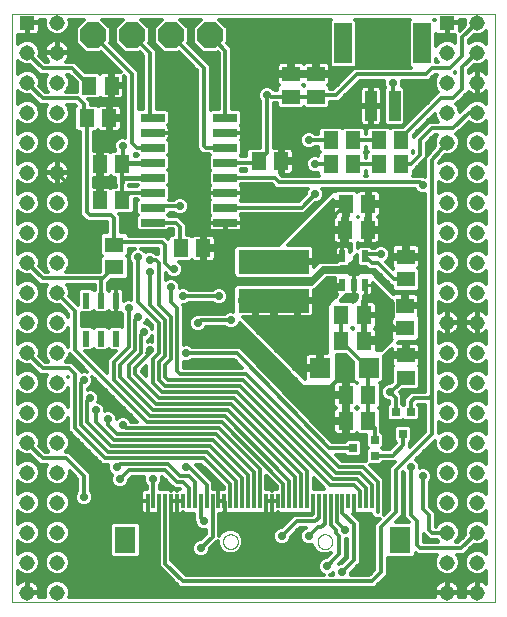
<source format=gtl>
G75*
%MOIN*%
%OFA0B0*%
%FSLAX25Y25*%
%IPPOS*%
%LPD*%
%AMOC8*
5,1,8,0,0,1.08239X$1,22.5*
%
%ADD10C,0.00000*%
%ADD11R,0.01969X0.03937*%
%ADD12R,0.06299X0.05118*%
%ADD13R,0.05118X0.06299*%
%ADD14R,0.05118X0.05906*%
%ADD15R,0.23622X0.07874*%
%ADD16R,0.07087X0.08661*%
%ADD17R,0.01181X0.05118*%
%ADD18R,0.05906X0.05118*%
%ADD19R,0.02087X0.05236*%
%ADD20R,0.03937X0.10236*%
%ADD21R,0.05906X0.13386*%
%ADD22R,0.07087X0.06693*%
%ADD23R,0.02756X0.02756*%
%ADD24C,0.05150*%
%ADD25R,0.05150X0.05150*%
%ADD26R,0.08000X0.02600*%
%ADD27OC8,0.08500*%
%ADD28C,0.01200*%
%ADD29C,0.02800*%
%ADD30C,0.02400*%
%ADD31C,0.03200*%
%ADD32C,0.01000*%
%ADD33C,0.01600*%
D10*
X0001171Y0003194D02*
X0001171Y0199194D01*
X0162171Y0199194D01*
X0162171Y0003194D01*
X0001171Y0003194D01*
X0071506Y0023398D02*
X0071508Y0023497D01*
X0071514Y0023596D01*
X0071524Y0023695D01*
X0071538Y0023793D01*
X0071556Y0023890D01*
X0071578Y0023987D01*
X0071603Y0024083D01*
X0071633Y0024177D01*
X0071666Y0024271D01*
X0071703Y0024363D01*
X0071744Y0024453D01*
X0071788Y0024542D01*
X0071836Y0024628D01*
X0071887Y0024713D01*
X0071942Y0024796D01*
X0072000Y0024876D01*
X0072061Y0024954D01*
X0072125Y0025030D01*
X0072192Y0025103D01*
X0072262Y0025173D01*
X0072335Y0025240D01*
X0072411Y0025304D01*
X0072489Y0025365D01*
X0072569Y0025423D01*
X0072652Y0025478D01*
X0072736Y0025529D01*
X0072823Y0025577D01*
X0072912Y0025621D01*
X0073002Y0025662D01*
X0073094Y0025699D01*
X0073188Y0025732D01*
X0073282Y0025762D01*
X0073378Y0025787D01*
X0073475Y0025809D01*
X0073572Y0025827D01*
X0073670Y0025841D01*
X0073769Y0025851D01*
X0073868Y0025857D01*
X0073967Y0025859D01*
X0074066Y0025857D01*
X0074165Y0025851D01*
X0074264Y0025841D01*
X0074362Y0025827D01*
X0074459Y0025809D01*
X0074556Y0025787D01*
X0074652Y0025762D01*
X0074746Y0025732D01*
X0074840Y0025699D01*
X0074932Y0025662D01*
X0075022Y0025621D01*
X0075111Y0025577D01*
X0075197Y0025529D01*
X0075282Y0025478D01*
X0075365Y0025423D01*
X0075445Y0025365D01*
X0075523Y0025304D01*
X0075599Y0025240D01*
X0075672Y0025173D01*
X0075742Y0025103D01*
X0075809Y0025030D01*
X0075873Y0024954D01*
X0075934Y0024876D01*
X0075992Y0024796D01*
X0076047Y0024713D01*
X0076098Y0024629D01*
X0076146Y0024542D01*
X0076190Y0024453D01*
X0076231Y0024363D01*
X0076268Y0024271D01*
X0076301Y0024177D01*
X0076331Y0024083D01*
X0076356Y0023987D01*
X0076378Y0023890D01*
X0076396Y0023793D01*
X0076410Y0023695D01*
X0076420Y0023596D01*
X0076426Y0023497D01*
X0076428Y0023398D01*
X0076426Y0023299D01*
X0076420Y0023200D01*
X0076410Y0023101D01*
X0076396Y0023003D01*
X0076378Y0022906D01*
X0076356Y0022809D01*
X0076331Y0022713D01*
X0076301Y0022619D01*
X0076268Y0022525D01*
X0076231Y0022433D01*
X0076190Y0022343D01*
X0076146Y0022254D01*
X0076098Y0022168D01*
X0076047Y0022083D01*
X0075992Y0022000D01*
X0075934Y0021920D01*
X0075873Y0021842D01*
X0075809Y0021766D01*
X0075742Y0021693D01*
X0075672Y0021623D01*
X0075599Y0021556D01*
X0075523Y0021492D01*
X0075445Y0021431D01*
X0075365Y0021373D01*
X0075282Y0021318D01*
X0075198Y0021267D01*
X0075111Y0021219D01*
X0075022Y0021175D01*
X0074932Y0021134D01*
X0074840Y0021097D01*
X0074746Y0021064D01*
X0074652Y0021034D01*
X0074556Y0021009D01*
X0074459Y0020987D01*
X0074362Y0020969D01*
X0074264Y0020955D01*
X0074165Y0020945D01*
X0074066Y0020939D01*
X0073967Y0020937D01*
X0073868Y0020939D01*
X0073769Y0020945D01*
X0073670Y0020955D01*
X0073572Y0020969D01*
X0073475Y0020987D01*
X0073378Y0021009D01*
X0073282Y0021034D01*
X0073188Y0021064D01*
X0073094Y0021097D01*
X0073002Y0021134D01*
X0072912Y0021175D01*
X0072823Y0021219D01*
X0072737Y0021267D01*
X0072652Y0021318D01*
X0072569Y0021373D01*
X0072489Y0021431D01*
X0072411Y0021492D01*
X0072335Y0021556D01*
X0072262Y0021623D01*
X0072192Y0021693D01*
X0072125Y0021766D01*
X0072061Y0021842D01*
X0072000Y0021920D01*
X0071942Y0022000D01*
X0071887Y0022083D01*
X0071836Y0022167D01*
X0071788Y0022254D01*
X0071744Y0022343D01*
X0071703Y0022433D01*
X0071666Y0022525D01*
X0071633Y0022619D01*
X0071603Y0022713D01*
X0071578Y0022809D01*
X0071556Y0022906D01*
X0071538Y0023003D01*
X0071524Y0023101D01*
X0071514Y0023200D01*
X0071508Y0023299D01*
X0071506Y0023398D01*
X0103002Y0023398D02*
X0103004Y0023497D01*
X0103010Y0023596D01*
X0103020Y0023695D01*
X0103034Y0023793D01*
X0103052Y0023890D01*
X0103074Y0023987D01*
X0103099Y0024083D01*
X0103129Y0024177D01*
X0103162Y0024271D01*
X0103199Y0024363D01*
X0103240Y0024453D01*
X0103284Y0024542D01*
X0103332Y0024628D01*
X0103383Y0024713D01*
X0103438Y0024796D01*
X0103496Y0024876D01*
X0103557Y0024954D01*
X0103621Y0025030D01*
X0103688Y0025103D01*
X0103758Y0025173D01*
X0103831Y0025240D01*
X0103907Y0025304D01*
X0103985Y0025365D01*
X0104065Y0025423D01*
X0104148Y0025478D01*
X0104232Y0025529D01*
X0104319Y0025577D01*
X0104408Y0025621D01*
X0104498Y0025662D01*
X0104590Y0025699D01*
X0104684Y0025732D01*
X0104778Y0025762D01*
X0104874Y0025787D01*
X0104971Y0025809D01*
X0105068Y0025827D01*
X0105166Y0025841D01*
X0105265Y0025851D01*
X0105364Y0025857D01*
X0105463Y0025859D01*
X0105562Y0025857D01*
X0105661Y0025851D01*
X0105760Y0025841D01*
X0105858Y0025827D01*
X0105955Y0025809D01*
X0106052Y0025787D01*
X0106148Y0025762D01*
X0106242Y0025732D01*
X0106336Y0025699D01*
X0106428Y0025662D01*
X0106518Y0025621D01*
X0106607Y0025577D01*
X0106693Y0025529D01*
X0106778Y0025478D01*
X0106861Y0025423D01*
X0106941Y0025365D01*
X0107019Y0025304D01*
X0107095Y0025240D01*
X0107168Y0025173D01*
X0107238Y0025103D01*
X0107305Y0025030D01*
X0107369Y0024954D01*
X0107430Y0024876D01*
X0107488Y0024796D01*
X0107543Y0024713D01*
X0107594Y0024629D01*
X0107642Y0024542D01*
X0107686Y0024453D01*
X0107727Y0024363D01*
X0107764Y0024271D01*
X0107797Y0024177D01*
X0107827Y0024083D01*
X0107852Y0023987D01*
X0107874Y0023890D01*
X0107892Y0023793D01*
X0107906Y0023695D01*
X0107916Y0023596D01*
X0107922Y0023497D01*
X0107924Y0023398D01*
X0107922Y0023299D01*
X0107916Y0023200D01*
X0107906Y0023101D01*
X0107892Y0023003D01*
X0107874Y0022906D01*
X0107852Y0022809D01*
X0107827Y0022713D01*
X0107797Y0022619D01*
X0107764Y0022525D01*
X0107727Y0022433D01*
X0107686Y0022343D01*
X0107642Y0022254D01*
X0107594Y0022168D01*
X0107543Y0022083D01*
X0107488Y0022000D01*
X0107430Y0021920D01*
X0107369Y0021842D01*
X0107305Y0021766D01*
X0107238Y0021693D01*
X0107168Y0021623D01*
X0107095Y0021556D01*
X0107019Y0021492D01*
X0106941Y0021431D01*
X0106861Y0021373D01*
X0106778Y0021318D01*
X0106694Y0021267D01*
X0106607Y0021219D01*
X0106518Y0021175D01*
X0106428Y0021134D01*
X0106336Y0021097D01*
X0106242Y0021064D01*
X0106148Y0021034D01*
X0106052Y0021009D01*
X0105955Y0020987D01*
X0105858Y0020969D01*
X0105760Y0020955D01*
X0105661Y0020945D01*
X0105562Y0020939D01*
X0105463Y0020937D01*
X0105364Y0020939D01*
X0105265Y0020945D01*
X0105166Y0020955D01*
X0105068Y0020969D01*
X0104971Y0020987D01*
X0104874Y0021009D01*
X0104778Y0021034D01*
X0104684Y0021064D01*
X0104590Y0021097D01*
X0104498Y0021134D01*
X0104408Y0021175D01*
X0104319Y0021219D01*
X0104233Y0021267D01*
X0104148Y0021318D01*
X0104065Y0021373D01*
X0103985Y0021431D01*
X0103907Y0021492D01*
X0103831Y0021556D01*
X0103758Y0021623D01*
X0103688Y0021693D01*
X0103621Y0021766D01*
X0103557Y0021842D01*
X0103496Y0021920D01*
X0103438Y0022000D01*
X0103383Y0022083D01*
X0103332Y0022167D01*
X0103284Y0022254D01*
X0103240Y0022343D01*
X0103199Y0022433D01*
X0103162Y0022525D01*
X0103129Y0022619D01*
X0103099Y0022713D01*
X0103074Y0022809D01*
X0103052Y0022906D01*
X0103034Y0023003D01*
X0103020Y0023101D01*
X0103010Y0023200D01*
X0103004Y0023299D01*
X0103002Y0023398D01*
D11*
X0111301Y0109076D03*
X0115041Y0109076D03*
X0118781Y0109076D03*
X0118781Y0118524D03*
X0111301Y0118524D03*
D12*
X0132401Y0118304D03*
X0132401Y0110824D03*
X0132171Y0102064D03*
X0132171Y0094583D03*
X0132464Y0085559D03*
X0132464Y0078079D03*
X0035231Y0114886D03*
X0035231Y0122366D03*
D13*
X0110931Y0098964D03*
X0118411Y0098964D03*
D14*
X0118411Y0090264D03*
X0110931Y0090264D03*
X0112431Y0072264D03*
X0112431Y0063564D03*
X0119911Y0063564D03*
X0119911Y0072264D03*
X0119711Y0127324D03*
X0112231Y0127324D03*
X0112431Y0135924D03*
X0119911Y0135924D03*
X0123431Y0149194D03*
X0130911Y0149194D03*
X0130911Y0157194D03*
X0123431Y0157194D03*
X0114911Y0157194D03*
X0114911Y0149194D03*
X0107431Y0149194D03*
X0107431Y0157194D03*
X0090911Y0150194D03*
X0083431Y0150194D03*
X0064911Y0121194D03*
X0057431Y0121194D03*
X0037911Y0137194D03*
X0030431Y0137194D03*
X0030431Y0149194D03*
X0037911Y0149194D03*
X0033593Y0164527D03*
X0026112Y0164527D03*
X0026894Y0175424D03*
X0034374Y0175424D03*
D15*
X0088541Y0116780D03*
X0088541Y0103788D03*
D16*
X0130589Y0024005D03*
X0038856Y0024005D03*
D17*
X0046337Y0036800D03*
X0048305Y0036800D03*
X0050274Y0036800D03*
X0052242Y0036800D03*
X0054211Y0036800D03*
X0056179Y0036800D03*
X0058148Y0036800D03*
X0060116Y0036800D03*
X0062085Y0036800D03*
X0064053Y0036800D03*
X0066022Y0036800D03*
X0067990Y0036800D03*
X0069959Y0036800D03*
X0071927Y0036800D03*
X0073896Y0036800D03*
X0075864Y0036800D03*
X0077833Y0036800D03*
X0079801Y0036800D03*
X0081770Y0036800D03*
X0083738Y0036800D03*
X0085707Y0036800D03*
X0087675Y0036800D03*
X0089644Y0036800D03*
X0091612Y0036800D03*
X0093581Y0036800D03*
X0095549Y0036800D03*
X0097518Y0036800D03*
X0099486Y0036800D03*
X0101455Y0036800D03*
X0103423Y0036800D03*
X0105392Y0036800D03*
X0107360Y0036800D03*
X0109329Y0036800D03*
X0111297Y0036800D03*
X0113266Y0036800D03*
X0115234Y0036800D03*
X0117203Y0036800D03*
X0119171Y0036800D03*
X0121140Y0036800D03*
X0123108Y0036800D03*
D18*
X0102534Y0171740D03*
X0102534Y0179220D03*
X0094125Y0179220D03*
X0094125Y0171740D03*
D19*
X0035887Y0103702D03*
X0030887Y0103702D03*
X0025887Y0103702D03*
X0025887Y0091102D03*
X0030887Y0091102D03*
X0035887Y0091102D03*
D20*
X0120817Y0168603D03*
X0128691Y0168603D03*
D21*
X0137943Y0189469D03*
X0111565Y0189469D03*
D22*
X0103847Y0081249D03*
X0119989Y0081249D03*
D23*
X0128982Y0066463D03*
X0134100Y0066463D03*
X0131541Y0059179D03*
X0122110Y0057129D03*
X0122110Y0052011D03*
X0114827Y0054570D03*
D24*
X0146171Y0056430D03*
X0146171Y0066430D03*
X0146171Y0076430D03*
X0146171Y0086430D03*
X0146171Y0096430D03*
X0146171Y0106430D03*
X0146171Y0116430D03*
X0146171Y0126430D03*
X0146171Y0136430D03*
X0146171Y0146430D03*
X0146171Y0156430D03*
X0146171Y0166430D03*
X0146171Y0176430D03*
X0146171Y0186430D03*
X0156171Y0186430D03*
X0156171Y0196430D03*
X0156171Y0176430D03*
X0156171Y0166430D03*
X0156171Y0156430D03*
X0156171Y0146430D03*
X0156171Y0136430D03*
X0156171Y0126430D03*
X0156171Y0116430D03*
X0156171Y0106430D03*
X0156171Y0096430D03*
X0156171Y0086430D03*
X0156171Y0076430D03*
X0156171Y0066430D03*
X0156171Y0056430D03*
X0156171Y0046430D03*
X0156171Y0036430D03*
X0156171Y0026430D03*
X0156171Y0016430D03*
X0156171Y0006430D03*
X0146171Y0006430D03*
X0146171Y0016430D03*
X0146171Y0026430D03*
X0146171Y0036430D03*
X0146171Y0046430D03*
X0016171Y0046430D03*
X0016171Y0036430D03*
X0016171Y0026430D03*
X0016171Y0016430D03*
X0016171Y0006430D03*
X0006171Y0006430D03*
X0006171Y0016430D03*
X0006171Y0026430D03*
X0006171Y0036430D03*
X0006171Y0046430D03*
X0006171Y0056430D03*
X0006171Y0066430D03*
X0006171Y0076430D03*
X0006171Y0086430D03*
X0006171Y0096430D03*
X0006171Y0106430D03*
X0006171Y0116430D03*
X0006171Y0126430D03*
X0006171Y0136430D03*
X0006171Y0146430D03*
X0006171Y0156430D03*
X0006171Y0166430D03*
X0006171Y0176430D03*
X0006171Y0186430D03*
X0016171Y0186430D03*
X0016171Y0196430D03*
X0016171Y0176430D03*
X0016171Y0166430D03*
X0016171Y0156430D03*
X0016171Y0146430D03*
X0016171Y0136430D03*
X0016171Y0126430D03*
X0016171Y0116430D03*
X0016171Y0106430D03*
X0016171Y0096430D03*
X0016171Y0086430D03*
X0016171Y0076430D03*
X0016171Y0066430D03*
X0016171Y0056430D03*
D25*
X0006171Y0196430D03*
X0146171Y0196430D03*
D26*
X0072271Y0164694D03*
X0072271Y0159694D03*
X0072271Y0154694D03*
X0072271Y0149694D03*
X0072271Y0144694D03*
X0072271Y0139694D03*
X0072271Y0134694D03*
X0072271Y0129694D03*
X0048071Y0129694D03*
X0048071Y0134694D03*
X0048071Y0139694D03*
X0048071Y0144694D03*
X0048071Y0149694D03*
X0048071Y0154694D03*
X0048071Y0159694D03*
X0048071Y0164694D03*
D27*
X0054171Y0192194D03*
X0067171Y0192194D03*
X0041171Y0192194D03*
X0028171Y0192194D03*
D28*
X0041171Y0179194D01*
X0041171Y0156194D01*
X0042671Y0154694D01*
X0048071Y0154694D01*
X0048121Y0159644D02*
X0048121Y0159744D01*
X0053671Y0159744D01*
X0053671Y0161204D01*
X0053562Y0161611D01*
X0053352Y0161976D01*
X0053134Y0162194D01*
X0053671Y0162731D01*
X0053671Y0166656D01*
X0052734Y0167594D01*
X0049371Y0167594D01*
X0049371Y0187105D01*
X0046863Y0189613D01*
X0047021Y0189771D01*
X0047021Y0194617D01*
X0044244Y0197394D01*
X0051098Y0197394D01*
X0048321Y0194617D01*
X0048321Y0189771D01*
X0051748Y0186344D01*
X0056594Y0186344D01*
X0056752Y0186502D01*
X0062971Y0180282D01*
X0062971Y0154282D01*
X0064260Y0152994D01*
X0064760Y0152494D01*
X0066909Y0152494D01*
X0067209Y0152194D01*
X0066671Y0151656D01*
X0066671Y0147731D01*
X0067209Y0147194D01*
X0066671Y0146656D01*
X0066671Y0142731D01*
X0067209Y0142194D01*
X0066991Y0141976D01*
X0066780Y0141611D01*
X0066671Y0141204D01*
X0066671Y0139744D01*
X0072221Y0139744D01*
X0072221Y0139644D01*
X0066671Y0139644D01*
X0066671Y0138183D01*
X0066780Y0137776D01*
X0066991Y0137411D01*
X0067209Y0137194D01*
X0066671Y0136656D01*
X0066671Y0132731D01*
X0067209Y0132194D01*
X0066991Y0131976D01*
X0066780Y0131611D01*
X0066671Y0131204D01*
X0066671Y0129744D01*
X0072221Y0129744D01*
X0072221Y0129644D01*
X0066671Y0129644D01*
X0066671Y0128183D01*
X0066780Y0127776D01*
X0066991Y0127411D01*
X0067289Y0127113D01*
X0067654Y0126903D01*
X0068061Y0126794D01*
X0072221Y0126794D01*
X0072221Y0129644D01*
X0072321Y0129644D01*
X0072321Y0129744D01*
X0077871Y0129744D01*
X0077871Y0131204D01*
X0077762Y0131611D01*
X0077552Y0131976D01*
X0077334Y0132194D01*
X0077634Y0132494D01*
X0098583Y0132494D01*
X0102283Y0136194D01*
X0102768Y0136194D01*
X0103871Y0136650D01*
X0104715Y0137494D01*
X0105171Y0138597D01*
X0105171Y0139790D01*
X0104715Y0140893D01*
X0104614Y0140994D01*
X0135421Y0140994D01*
X0135628Y0140494D01*
X0136472Y0139650D01*
X0137575Y0139194D01*
X0138768Y0139194D01*
X0138971Y0139278D01*
X0138971Y0073394D01*
X0134260Y0073394D01*
X0132971Y0072105D01*
X0131900Y0071034D01*
X0131900Y0069282D01*
X0131541Y0068923D01*
X0131182Y0069282D01*
X0131182Y0072294D01*
X0130317Y0073159D01*
X0131155Y0073920D01*
X0136276Y0073920D01*
X0137214Y0074857D01*
X0137214Y0081300D01*
X0136695Y0081819D01*
X0136894Y0082017D01*
X0137105Y0082382D01*
X0137214Y0082789D01*
X0137214Y0084959D01*
X0133064Y0084959D01*
X0133064Y0086159D01*
X0131864Y0086159D01*
X0131864Y0089718D01*
X0129665Y0089718D01*
X0130041Y0090094D01*
X0136041Y0090094D01*
X0137271Y0091324D01*
X0137271Y0098064D01*
X0136679Y0098656D01*
X0136812Y0098887D01*
X0136921Y0099294D01*
X0136921Y0101464D01*
X0132771Y0101464D01*
X0132771Y0102664D01*
X0131571Y0102664D01*
X0131571Y0106223D01*
X0128811Y0106223D01*
X0128404Y0106114D01*
X0128288Y0106047D01*
X0121041Y0113294D01*
X0117301Y0113294D01*
X0116564Y0112556D01*
X0116236Y0112644D01*
X0115041Y0112644D01*
X0113846Y0112644D01*
X0113835Y0112641D01*
X0113083Y0113394D01*
X0105260Y0113394D01*
X0101260Y0109394D01*
X0076260Y0109394D01*
X0076191Y0109325D01*
X0076068Y0109325D01*
X0075130Y0108388D01*
X0075130Y0108264D01*
X0074971Y0108105D01*
X0074971Y0100109D01*
X0074768Y0100194D01*
X0073575Y0100194D01*
X0072472Y0099737D01*
X0072129Y0099394D01*
X0063260Y0099394D01*
X0063060Y0099194D01*
X0062575Y0099194D01*
X0061472Y0098737D01*
X0060628Y0097893D01*
X0060171Y0096790D01*
X0060171Y0095597D01*
X0060628Y0094494D01*
X0061472Y0093650D01*
X0062575Y0093194D01*
X0063768Y0093194D01*
X0064871Y0093650D01*
X0065715Y0094494D01*
X0065921Y0094994D01*
X0072129Y0094994D01*
X0072472Y0094650D01*
X0073575Y0094194D01*
X0074768Y0094194D01*
X0075871Y0094650D01*
X0076715Y0095494D01*
X0077021Y0096233D01*
X0096971Y0076282D01*
X0098260Y0074994D01*
X0107083Y0074994D01*
X0108083Y0075994D01*
X0109371Y0077282D01*
X0109371Y0085711D01*
X0112373Y0085711D01*
X0114845Y0083238D01*
X0114845Y0077240D01*
X0115293Y0076792D01*
X0115201Y0076817D01*
X0113031Y0076817D01*
X0113031Y0072864D01*
X0111831Y0072864D01*
X0111831Y0076817D01*
X0109661Y0076817D01*
X0109254Y0076707D01*
X0108890Y0076497D01*
X0108592Y0076199D01*
X0108381Y0075834D01*
X0108272Y0075427D01*
X0108272Y0072864D01*
X0111831Y0072864D01*
X0111831Y0071664D01*
X0108272Y0071664D01*
X0108272Y0069100D01*
X0108381Y0068693D01*
X0108592Y0068329D01*
X0108890Y0068031D01*
X0109092Y0067914D01*
X0108890Y0067797D01*
X0108592Y0067499D01*
X0108381Y0067134D01*
X0108272Y0066727D01*
X0108272Y0064164D01*
X0111831Y0064164D01*
X0111831Y0068117D01*
X0111831Y0071664D01*
X0113031Y0071664D01*
X0113031Y0064164D01*
X0111831Y0064164D01*
X0111831Y0062964D01*
X0108272Y0062964D01*
X0108272Y0060400D01*
X0108381Y0059993D01*
X0108592Y0059629D01*
X0108890Y0059331D01*
X0109254Y0059120D01*
X0109661Y0059011D01*
X0111831Y0059011D01*
X0111831Y0062964D01*
X0113031Y0062964D01*
X0113031Y0059011D01*
X0115201Y0059011D01*
X0115608Y0059120D01*
X0115973Y0059331D01*
X0116171Y0059529D01*
X0116690Y0059011D01*
X0119132Y0059011D01*
X0119132Y0055088D01*
X0119651Y0054570D01*
X0119132Y0054051D01*
X0119132Y0050344D01*
X0119083Y0050394D01*
X0111083Y0050394D01*
X0109107Y0052370D01*
X0112008Y0052370D01*
X0112786Y0051592D01*
X0116867Y0051592D01*
X0117805Y0052529D01*
X0117805Y0056610D01*
X0116867Y0057548D01*
X0112786Y0057548D01*
X0112008Y0056770D01*
X0107730Y0056770D01*
X0081371Y0084082D01*
X0081371Y0084105D01*
X0080740Y0084736D01*
X0080121Y0085377D01*
X0080099Y0085378D01*
X0078371Y0087105D01*
X0077083Y0088394D01*
X0061214Y0088394D01*
X0060871Y0088737D01*
X0059768Y0089194D01*
X0058575Y0089194D01*
X0058371Y0089109D01*
X0058371Y0102105D01*
X0058283Y0102194D01*
X0058768Y0102194D01*
X0059871Y0102650D01*
X0060214Y0102994D01*
X0068129Y0102994D01*
X0068472Y0102650D01*
X0069575Y0102194D01*
X0070768Y0102194D01*
X0071871Y0102650D01*
X0072715Y0103494D01*
X0073171Y0104597D01*
X0073171Y0105790D01*
X0072715Y0106893D01*
X0071871Y0107737D01*
X0070768Y0108194D01*
X0069575Y0108194D01*
X0068472Y0107737D01*
X0068129Y0107394D01*
X0060214Y0107394D01*
X0059871Y0107737D01*
X0058768Y0108194D01*
X0057575Y0108194D01*
X0057171Y0108027D01*
X0057171Y0108790D01*
X0056715Y0109893D01*
X0055871Y0110737D01*
X0054768Y0111194D01*
X0053575Y0111194D01*
X0052472Y0110737D01*
X0052371Y0110636D01*
X0052371Y0112882D01*
X0052535Y0112719D01*
X0052628Y0112494D01*
X0053472Y0111650D01*
X0054575Y0111194D01*
X0055768Y0111194D01*
X0056871Y0111650D01*
X0057715Y0112494D01*
X0058171Y0113597D01*
X0058171Y0114790D01*
X0057715Y0115893D01*
X0056967Y0116641D01*
X0060653Y0116641D01*
X0061171Y0117159D01*
X0061370Y0116961D01*
X0061735Y0116750D01*
X0062142Y0116641D01*
X0064311Y0116641D01*
X0064311Y0120594D01*
X0065511Y0120594D01*
X0065511Y0116641D01*
X0067681Y0116641D01*
X0068088Y0116750D01*
X0068453Y0116961D01*
X0068751Y0117259D01*
X0068961Y0117623D01*
X0069070Y0118030D01*
X0069070Y0120594D01*
X0065511Y0120594D01*
X0065511Y0121794D01*
X0064311Y0121794D01*
X0064311Y0125746D01*
X0062142Y0125746D01*
X0061735Y0125637D01*
X0061370Y0125427D01*
X0061171Y0125228D01*
X0060653Y0125746D01*
X0059371Y0125746D01*
X0059371Y0129105D01*
X0058083Y0130394D01*
X0058083Y0130394D01*
X0056583Y0131894D01*
X0053434Y0131894D01*
X0053134Y0132194D01*
X0053671Y0132731D01*
X0053671Y0132994D01*
X0055129Y0132994D01*
X0055472Y0132650D01*
X0056575Y0132194D01*
X0057768Y0132194D01*
X0058871Y0132650D01*
X0059715Y0133494D01*
X0060171Y0134597D01*
X0060171Y0135790D01*
X0059715Y0136893D01*
X0058871Y0137737D01*
X0057768Y0138194D01*
X0056575Y0138194D01*
X0055472Y0137737D01*
X0055129Y0137394D01*
X0053334Y0137394D01*
X0053671Y0137731D01*
X0053671Y0141656D01*
X0053134Y0142194D01*
X0053671Y0142731D01*
X0053671Y0146656D01*
X0053134Y0147194D01*
X0053671Y0147731D01*
X0053671Y0151656D01*
X0053134Y0152194D01*
X0053671Y0152731D01*
X0053671Y0156656D01*
X0053134Y0157194D01*
X0053352Y0157411D01*
X0053562Y0157776D01*
X0053671Y0158183D01*
X0053671Y0159644D01*
X0048121Y0159644D01*
X0048071Y0159694D02*
X0048571Y0160194D01*
X0048071Y0164694D02*
X0047171Y0165594D01*
X0047171Y0186194D01*
X0041171Y0192194D01*
X0045484Y0196154D02*
X0049858Y0196154D01*
X0048660Y0194956D02*
X0046683Y0194956D01*
X0047021Y0193757D02*
X0048321Y0193757D01*
X0048321Y0192558D02*
X0047021Y0192558D01*
X0047021Y0191360D02*
X0048321Y0191360D01*
X0048321Y0190161D02*
X0047021Y0190161D01*
X0047513Y0188963D02*
X0049129Y0188963D01*
X0048712Y0187764D02*
X0050327Y0187764D01*
X0049371Y0186566D02*
X0051526Y0186566D01*
X0049371Y0185367D02*
X0057886Y0185367D01*
X0059085Y0184169D02*
X0049371Y0184169D01*
X0049371Y0182970D02*
X0060283Y0182970D01*
X0061482Y0181772D02*
X0049371Y0181772D01*
X0049371Y0180573D02*
X0062680Y0180573D01*
X0062971Y0179375D02*
X0049371Y0179375D01*
X0049371Y0178176D02*
X0062971Y0178176D01*
X0062971Y0176978D02*
X0049371Y0176978D01*
X0049371Y0175779D02*
X0062971Y0175779D01*
X0062971Y0174581D02*
X0049371Y0174581D01*
X0049371Y0173382D02*
X0062971Y0173382D01*
X0062971Y0172184D02*
X0049371Y0172184D01*
X0049371Y0170985D02*
X0062971Y0170985D01*
X0062971Y0169787D02*
X0049371Y0169787D01*
X0049371Y0168588D02*
X0062971Y0168588D01*
X0062971Y0167390D02*
X0052938Y0167390D01*
X0053671Y0166191D02*
X0062971Y0166191D01*
X0062971Y0164993D02*
X0053671Y0164993D01*
X0053671Y0163794D02*
X0062971Y0163794D01*
X0062971Y0162596D02*
X0053536Y0162596D01*
X0053620Y0161397D02*
X0062971Y0161397D01*
X0062971Y0160199D02*
X0053671Y0160199D01*
X0053671Y0159000D02*
X0062971Y0159000D01*
X0062971Y0157802D02*
X0053569Y0157802D01*
X0053671Y0156603D02*
X0062971Y0156603D01*
X0062971Y0155405D02*
X0053671Y0155405D01*
X0053671Y0154206D02*
X0063048Y0154206D01*
X0064246Y0153008D02*
X0053671Y0153008D01*
X0053519Y0151809D02*
X0066824Y0151809D01*
X0066671Y0150611D02*
X0053671Y0150611D01*
X0053671Y0149412D02*
X0066671Y0149412D01*
X0066671Y0148214D02*
X0053671Y0148214D01*
X0053313Y0147015D02*
X0067030Y0147015D01*
X0066671Y0145817D02*
X0053671Y0145817D01*
X0053671Y0144618D02*
X0066671Y0144618D01*
X0066671Y0143420D02*
X0053671Y0143420D01*
X0053161Y0142221D02*
X0067181Y0142221D01*
X0066671Y0141023D02*
X0053671Y0141023D01*
X0053671Y0139824D02*
X0066671Y0139824D01*
X0066671Y0138625D02*
X0053671Y0138625D01*
X0053367Y0137427D02*
X0055162Y0137427D01*
X0057171Y0135194D02*
X0048571Y0135194D01*
X0048071Y0134694D01*
X0048071Y0129694D02*
X0055671Y0129694D01*
X0057171Y0128194D01*
X0057171Y0121454D01*
X0057431Y0121194D01*
X0057731Y0115854D02*
X0074971Y0115854D01*
X0074971Y0117052D02*
X0068545Y0117052D01*
X0069070Y0118251D02*
X0074971Y0118251D01*
X0074971Y0119449D02*
X0069070Y0119449D01*
X0069070Y0121794D02*
X0069070Y0124357D01*
X0068961Y0124764D01*
X0068751Y0125129D01*
X0068453Y0125427D01*
X0068088Y0125637D01*
X0067681Y0125746D01*
X0065511Y0125746D01*
X0065511Y0121794D01*
X0069070Y0121794D01*
X0069070Y0121846D02*
X0075597Y0121846D01*
X0075130Y0121380D02*
X0076068Y0122317D01*
X0076184Y0122317D01*
X0076260Y0122394D01*
X0090260Y0122394D01*
X0108260Y0140394D01*
X0109127Y0140394D01*
X0109209Y0140476D01*
X0115653Y0140476D01*
X0116171Y0139958D01*
X0116370Y0140157D01*
X0116735Y0140367D01*
X0117142Y0140476D01*
X0119311Y0140476D01*
X0119311Y0136524D01*
X0120511Y0136524D01*
X0120511Y0140476D01*
X0122681Y0140476D01*
X0123088Y0140367D01*
X0123453Y0140157D01*
X0123751Y0139859D01*
X0123961Y0139494D01*
X0124070Y0139087D01*
X0124070Y0136524D01*
X0120511Y0136524D01*
X0120511Y0135324D01*
X0120511Y0131876D01*
X0120311Y0131876D01*
X0120311Y0127924D01*
X0119111Y0127924D01*
X0119111Y0131371D01*
X0119311Y0131371D01*
X0119311Y0135324D01*
X0120511Y0135324D01*
X0124070Y0135324D01*
X0124070Y0132760D01*
X0123961Y0132353D01*
X0123751Y0131988D01*
X0123453Y0131691D01*
X0123237Y0131566D01*
X0123253Y0131557D01*
X0123551Y0131259D01*
X0123761Y0130894D01*
X0123870Y0130487D01*
X0123870Y0127924D01*
X0120311Y0127924D01*
X0120311Y0126724D01*
X0120311Y0122771D01*
X0122481Y0122771D01*
X0122888Y0122880D01*
X0123253Y0123091D01*
X0123551Y0123388D01*
X0123761Y0123753D01*
X0123870Y0124160D01*
X0123870Y0126724D01*
X0120311Y0126724D01*
X0119111Y0126724D01*
X0119111Y0122771D01*
X0116942Y0122771D01*
X0116535Y0122880D01*
X0116371Y0122974D01*
X0116371Y0121330D01*
X0117134Y0122093D01*
X0120428Y0122093D01*
X0121128Y0121394D01*
X0122129Y0121394D01*
X0122472Y0121737D01*
X0123575Y0122194D01*
X0124768Y0122194D01*
X0125871Y0121737D01*
X0126715Y0120893D01*
X0127171Y0119790D01*
X0127171Y0118597D01*
X0126715Y0117494D01*
X0125871Y0116650D01*
X0125839Y0116637D01*
X0128041Y0114435D01*
X0128170Y0114564D01*
X0127971Y0114762D01*
X0127761Y0115127D01*
X0127652Y0115534D01*
X0127652Y0117704D01*
X0131801Y0117704D01*
X0131801Y0118904D01*
X0127652Y0118904D01*
X0127652Y0121074D01*
X0127761Y0121481D01*
X0127971Y0121845D01*
X0128269Y0122143D01*
X0128634Y0122354D01*
X0129041Y0122463D01*
X0131801Y0122463D01*
X0131801Y0118904D01*
X0133001Y0118904D01*
X0133001Y0122463D01*
X0135762Y0122463D01*
X0136168Y0122354D01*
X0136533Y0122143D01*
X0136831Y0121845D01*
X0137042Y0121481D01*
X0137151Y0121074D01*
X0137151Y0118904D01*
X0133001Y0118904D01*
X0133001Y0117704D01*
X0137151Y0117704D01*
X0137151Y0115534D01*
X0137042Y0115127D01*
X0136831Y0114762D01*
X0136632Y0114564D01*
X0137151Y0114045D01*
X0137151Y0107602D01*
X0136214Y0106665D01*
X0128589Y0106665D01*
X0127652Y0107602D01*
X0127652Y0108624D01*
X0127630Y0108624D01*
X0122260Y0113994D01*
X0120201Y0113994D01*
X0119239Y0114956D01*
X0117134Y0114956D01*
X0116197Y0115893D01*
X0116197Y0119108D01*
X0115371Y0118282D01*
X0115371Y0117282D01*
X0114083Y0115994D01*
X0113083Y0114994D01*
X0112986Y0114994D01*
X0112948Y0114956D01*
X0110844Y0114956D01*
X0110468Y0114580D01*
X0104669Y0114580D01*
X0101083Y0110994D01*
X0076260Y0110994D01*
X0074971Y0112282D01*
X0074971Y0121105D01*
X0075130Y0121264D01*
X0075130Y0121380D01*
X0074971Y0120648D02*
X0065511Y0120648D01*
X0065511Y0121846D02*
X0064311Y0121846D01*
X0064311Y0123045D02*
X0065511Y0123045D01*
X0065511Y0124243D02*
X0064311Y0124243D01*
X0064311Y0125442D02*
X0065511Y0125442D01*
X0066763Y0127839D02*
X0059371Y0127839D01*
X0059371Y0129037D02*
X0066671Y0129037D01*
X0066671Y0130236D02*
X0058240Y0130236D01*
X0057042Y0131434D02*
X0066733Y0131434D01*
X0066769Y0132633D02*
X0058828Y0132633D01*
X0059854Y0133831D02*
X0066671Y0133831D01*
X0066671Y0135030D02*
X0060171Y0135030D01*
X0059990Y0136228D02*
X0066671Y0136228D01*
X0066982Y0137427D02*
X0059181Y0137427D01*
X0055514Y0132633D02*
X0053573Y0132633D01*
X0053434Y0127494D02*
X0054760Y0127494D01*
X0054971Y0127282D01*
X0054971Y0125746D01*
X0054209Y0125746D01*
X0053272Y0124809D01*
X0053272Y0124204D01*
X0052083Y0125394D01*
X0039981Y0125394D01*
X0039981Y0125588D01*
X0039043Y0126525D01*
X0037371Y0126525D01*
X0037371Y0132105D01*
X0036835Y0132641D01*
X0041133Y0132641D01*
X0042070Y0133578D01*
X0042070Y0137494D01*
X0042709Y0137494D01*
X0043009Y0137194D01*
X0042471Y0136656D01*
X0042471Y0132731D01*
X0043009Y0132194D01*
X0042471Y0131656D01*
X0042471Y0127731D01*
X0043409Y0126794D01*
X0052734Y0126794D01*
X0053434Y0127494D01*
X0054971Y0126640D02*
X0037371Y0126640D01*
X0037371Y0127839D02*
X0042471Y0127839D01*
X0042471Y0129037D02*
X0037371Y0129037D01*
X0037371Y0130236D02*
X0042471Y0130236D01*
X0042471Y0131434D02*
X0037371Y0131434D01*
X0036843Y0132633D02*
X0042569Y0132633D01*
X0042471Y0133831D02*
X0042070Y0133831D01*
X0042070Y0135030D02*
X0042471Y0135030D01*
X0042471Y0136228D02*
X0042070Y0136228D01*
X0042070Y0137427D02*
X0042775Y0137427D01*
X0040411Y0139694D02*
X0048071Y0139694D01*
X0043009Y0142194D02*
X0042909Y0142294D01*
X0040136Y0142294D01*
X0040111Y0142233D01*
X0040111Y0141894D01*
X0042709Y0141894D01*
X0043009Y0142194D01*
X0042981Y0142221D02*
X0040111Y0142221D01*
X0037911Y0143194D02*
X0037911Y0137194D01*
X0040411Y0139694D01*
X0037911Y0143194D02*
X0037911Y0149194D01*
X0038411Y0149694D01*
X0048071Y0149694D01*
X0047571Y0149194D01*
X0038171Y0149194D01*
X0038171Y0155194D01*
X0036472Y0157737D02*
X0035628Y0156893D01*
X0035171Y0155790D01*
X0035171Y0154597D01*
X0035524Y0153746D01*
X0034690Y0153746D01*
X0034171Y0153228D01*
X0033973Y0153427D01*
X0033608Y0153637D01*
X0033201Y0153746D01*
X0031031Y0153746D01*
X0031031Y0149794D01*
X0029831Y0149794D01*
X0029831Y0153746D01*
X0028312Y0153746D01*
X0028312Y0159974D01*
X0029334Y0159974D01*
X0029852Y0160492D01*
X0030051Y0160294D01*
X0030416Y0160083D01*
X0030823Y0159974D01*
X0032993Y0159974D01*
X0032993Y0163927D01*
X0034192Y0163927D01*
X0034192Y0159974D01*
X0036362Y0159974D01*
X0036769Y0160083D01*
X0037134Y0160294D01*
X0037432Y0160592D01*
X0037643Y0160956D01*
X0037752Y0161363D01*
X0037752Y0163927D01*
X0034193Y0163927D01*
X0034193Y0165127D01*
X0037752Y0165127D01*
X0037752Y0167690D01*
X0037643Y0168097D01*
X0037432Y0168462D01*
X0037134Y0168760D01*
X0036769Y0168970D01*
X0036362Y0169080D01*
X0034192Y0169080D01*
X0034192Y0165127D01*
X0032993Y0165127D01*
X0032993Y0169080D01*
X0030823Y0169080D01*
X0030416Y0168970D01*
X0030051Y0168760D01*
X0029852Y0168561D01*
X0029334Y0169080D01*
X0027371Y0169080D01*
X0027371Y0170105D01*
X0026605Y0170871D01*
X0030116Y0170871D01*
X0030634Y0171389D01*
X0030833Y0171191D01*
X0031198Y0170980D01*
X0031605Y0170871D01*
X0033774Y0170871D01*
X0033774Y0174824D01*
X0034974Y0174824D01*
X0034974Y0176024D01*
X0033774Y0176024D01*
X0033774Y0179976D01*
X0031605Y0179976D01*
X0031198Y0179867D01*
X0030833Y0179657D01*
X0030634Y0179458D01*
X0030116Y0179976D01*
X0025453Y0179976D01*
X0022035Y0183394D01*
X0019039Y0183394D01*
X0019356Y0183710D01*
X0019742Y0184242D01*
X0020040Y0184827D01*
X0020243Y0185452D01*
X0020346Y0186101D01*
X0020346Y0186242D01*
X0016359Y0186242D01*
X0016359Y0186617D01*
X0020346Y0186617D01*
X0020346Y0186758D01*
X0020243Y0187408D01*
X0020040Y0188032D01*
X0019742Y0188618D01*
X0019356Y0189150D01*
X0018891Y0189614D01*
X0018359Y0190001D01*
X0017774Y0190299D01*
X0017149Y0190502D01*
X0016500Y0190605D01*
X0016359Y0190605D01*
X0016359Y0186617D01*
X0015984Y0186617D01*
X0015984Y0186242D01*
X0011996Y0186242D01*
X0011996Y0186101D01*
X0012099Y0185452D01*
X0012302Y0184827D01*
X0012601Y0184242D01*
X0012987Y0183710D01*
X0013303Y0183394D01*
X0012250Y0183394D01*
X0010266Y0185407D01*
X0010346Y0185599D01*
X0010346Y0187260D01*
X0009710Y0188795D01*
X0008536Y0189969D01*
X0007002Y0190605D01*
X0005341Y0190605D01*
X0003806Y0189969D01*
X0003171Y0189334D01*
X0003171Y0192313D01*
X0003386Y0192255D01*
X0005984Y0192255D01*
X0005984Y0196242D01*
X0006359Y0196242D01*
X0006359Y0192255D01*
X0008957Y0192255D01*
X0009364Y0192364D01*
X0009728Y0192575D01*
X0010026Y0192873D01*
X0010237Y0193238D01*
X0010346Y0193644D01*
X0010346Y0196242D01*
X0006359Y0196242D01*
X0006359Y0196617D01*
X0010346Y0196617D01*
X0010346Y0197394D01*
X0012052Y0197394D01*
X0011996Y0197260D01*
X0011996Y0195599D01*
X0012632Y0194065D01*
X0013806Y0192891D01*
X0015341Y0192255D01*
X0017002Y0192255D01*
X0018536Y0192891D01*
X0019710Y0194065D01*
X0020346Y0195599D01*
X0020346Y0197260D01*
X0020291Y0197394D01*
X0025098Y0197394D01*
X0022321Y0194617D01*
X0022321Y0189771D01*
X0025748Y0186344D01*
X0030594Y0186344D01*
X0030752Y0186502D01*
X0037326Y0179928D01*
X0037144Y0179976D01*
X0034974Y0179976D01*
X0034974Y0176024D01*
X0038533Y0176024D01*
X0038533Y0178587D01*
X0038485Y0178769D01*
X0038971Y0178282D01*
X0038971Y0158109D01*
X0038768Y0158194D01*
X0037575Y0158194D01*
X0036472Y0157737D01*
X0036628Y0157802D02*
X0028312Y0157802D01*
X0028312Y0159000D02*
X0038971Y0159000D01*
X0038971Y0160199D02*
X0036969Y0160199D01*
X0037752Y0161397D02*
X0038971Y0161397D01*
X0038971Y0162596D02*
X0037752Y0162596D01*
X0037752Y0163794D02*
X0038971Y0163794D01*
X0038971Y0164993D02*
X0034193Y0164993D01*
X0034192Y0166191D02*
X0032993Y0166191D01*
X0032993Y0167390D02*
X0034192Y0167390D01*
X0034192Y0168588D02*
X0032993Y0168588D01*
X0033774Y0170985D02*
X0034974Y0170985D01*
X0034974Y0170871D02*
X0037144Y0170871D01*
X0037551Y0170980D01*
X0037916Y0171191D01*
X0038214Y0171488D01*
X0038424Y0171853D01*
X0038533Y0172260D01*
X0038533Y0174824D01*
X0034974Y0174824D01*
X0034974Y0170871D01*
X0034974Y0172184D02*
X0033774Y0172184D01*
X0033774Y0173382D02*
X0034974Y0173382D01*
X0034974Y0174581D02*
X0033774Y0174581D01*
X0034974Y0175779D02*
X0038971Y0175779D01*
X0038971Y0174581D02*
X0038533Y0174581D01*
X0038533Y0173382D02*
X0038971Y0173382D01*
X0038971Y0172184D02*
X0038513Y0172184D01*
X0038971Y0170985D02*
X0037560Y0170985D01*
X0038971Y0169787D02*
X0027371Y0169787D01*
X0025171Y0169194D02*
X0025171Y0165468D01*
X0026112Y0164527D01*
X0026112Y0133253D01*
X0027171Y0132194D01*
X0034171Y0132194D01*
X0035171Y0131194D01*
X0035171Y0122426D01*
X0035231Y0122366D01*
X0036059Y0123194D01*
X0051171Y0123194D01*
X0052171Y0122194D01*
X0052171Y0116194D01*
X0054171Y0114194D01*
X0055171Y0114194D01*
X0052864Y0112258D02*
X0052371Y0112258D01*
X0052371Y0111060D02*
X0053251Y0111060D01*
X0055091Y0111060D02*
X0076194Y0111060D01*
X0074995Y0112258D02*
X0057478Y0112258D01*
X0058113Y0113457D02*
X0074971Y0113457D01*
X0074971Y0114655D02*
X0058171Y0114655D01*
X0061064Y0117052D02*
X0061278Y0117052D01*
X0064311Y0117052D02*
X0065511Y0117052D01*
X0065511Y0118251D02*
X0064311Y0118251D01*
X0064311Y0119449D02*
X0065511Y0119449D01*
X0069070Y0123045D02*
X0090911Y0123045D01*
X0092110Y0124243D02*
X0069070Y0124243D01*
X0068427Y0125442D02*
X0093308Y0125442D01*
X0094507Y0126640D02*
X0059371Y0126640D01*
X0060957Y0125442D02*
X0061396Y0125442D01*
X0053905Y0125442D02*
X0039981Y0125442D01*
X0039981Y0120994D02*
X0042092Y0120994D01*
X0041472Y0120737D01*
X0040628Y0119893D01*
X0040171Y0118790D01*
X0040171Y0117597D01*
X0040628Y0116494D01*
X0040971Y0116151D01*
X0040971Y0104109D01*
X0040768Y0104194D01*
X0039575Y0104194D01*
X0038530Y0103761D01*
X0038530Y0106531D01*
X0038421Y0106938D01*
X0038211Y0107303D01*
X0037913Y0107601D01*
X0037548Y0107811D01*
X0037141Y0107920D01*
X0035887Y0107920D01*
X0035887Y0103702D01*
X0035887Y0099484D01*
X0037141Y0099484D01*
X0037548Y0099593D01*
X0037579Y0099612D01*
X0037628Y0099494D01*
X0037971Y0099151D01*
X0037971Y0094942D01*
X0037593Y0095320D01*
X0034181Y0095320D01*
X0033387Y0094527D01*
X0032593Y0095320D01*
X0029181Y0095320D01*
X0028387Y0094527D01*
X0027593Y0095320D01*
X0024371Y0095320D01*
X0024371Y0099484D01*
X0027593Y0099484D01*
X0028387Y0100278D01*
X0029181Y0099484D01*
X0032593Y0099484D01*
X0033434Y0100325D01*
X0033563Y0100102D01*
X0033861Y0099804D01*
X0034226Y0099593D01*
X0034633Y0099484D01*
X0035887Y0099484D01*
X0035887Y0103702D01*
X0035887Y0103702D01*
X0035887Y0107920D01*
X0034633Y0107920D01*
X0034226Y0107811D01*
X0033861Y0107601D01*
X0033563Y0107303D01*
X0033434Y0107079D01*
X0033087Y0107427D01*
X0033087Y0109630D01*
X0034183Y0110727D01*
X0039043Y0110727D01*
X0039981Y0111664D01*
X0039981Y0118108D01*
X0039462Y0118626D01*
X0039981Y0119144D01*
X0039981Y0120994D01*
X0039981Y0120648D02*
X0041383Y0120648D01*
X0040444Y0119449D02*
X0039981Y0119449D01*
X0039838Y0118251D02*
X0040171Y0118251D01*
X0039981Y0117052D02*
X0040397Y0117052D01*
X0039981Y0115854D02*
X0040971Y0115854D01*
X0040971Y0114655D02*
X0039981Y0114655D01*
X0039981Y0113457D02*
X0040971Y0113457D01*
X0040971Y0112258D02*
X0039981Y0112258D01*
X0039376Y0111060D02*
X0040971Y0111060D01*
X0040971Y0109861D02*
X0033318Y0109861D01*
X0033087Y0108663D02*
X0040971Y0108663D01*
X0040971Y0107464D02*
X0038049Y0107464D01*
X0038530Y0106266D02*
X0040971Y0106266D01*
X0040971Y0105067D02*
X0038530Y0105067D01*
X0038530Y0103869D02*
X0038790Y0103869D01*
X0040171Y0101194D02*
X0040171Y0088194D01*
X0035171Y0083194D01*
X0035171Y0077194D01*
X0047171Y0065194D01*
X0072171Y0065194D01*
X0093581Y0043784D01*
X0093581Y0036800D01*
X0095549Y0036800D02*
X0095549Y0044816D01*
X0073171Y0067194D01*
X0048171Y0067194D01*
X0037171Y0078194D01*
X0037171Y0082194D01*
X0042171Y0087194D01*
X0042171Y0097194D01*
X0043171Y0098194D01*
X0045414Y0096194D02*
X0045715Y0096494D01*
X0046021Y0097233D01*
X0047971Y0095282D01*
X0047971Y0094273D01*
X0047715Y0094893D01*
X0046871Y0095737D01*
X0045768Y0096194D01*
X0045414Y0096194D01*
X0045790Y0096678D02*
X0046576Y0096678D01*
X0047129Y0095479D02*
X0047775Y0095479D01*
X0047968Y0094281D02*
X0047971Y0094281D01*
X0047971Y0092114D02*
X0047971Y0090109D01*
X0047768Y0090194D01*
X0046575Y0090194D01*
X0046371Y0090109D01*
X0046371Y0090444D01*
X0046871Y0090650D01*
X0047715Y0091494D01*
X0047971Y0092114D01*
X0047971Y0091884D02*
X0047876Y0091884D01*
X0047971Y0090685D02*
X0046905Y0090685D01*
X0047171Y0087194D02*
X0047171Y0086194D01*
X0042171Y0081194D01*
X0042171Y0079194D01*
X0050171Y0071194D01*
X0075171Y0071194D01*
X0099486Y0046879D01*
X0099486Y0036800D01*
X0097518Y0036800D02*
X0097518Y0045847D01*
X0074171Y0069194D01*
X0049171Y0069194D01*
X0040171Y0078194D01*
X0040171Y0082194D01*
X0044171Y0086194D01*
X0044171Y0092194D01*
X0045171Y0093194D01*
X0050171Y0096194D02*
X0050171Y0086194D01*
X0048171Y0084194D01*
X0048171Y0076194D01*
X0051171Y0073194D01*
X0076171Y0073194D01*
X0107171Y0042194D01*
X0115171Y0042194D01*
X0117203Y0040162D01*
X0117203Y0036800D01*
X0119171Y0036800D02*
X0119171Y0041194D01*
X0116171Y0044194D01*
X0108171Y0044194D01*
X0077171Y0075194D01*
X0052171Y0075194D01*
X0050171Y0077194D01*
X0050171Y0083194D01*
X0052171Y0085194D01*
X0052171Y0097194D01*
X0047171Y0102194D01*
X0047171Y0113194D01*
X0047171Y0117194D02*
X0049171Y0117194D01*
X0050171Y0116194D01*
X0050171Y0102194D01*
X0054171Y0098194D01*
X0054171Y0084194D01*
X0052171Y0082194D01*
X0052171Y0078194D01*
X0053171Y0077194D01*
X0078171Y0077194D01*
X0109171Y0046194D01*
X0117171Y0046194D01*
X0121140Y0042225D01*
X0121140Y0036800D01*
X0123108Y0036800D02*
X0123108Y0033257D01*
X0125308Y0033156D02*
X0126023Y0033156D01*
X0125308Y0032442D02*
X0125308Y0037711D01*
X0125308Y0044168D01*
X0124020Y0045457D01*
X0120444Y0049033D01*
X0124151Y0049033D01*
X0124929Y0049811D01*
X0128677Y0049811D01*
X0126971Y0048105D01*
X0126971Y0034105D01*
X0125308Y0032442D01*
X0125308Y0034355D02*
X0126971Y0034355D01*
X0126971Y0035554D02*
X0125308Y0035554D01*
X0125308Y0036752D02*
X0126971Y0036752D01*
X0126971Y0037951D02*
X0125308Y0037951D01*
X0125308Y0039149D02*
X0126971Y0039149D01*
X0126971Y0040348D02*
X0125308Y0040348D01*
X0125308Y0041546D02*
X0126971Y0041546D01*
X0126971Y0042745D02*
X0125308Y0042745D01*
X0125308Y0043943D02*
X0126971Y0043943D01*
X0126971Y0045142D02*
X0124335Y0045142D01*
X0123136Y0046340D02*
X0126971Y0046340D01*
X0126971Y0047539D02*
X0121938Y0047539D01*
X0120739Y0048737D02*
X0127603Y0048737D01*
X0129171Y0047194D02*
X0141171Y0059194D01*
X0141171Y0072194D01*
X0140171Y0071194D01*
X0135171Y0071194D01*
X0134100Y0070123D01*
X0134100Y0066463D01*
X0131541Y0064003D02*
X0132060Y0063485D01*
X0136141Y0063485D01*
X0137078Y0064422D01*
X0137078Y0068504D01*
X0136588Y0068994D01*
X0138971Y0068994D01*
X0138971Y0060105D01*
X0133741Y0054875D01*
X0133741Y0056361D01*
X0134519Y0057139D01*
X0134519Y0061220D01*
X0133582Y0062157D01*
X0129501Y0062157D01*
X0128563Y0061220D01*
X0128563Y0057139D01*
X0129284Y0056418D01*
X0127077Y0054211D01*
X0124929Y0054211D01*
X0124570Y0054570D01*
X0125088Y0055088D01*
X0125088Y0059169D01*
X0124310Y0059947D01*
X0124310Y0062276D01*
X0124070Y0062516D01*
X0124070Y0067179D01*
X0123336Y0067914D01*
X0124070Y0068648D01*
X0124070Y0075879D01*
X0123647Y0076302D01*
X0124195Y0076302D01*
X0125132Y0077240D01*
X0125132Y0085184D01*
X0126271Y0086324D01*
X0127714Y0087767D01*
X0127714Y0086159D01*
X0131864Y0086159D01*
X0131864Y0084959D01*
X0127714Y0084959D01*
X0127714Y0082789D01*
X0127823Y0082382D01*
X0128034Y0082017D01*
X0128233Y0081819D01*
X0127714Y0081300D01*
X0127714Y0076739D01*
X0127207Y0076279D01*
X0127145Y0076279D01*
X0127060Y0076194D01*
X0126575Y0076194D01*
X0125472Y0075737D01*
X0124628Y0074893D01*
X0124171Y0073790D01*
X0124171Y0072597D01*
X0124628Y0071494D01*
X0125472Y0070650D01*
X0126575Y0070194D01*
X0126782Y0070194D01*
X0126782Y0069282D01*
X0126004Y0068504D01*
X0126004Y0064422D01*
X0126942Y0063485D01*
X0131023Y0063485D01*
X0131541Y0064003D01*
X0133819Y0061921D02*
X0138971Y0061921D01*
X0138971Y0063119D02*
X0124070Y0063119D01*
X0124070Y0064318D02*
X0126109Y0064318D01*
X0126004Y0065516D02*
X0124070Y0065516D01*
X0124070Y0066715D02*
X0126004Y0066715D01*
X0126004Y0067913D02*
X0123336Y0067913D01*
X0124070Y0069112D02*
X0126613Y0069112D01*
X0126293Y0070310D02*
X0124070Y0070310D01*
X0124070Y0071509D02*
X0124622Y0071509D01*
X0124171Y0072707D02*
X0124070Y0072707D01*
X0124070Y0073906D02*
X0124219Y0073906D01*
X0124070Y0075104D02*
X0124839Y0075104D01*
X0124195Y0076303D02*
X0127234Y0076303D01*
X0127714Y0077501D02*
X0125132Y0077501D01*
X0125132Y0078700D02*
X0127714Y0078700D01*
X0127714Y0079898D02*
X0125132Y0079898D01*
X0125132Y0081097D02*
X0127714Y0081097D01*
X0127874Y0082295D02*
X0125132Y0082295D01*
X0125132Y0083494D02*
X0127714Y0083494D01*
X0127714Y0084692D02*
X0125132Y0084692D01*
X0125838Y0085891D02*
X0131864Y0085891D01*
X0131864Y0087089D02*
X0133064Y0087089D01*
X0133064Y0086159D02*
X0133064Y0089718D01*
X0135824Y0089718D01*
X0136231Y0089609D01*
X0136596Y0089398D01*
X0136894Y0089100D01*
X0137105Y0088736D01*
X0137214Y0088329D01*
X0137214Y0086159D01*
X0133064Y0086159D01*
X0133064Y0085891D02*
X0138971Y0085891D01*
X0138971Y0087089D02*
X0137214Y0087089D01*
X0137214Y0088288D02*
X0138971Y0088288D01*
X0138971Y0089487D02*
X0136443Y0089487D01*
X0136632Y0090685D02*
X0138971Y0090685D01*
X0138971Y0091884D02*
X0137271Y0091884D01*
X0137271Y0093082D02*
X0138971Y0093082D01*
X0138971Y0094281D02*
X0137271Y0094281D01*
X0137271Y0095479D02*
X0138971Y0095479D01*
X0138971Y0096678D02*
X0137271Y0096678D01*
X0137271Y0097876D02*
X0138971Y0097876D01*
X0138971Y0099075D02*
X0136862Y0099075D01*
X0136921Y0100273D02*
X0138971Y0100273D01*
X0138971Y0101472D02*
X0132771Y0101472D01*
X0132771Y0102664D02*
X0136921Y0102664D01*
X0136921Y0104833D01*
X0136812Y0105240D01*
X0136601Y0105605D01*
X0136303Y0105903D01*
X0135938Y0106114D01*
X0135532Y0106223D01*
X0132771Y0106223D01*
X0132771Y0102664D01*
X0132771Y0102670D02*
X0131571Y0102670D01*
X0131571Y0103869D02*
X0132771Y0103869D01*
X0132771Y0105067D02*
X0131571Y0105067D01*
X0128069Y0106266D02*
X0138971Y0106266D01*
X0138971Y0107464D02*
X0137013Y0107464D01*
X0137151Y0108663D02*
X0138971Y0108663D01*
X0138971Y0109861D02*
X0137151Y0109861D01*
X0137151Y0111060D02*
X0138971Y0111060D01*
X0138971Y0112258D02*
X0137151Y0112258D01*
X0137151Y0113457D02*
X0138971Y0113457D01*
X0138971Y0114655D02*
X0136724Y0114655D01*
X0137151Y0115854D02*
X0138971Y0115854D01*
X0138971Y0117052D02*
X0137151Y0117052D01*
X0138971Y0118251D02*
X0133001Y0118251D01*
X0133001Y0119449D02*
X0131801Y0119449D01*
X0131801Y0118251D02*
X0127028Y0118251D01*
X0127171Y0119449D02*
X0127652Y0119449D01*
X0127652Y0120648D02*
X0126816Y0120648D01*
X0127972Y0121846D02*
X0125607Y0121846D01*
X0123174Y0123045D02*
X0138971Y0123045D01*
X0138971Y0124243D02*
X0123870Y0124243D01*
X0123870Y0125442D02*
X0138971Y0125442D01*
X0138971Y0126640D02*
X0123870Y0126640D01*
X0123870Y0129037D02*
X0138971Y0129037D01*
X0138971Y0127839D02*
X0120311Y0127839D01*
X0120311Y0129037D02*
X0119111Y0129037D01*
X0119111Y0130236D02*
X0120311Y0130236D01*
X0120311Y0131434D02*
X0119311Y0131434D01*
X0119311Y0132633D02*
X0120511Y0132633D01*
X0120511Y0133831D02*
X0119311Y0133831D01*
X0119311Y0135030D02*
X0120511Y0135030D01*
X0120511Y0136228D02*
X0138971Y0136228D01*
X0138971Y0135030D02*
X0124070Y0135030D01*
X0124070Y0133831D02*
X0138971Y0133831D01*
X0138971Y0132633D02*
X0124036Y0132633D01*
X0123375Y0131434D02*
X0138971Y0131434D01*
X0138971Y0130236D02*
X0123870Y0130236D01*
X0120311Y0126640D02*
X0119111Y0126640D01*
X0119111Y0125442D02*
X0120311Y0125442D01*
X0120311Y0124243D02*
X0119111Y0124243D01*
X0119111Y0123045D02*
X0120311Y0123045D01*
X0120675Y0121846D02*
X0122736Y0121846D01*
X0124171Y0119194D02*
X0119451Y0119194D01*
X0118781Y0118524D01*
X0121112Y0116194D01*
X0123171Y0116194D01*
X0128541Y0110824D01*
X0132401Y0110824D01*
X0128079Y0114655D02*
X0127821Y0114655D01*
X0127652Y0115854D02*
X0126622Y0115854D01*
X0126272Y0117052D02*
X0127652Y0117052D01*
X0123995Y0112258D02*
X0122077Y0112258D01*
X0122797Y0113457D02*
X0103546Y0113457D01*
X0104125Y0112258D02*
X0102347Y0112258D01*
X0102926Y0111060D02*
X0101149Y0111060D01*
X0101727Y0109861D02*
X0056728Y0109861D01*
X0057171Y0108663D02*
X0075405Y0108663D01*
X0074971Y0107464D02*
X0072143Y0107464D01*
X0072974Y0106266D02*
X0074971Y0106266D01*
X0074971Y0105067D02*
X0073171Y0105067D01*
X0072870Y0103869D02*
X0074971Y0103869D01*
X0074971Y0102670D02*
X0071890Y0102670D01*
X0070171Y0105194D02*
X0058171Y0105194D01*
X0060143Y0107464D02*
X0068199Y0107464D01*
X0068452Y0102670D02*
X0059890Y0102670D01*
X0058371Y0101472D02*
X0074971Y0101472D01*
X0074971Y0100273D02*
X0058371Y0100273D01*
X0058371Y0099075D02*
X0062287Y0099075D01*
X0060621Y0097876D02*
X0058371Y0097876D01*
X0058371Y0096678D02*
X0060171Y0096678D01*
X0060220Y0095479D02*
X0058371Y0095479D01*
X0058371Y0094281D02*
X0060842Y0094281D01*
X0063171Y0096194D02*
X0064171Y0097194D01*
X0074171Y0097194D01*
X0076699Y0095479D02*
X0077775Y0095479D01*
X0078973Y0094281D02*
X0074978Y0094281D01*
X0073365Y0094281D02*
X0065501Y0094281D01*
X0058371Y0093082D02*
X0080172Y0093082D01*
X0081370Y0091884D02*
X0058371Y0091884D01*
X0058371Y0090685D02*
X0082569Y0090685D01*
X0083767Y0089487D02*
X0058371Y0089487D01*
X0059171Y0086194D02*
X0076171Y0086194D01*
X0079171Y0083194D01*
X0106795Y0054570D01*
X0114827Y0054570D01*
X0113547Y0054570D01*
X0112045Y0052333D02*
X0109144Y0052333D01*
X0110342Y0051134D02*
X0119132Y0051134D01*
X0119132Y0052333D02*
X0117608Y0052333D01*
X0117805Y0053531D02*
X0119132Y0053531D01*
X0119491Y0054730D02*
X0117805Y0054730D01*
X0117805Y0055928D02*
X0119132Y0055928D01*
X0119132Y0057127D02*
X0117288Y0057127D01*
X0119132Y0058325D02*
X0106228Y0058325D01*
X0105072Y0059524D02*
X0108697Y0059524D01*
X0108272Y0060722D02*
X0103915Y0060722D01*
X0102758Y0061921D02*
X0108272Y0061921D01*
X0108272Y0064318D02*
X0100445Y0064318D01*
X0099288Y0065516D02*
X0108272Y0065516D01*
X0108272Y0066715D02*
X0098132Y0066715D01*
X0096975Y0067913D02*
X0109091Y0067913D01*
X0108272Y0069112D02*
X0095819Y0069112D01*
X0094662Y0070310D02*
X0108272Y0070310D01*
X0108272Y0071509D02*
X0093505Y0071509D01*
X0092349Y0072707D02*
X0111831Y0072707D01*
X0111831Y0071509D02*
X0113031Y0071509D01*
X0113031Y0070310D02*
X0111831Y0070310D01*
X0111831Y0069112D02*
X0113031Y0069112D01*
X0113031Y0067913D02*
X0111831Y0067913D01*
X0111831Y0066715D02*
X0113031Y0066715D01*
X0113031Y0065516D02*
X0111831Y0065516D01*
X0111831Y0064318D02*
X0113031Y0064318D01*
X0111831Y0063119D02*
X0101602Y0063119D01*
X0107385Y0057127D02*
X0112365Y0057127D01*
X0111831Y0059524D02*
X0113031Y0059524D01*
X0113031Y0060722D02*
X0111831Y0060722D01*
X0111831Y0061921D02*
X0113031Y0061921D01*
X0116166Y0059524D02*
X0116177Y0059524D01*
X0119911Y0063564D02*
X0122110Y0061365D01*
X0122110Y0057129D01*
X0125088Y0057127D02*
X0128575Y0057127D01*
X0128563Y0058325D02*
X0125088Y0058325D01*
X0124734Y0059524D02*
X0128563Y0059524D01*
X0128563Y0060722D02*
X0124310Y0060722D01*
X0124310Y0061921D02*
X0129264Y0061921D01*
X0131541Y0059179D02*
X0131541Y0055564D01*
X0127988Y0052011D01*
X0122110Y0052011D01*
X0124730Y0054730D02*
X0127596Y0054730D01*
X0128795Y0055928D02*
X0125088Y0055928D01*
X0119911Y0063564D02*
X0119911Y0072264D01*
X0119911Y0076172D01*
X0119989Y0081249D01*
X0119226Y0081249D01*
X0118171Y0080194D01*
X0118171Y0083024D01*
X0110931Y0090264D01*
X0110931Y0098964D01*
X0114671Y0094733D02*
X0114888Y0094515D01*
X0114671Y0094298D01*
X0114454Y0094515D01*
X0114671Y0094733D01*
X0118411Y0098964D02*
X0119171Y0099724D01*
X0119171Y0104194D01*
X0119171Y0108686D01*
X0118781Y0109076D01*
X0115171Y0109206D02*
X0115041Y0109076D01*
X0115041Y0112644D01*
X0115041Y0109076D01*
X0115041Y0109076D01*
X0115041Y0109075D02*
X0115041Y0109075D01*
X0115041Y0105507D01*
X0113846Y0105507D01*
X0113440Y0105616D01*
X0113197Y0105756D01*
X0112948Y0105507D01*
X0112596Y0105507D01*
X0110802Y0103713D01*
X0114153Y0103713D01*
X0114671Y0103195D01*
X0115190Y0103713D01*
X0115583Y0103713D01*
X0116071Y0104689D01*
X0116071Y0105507D01*
X0115041Y0105507D01*
X0115041Y0109075D01*
X0115041Y0108663D02*
X0115041Y0108663D01*
X0115041Y0109861D02*
X0115041Y0109861D01*
X0115041Y0111060D02*
X0115041Y0111060D01*
X0115041Y0112258D02*
X0115041Y0112258D01*
X0113943Y0115854D02*
X0116237Y0115854D01*
X0116197Y0117052D02*
X0115141Y0117052D01*
X0115371Y0118251D02*
X0116197Y0118251D01*
X0114171Y0120194D02*
X0113885Y0119908D01*
X0113885Y0120704D01*
X0113776Y0121110D01*
X0113566Y0121475D01*
X0113268Y0121773D01*
X0112903Y0121984D01*
X0112496Y0122093D01*
X0111301Y0122093D01*
X0110106Y0122093D01*
X0109699Y0121984D01*
X0109334Y0121773D01*
X0109037Y0121475D01*
X0108826Y0121110D01*
X0108717Y0120704D01*
X0108717Y0118524D01*
X0108717Y0117194D01*
X0104171Y0117194D01*
X0101952Y0114975D01*
X0101952Y0116180D01*
X0089141Y0116180D01*
X0089141Y0117380D01*
X0101952Y0117380D01*
X0101952Y0120928D01*
X0101843Y0121335D01*
X0101633Y0121700D01*
X0101335Y0121998D01*
X0100970Y0122208D01*
X0100563Y0122317D01*
X0093295Y0122317D01*
X0108272Y0137294D01*
X0108272Y0136524D01*
X0111831Y0136524D01*
X0111831Y0135324D01*
X0108272Y0135324D01*
X0108272Y0132760D01*
X0108381Y0132353D01*
X0108592Y0131988D01*
X0108890Y0131691D01*
X0108906Y0131681D01*
X0108690Y0131557D01*
X0108392Y0131259D01*
X0108181Y0130894D01*
X0108072Y0130487D01*
X0108072Y0127924D01*
X0111631Y0127924D01*
X0111631Y0131371D01*
X0111831Y0131371D01*
X0111831Y0135324D01*
X0113031Y0135324D01*
X0113031Y0131876D01*
X0112831Y0131876D01*
X0112831Y0127924D01*
X0111631Y0127924D01*
X0111631Y0126724D01*
X0108072Y0126724D01*
X0108072Y0124160D01*
X0108181Y0123753D01*
X0108392Y0123388D01*
X0108690Y0123091D01*
X0109054Y0122880D01*
X0109461Y0122771D01*
X0111631Y0122771D01*
X0111631Y0126724D01*
X0112831Y0126724D01*
X0112831Y0122771D01*
X0114171Y0122771D01*
X0114171Y0120194D01*
X0114171Y0120648D02*
X0113885Y0120648D01*
X0114171Y0121846D02*
X0113141Y0121846D01*
X0112831Y0123045D02*
X0111631Y0123045D01*
X0111301Y0122093D02*
X0111301Y0118525D01*
X0111301Y0122093D01*
X0111301Y0121846D02*
X0111301Y0121846D01*
X0111301Y0120648D02*
X0111301Y0120648D01*
X0111301Y0119449D02*
X0111301Y0119449D01*
X0111301Y0118525D02*
X0111301Y0118525D01*
X0111301Y0118524D02*
X0111301Y0118524D01*
X0108717Y0118524D01*
X0111301Y0118524D01*
X0111301Y0126394D01*
X0112231Y0127324D01*
X0112431Y0127524D01*
X0112431Y0135924D01*
X0108701Y0132194D01*
X0107171Y0132194D01*
X0108306Y0132633D02*
X0103610Y0132633D01*
X0102412Y0131434D02*
X0108567Y0131434D01*
X0108072Y0130236D02*
X0101213Y0130236D01*
X0100015Y0129037D02*
X0108072Y0129037D01*
X0108072Y0126640D02*
X0097618Y0126640D01*
X0096419Y0125442D02*
X0108072Y0125442D01*
X0108072Y0124243D02*
X0095221Y0124243D01*
X0094022Y0123045D02*
X0108769Y0123045D01*
X0109461Y0121846D02*
X0101486Y0121846D01*
X0101952Y0120648D02*
X0108717Y0120648D01*
X0108717Y0119449D02*
X0101952Y0119449D01*
X0101952Y0118251D02*
X0108717Y0118251D01*
X0109557Y0116780D02*
X0111301Y0118524D01*
X0109557Y0116780D02*
X0088541Y0116780D01*
X0089141Y0117052D02*
X0104030Y0117052D01*
X0102831Y0115854D02*
X0101952Y0115854D01*
X0106171Y0111194D02*
X0108717Y0111194D01*
X0108717Y0109076D01*
X0111301Y0109076D01*
X0111301Y0109076D01*
X0105419Y0103194D01*
X0104171Y0103194D01*
X0103847Y0102869D01*
X0103847Y0081249D01*
X0103247Y0081097D02*
X0095268Y0081097D01*
X0094070Y0082295D02*
X0098704Y0082295D01*
X0098704Y0081849D02*
X0103247Y0081849D01*
X0103247Y0086195D01*
X0100093Y0086195D01*
X0099686Y0086086D01*
X0099321Y0085876D01*
X0099023Y0085578D01*
X0098813Y0085213D01*
X0098704Y0084806D01*
X0098704Y0081849D01*
X0098704Y0080649D02*
X0098704Y0077692D01*
X0098715Y0077650D01*
X0078114Y0098251D01*
X0087941Y0098251D01*
X0087941Y0103188D01*
X0077171Y0103188D01*
X0077171Y0104388D01*
X0087941Y0104388D01*
X0087941Y0103188D01*
X0089141Y0103188D01*
X0089141Y0098251D01*
X0100563Y0098251D01*
X0100970Y0098360D01*
X0101335Y0098571D01*
X0101633Y0098869D01*
X0101843Y0099234D01*
X0101952Y0099641D01*
X0101952Y0103188D01*
X0089141Y0103188D01*
X0089141Y0104388D01*
X0101952Y0104388D01*
X0101952Y0107194D01*
X0102171Y0107194D01*
X0106171Y0111194D01*
X0106037Y0111060D02*
X0108717Y0111060D01*
X0108717Y0109861D02*
X0104839Y0109861D01*
X0103640Y0108663D02*
X0108717Y0108663D01*
X0108717Y0109076D02*
X0108717Y0106896D01*
X0108826Y0106490D01*
X0109037Y0106125D01*
X0109334Y0105827D01*
X0109632Y0105655D01*
X0106171Y0102194D01*
X0106171Y0086195D01*
X0104447Y0086195D01*
X0104447Y0081849D01*
X0103247Y0081849D01*
X0103247Y0080649D01*
X0098704Y0080649D01*
X0098704Y0079898D02*
X0096467Y0079898D01*
X0097665Y0078700D02*
X0098704Y0078700D01*
X0096951Y0076303D02*
X0088879Y0076303D01*
X0090035Y0075104D02*
X0098149Y0075104D01*
X0095752Y0077501D02*
X0087722Y0077501D01*
X0086565Y0078700D02*
X0094554Y0078700D01*
X0093355Y0079898D02*
X0085409Y0079898D01*
X0084252Y0081097D02*
X0092157Y0081097D01*
X0090958Y0082295D02*
X0083096Y0082295D01*
X0081939Y0083494D02*
X0089760Y0083494D01*
X0088561Y0084692D02*
X0080784Y0084692D01*
X0079585Y0085891D02*
X0087363Y0085891D01*
X0086164Y0087089D02*
X0078387Y0087089D01*
X0077188Y0088288D02*
X0084966Y0088288D01*
X0085680Y0090685D02*
X0106171Y0090685D01*
X0106171Y0089487D02*
X0086878Y0089487D01*
X0088077Y0088288D02*
X0106171Y0088288D01*
X0106171Y0087089D02*
X0089275Y0087089D01*
X0090474Y0085891D02*
X0099348Y0085891D01*
X0098704Y0084692D02*
X0091672Y0084692D01*
X0092871Y0083494D02*
X0098704Y0083494D01*
X0103247Y0083494D02*
X0104447Y0083494D01*
X0104447Y0084692D02*
X0103247Y0084692D01*
X0103247Y0085891D02*
X0104447Y0085891D01*
X0104447Y0082295D02*
X0103247Y0082295D01*
X0107193Y0075104D02*
X0108272Y0075104D01*
X0108272Y0073906D02*
X0091192Y0073906D01*
X0079171Y0079194D02*
X0110171Y0048194D01*
X0118171Y0048194D01*
X0123108Y0043257D01*
X0123108Y0036800D01*
X0120908Y0032641D02*
X0120908Y0032345D01*
X0122197Y0031057D01*
X0123923Y0031057D01*
X0121971Y0029105D01*
X0121971Y0014105D01*
X0120260Y0012394D01*
X0114087Y0012394D01*
X0114171Y0012597D01*
X0114171Y0013082D01*
X0117371Y0016282D01*
X0117371Y0030105D01*
X0116083Y0031394D01*
X0114835Y0032641D01*
X0115234Y0032641D01*
X0115234Y0033356D01*
X0115234Y0033356D01*
X0115234Y0033356D01*
X0115234Y0032641D01*
X0120908Y0032641D01*
X0121296Y0031958D02*
X0115518Y0031958D01*
X0115234Y0033131D02*
X0118171Y0030194D01*
X0118171Y0020194D01*
X0117371Y0019973D02*
X0121971Y0019973D01*
X0121971Y0021171D02*
X0117371Y0021171D01*
X0117371Y0022370D02*
X0121971Y0022370D01*
X0121971Y0023568D02*
X0117371Y0023568D01*
X0117371Y0024767D02*
X0121971Y0024767D01*
X0121971Y0025965D02*
X0117371Y0025965D01*
X0117371Y0027164D02*
X0121971Y0027164D01*
X0121971Y0028362D02*
X0117371Y0028362D01*
X0117371Y0029561D02*
X0122427Y0029561D01*
X0123626Y0030759D02*
X0116717Y0030759D01*
X0115171Y0029194D02*
X0115171Y0017194D01*
X0111171Y0013194D01*
X0110076Y0015987D02*
X0112371Y0018282D01*
X0112371Y0024194D01*
X0112768Y0024194D01*
X0112971Y0024278D01*
X0112971Y0018105D01*
X0111060Y0016194D01*
X0110575Y0016194D01*
X0110076Y0015987D01*
X0110466Y0016377D02*
X0111244Y0016377D01*
X0111665Y0017576D02*
X0112442Y0017576D01*
X0112371Y0018774D02*
X0112971Y0018774D01*
X0112971Y0019973D02*
X0112371Y0019973D01*
X0112371Y0021171D02*
X0112971Y0021171D01*
X0112971Y0022370D02*
X0112371Y0022370D01*
X0112371Y0023568D02*
X0112971Y0023568D01*
X0110171Y0025194D02*
X0110171Y0019194D01*
X0106171Y0015194D01*
X0107360Y0016383D01*
X0106060Y0018194D02*
X0107495Y0019629D01*
X0106310Y0019138D01*
X0104615Y0019138D01*
X0103049Y0019786D01*
X0101851Y0020985D01*
X0101265Y0022399D01*
X0100768Y0022194D01*
X0099575Y0022194D01*
X0098472Y0022650D01*
X0097628Y0023494D01*
X0097171Y0024597D01*
X0097171Y0025790D01*
X0097628Y0026893D01*
X0098472Y0027737D01*
X0099092Y0027994D01*
X0097083Y0027994D01*
X0094171Y0025082D01*
X0094171Y0024597D01*
X0093715Y0023494D01*
X0092871Y0022650D01*
X0091768Y0022194D01*
X0090575Y0022194D01*
X0089472Y0022650D01*
X0088628Y0023494D01*
X0088171Y0024597D01*
X0088171Y0025790D01*
X0088628Y0026893D01*
X0089472Y0027737D01*
X0090575Y0028194D01*
X0091060Y0028194D01*
X0095260Y0032394D01*
X0101223Y0032394D01*
X0101223Y0032641D01*
X0089644Y0032641D01*
X0089644Y0033356D01*
X0089644Y0033356D01*
X0089644Y0032641D01*
X0088842Y0032641D01*
X0088659Y0032690D01*
X0088476Y0032641D01*
X0087675Y0032641D01*
X0087675Y0033428D01*
X0087675Y0033428D01*
X0087675Y0033428D01*
X0087675Y0032641D01*
X0086874Y0032641D01*
X0086691Y0032690D01*
X0086508Y0032641D01*
X0085707Y0032641D01*
X0085707Y0033356D01*
X0085707Y0033356D01*
X0085707Y0032641D01*
X0071927Y0032641D01*
X0071927Y0033356D01*
X0071927Y0032641D01*
X0071126Y0032641D01*
X0070943Y0032690D01*
X0070760Y0032641D01*
X0070190Y0032641D01*
X0070190Y0025415D01*
X0070355Y0025812D01*
X0071553Y0027010D01*
X0073119Y0027659D01*
X0074814Y0027659D01*
X0076380Y0027010D01*
X0077579Y0025812D01*
X0078227Y0024246D01*
X0078227Y0022551D01*
X0077579Y0020985D01*
X0076380Y0019786D01*
X0074814Y0019138D01*
X0073119Y0019138D01*
X0071553Y0019786D01*
X0070355Y0020985D01*
X0069706Y0022551D01*
X0069706Y0023617D01*
X0068901Y0022813D01*
X0067171Y0021082D01*
X0067171Y0020597D01*
X0066715Y0019494D01*
X0065871Y0018650D01*
X0064768Y0018194D01*
X0063575Y0018194D01*
X0062472Y0018650D01*
X0061628Y0019494D01*
X0061171Y0020597D01*
X0061171Y0021790D01*
X0061628Y0022893D01*
X0062472Y0023737D01*
X0063575Y0024194D01*
X0064060Y0024194D01*
X0065790Y0025924D01*
X0065790Y0027203D01*
X0065768Y0027194D01*
X0064575Y0027194D01*
X0063472Y0027650D01*
X0062628Y0028494D01*
X0062171Y0029597D01*
X0062171Y0030082D01*
X0061853Y0030401D01*
X0061853Y0032641D01*
X0058148Y0032641D01*
X0058148Y0033356D01*
X0058148Y0033356D01*
X0058148Y0032641D01*
X0057346Y0032641D01*
X0057163Y0032690D01*
X0056980Y0032641D01*
X0056179Y0032641D01*
X0056179Y0033428D01*
X0056179Y0033428D01*
X0056179Y0033428D01*
X0056179Y0032641D01*
X0055378Y0032641D01*
X0055195Y0032690D01*
X0055012Y0032641D01*
X0054442Y0032641D01*
X0054442Y0017034D01*
X0059083Y0012394D01*
X0105092Y0012394D01*
X0104472Y0012650D01*
X0103628Y0013494D01*
X0103171Y0014597D01*
X0103171Y0015790D01*
X0103628Y0016893D01*
X0104472Y0017737D01*
X0105575Y0018194D01*
X0106060Y0018194D01*
X0106641Y0018774D02*
X0065995Y0018774D01*
X0066913Y0019973D02*
X0071367Y0019973D01*
X0070277Y0021171D02*
X0067260Y0021171D01*
X0068459Y0022370D02*
X0069781Y0022370D01*
X0069706Y0023568D02*
X0069657Y0023568D01*
X0067990Y0025013D02*
X0067990Y0036800D01*
X0067990Y0035375D01*
X0066022Y0036800D02*
X0066022Y0042343D01*
X0060171Y0048194D01*
X0059171Y0048194D01*
X0060171Y0045194D02*
X0057171Y0045194D01*
X0053171Y0049194D01*
X0037171Y0049194D01*
X0036171Y0048194D01*
X0034519Y0045631D02*
X0034171Y0044790D01*
X0034171Y0043597D01*
X0034628Y0042494D01*
X0035472Y0041650D01*
X0036575Y0041194D01*
X0037768Y0041194D01*
X0038871Y0041650D01*
X0039715Y0042494D01*
X0040171Y0043597D01*
X0040171Y0044082D01*
X0041083Y0044994D01*
X0045255Y0044994D01*
X0045171Y0044790D01*
X0045171Y0043597D01*
X0045628Y0042494D01*
X0046105Y0042017D01*
X0046105Y0040959D01*
X0045535Y0040959D01*
X0045128Y0040850D01*
X0044764Y0040639D01*
X0044466Y0040341D01*
X0044255Y0039977D01*
X0044146Y0039570D01*
X0044146Y0036800D01*
X0046105Y0036800D01*
X0046105Y0036800D01*
X0044146Y0036800D01*
X0044146Y0034030D01*
X0044255Y0033623D01*
X0044466Y0033259D01*
X0044764Y0032961D01*
X0045128Y0032750D01*
X0045535Y0032641D01*
X0046337Y0032641D01*
X0050042Y0032641D01*
X0050042Y0015212D01*
X0051331Y0013923D01*
X0055971Y0009282D01*
X0057260Y0007994D01*
X0122083Y0007994D01*
X0125083Y0010994D01*
X0126371Y0012282D01*
X0126371Y0018085D01*
X0126383Y0018074D01*
X0134795Y0018074D01*
X0135732Y0019011D01*
X0135732Y0019522D01*
X0136260Y0018994D01*
X0142831Y0018994D01*
X0142632Y0018795D01*
X0141996Y0017260D01*
X0141996Y0015599D01*
X0142632Y0014065D01*
X0143806Y0012891D01*
X0145341Y0012255D01*
X0147002Y0012255D01*
X0148536Y0012891D01*
X0149710Y0014065D01*
X0150346Y0015599D01*
X0150346Y0017260D01*
X0149710Y0018795D01*
X0149512Y0018994D01*
X0150848Y0018994D01*
X0151751Y0018987D01*
X0151758Y0018994D01*
X0151768Y0018994D01*
X0152406Y0019633D01*
X0155149Y0022335D01*
X0155341Y0022255D01*
X0157002Y0022255D01*
X0158536Y0022891D01*
X0159171Y0023526D01*
X0159171Y0019334D01*
X0158536Y0019969D01*
X0157002Y0020605D01*
X0155341Y0020605D01*
X0153806Y0019969D01*
X0152632Y0018795D01*
X0151996Y0017260D01*
X0151996Y0015599D01*
X0152632Y0014065D01*
X0153806Y0012891D01*
X0155341Y0012255D01*
X0157002Y0012255D01*
X0158536Y0012891D01*
X0159171Y0013526D01*
X0159171Y0009334D01*
X0158891Y0009614D01*
X0158359Y0010001D01*
X0157774Y0010299D01*
X0157149Y0010502D01*
X0156500Y0010605D01*
X0156359Y0010605D01*
X0156359Y0006617D01*
X0155984Y0006617D01*
X0155984Y0006242D01*
X0151996Y0006242D01*
X0151996Y0006101D01*
X0152099Y0005452D01*
X0152248Y0004994D01*
X0150094Y0004994D01*
X0150243Y0005452D01*
X0150346Y0006101D01*
X0150346Y0006242D01*
X0146359Y0006242D01*
X0146359Y0006617D01*
X0150346Y0006617D01*
X0150346Y0006758D01*
X0150243Y0007408D01*
X0150040Y0008032D01*
X0149742Y0008618D01*
X0149356Y0009150D01*
X0148891Y0009614D01*
X0148359Y0010001D01*
X0147774Y0010299D01*
X0147149Y0010502D01*
X0146500Y0010605D01*
X0146359Y0010605D01*
X0146359Y0006617D01*
X0145984Y0006617D01*
X0145984Y0006242D01*
X0141996Y0006242D01*
X0141996Y0006101D01*
X0142099Y0005452D01*
X0142248Y0004994D01*
X0020095Y0004994D01*
X0020346Y0005599D01*
X0020346Y0007260D01*
X0019710Y0008795D01*
X0018536Y0009969D01*
X0017002Y0010605D01*
X0015341Y0010605D01*
X0013806Y0009969D01*
X0012632Y0008795D01*
X0011996Y0007260D01*
X0011996Y0005599D01*
X0012247Y0004994D01*
X0010094Y0004994D01*
X0010243Y0005452D01*
X0010346Y0006101D01*
X0010346Y0006242D01*
X0006359Y0006242D01*
X0006359Y0006617D01*
X0010346Y0006617D01*
X0010346Y0006758D01*
X0010243Y0007408D01*
X0010040Y0008032D01*
X0009742Y0008618D01*
X0009356Y0009150D01*
X0008891Y0009614D01*
X0008359Y0010001D01*
X0007774Y0010299D01*
X0007149Y0010502D01*
X0006500Y0010605D01*
X0006359Y0010605D01*
X0006359Y0006617D01*
X0005984Y0006617D01*
X0005984Y0010605D01*
X0005843Y0010605D01*
X0005194Y0010502D01*
X0004569Y0010299D01*
X0003983Y0010001D01*
X0003452Y0009614D01*
X0003171Y0009334D01*
X0003171Y0013526D01*
X0003806Y0012891D01*
X0005341Y0012255D01*
X0007002Y0012255D01*
X0008536Y0012891D01*
X0009710Y0014065D01*
X0010346Y0015599D01*
X0010346Y0017260D01*
X0009710Y0018795D01*
X0008536Y0019969D01*
X0007002Y0020605D01*
X0005341Y0020605D01*
X0003806Y0019969D01*
X0003171Y0019334D01*
X0003171Y0023526D01*
X0003806Y0022891D01*
X0005341Y0022255D01*
X0007002Y0022255D01*
X0008536Y0022891D01*
X0009710Y0024065D01*
X0010346Y0025599D01*
X0010346Y0027260D01*
X0009710Y0028795D01*
X0008536Y0029969D01*
X0007002Y0030605D01*
X0005341Y0030605D01*
X0003806Y0029969D01*
X0003171Y0029334D01*
X0003171Y0033526D01*
X0003806Y0032891D01*
X0005341Y0032255D01*
X0007002Y0032255D01*
X0008536Y0032891D01*
X0009710Y0034065D01*
X0010346Y0035599D01*
X0010346Y0037260D01*
X0009710Y0038795D01*
X0008536Y0039969D01*
X0007002Y0040605D01*
X0005341Y0040605D01*
X0003806Y0039969D01*
X0003171Y0039334D01*
X0003171Y0043526D01*
X0003806Y0042891D01*
X0005341Y0042255D01*
X0007002Y0042255D01*
X0008536Y0042891D01*
X0009710Y0044065D01*
X0010346Y0045599D01*
X0010346Y0047260D01*
X0009710Y0048795D01*
X0008536Y0049969D01*
X0007002Y0050605D01*
X0005341Y0050605D01*
X0003806Y0049969D01*
X0003171Y0049334D01*
X0003171Y0053526D01*
X0003806Y0052891D01*
X0005341Y0052255D01*
X0007002Y0052255D01*
X0007139Y0052312D01*
X0009129Y0050292D01*
X0009129Y0050282D01*
X0009767Y0049644D01*
X0010401Y0049001D01*
X0010411Y0049001D01*
X0010417Y0048994D01*
X0011320Y0048994D01*
X0012223Y0048987D01*
X0012230Y0048994D01*
X0012831Y0048994D01*
X0012632Y0048795D01*
X0011996Y0047260D01*
X0011996Y0045599D01*
X0012632Y0044065D01*
X0013806Y0042891D01*
X0015341Y0042255D01*
X0017002Y0042255D01*
X0018536Y0042891D01*
X0019710Y0044065D01*
X0020346Y0045599D01*
X0020346Y0046908D01*
X0022971Y0044282D01*
X0022971Y0040236D01*
X0022628Y0039893D01*
X0022171Y0038790D01*
X0022171Y0037597D01*
X0022628Y0036494D01*
X0023472Y0035650D01*
X0024575Y0035194D01*
X0025768Y0035194D01*
X0026871Y0035650D01*
X0027715Y0036494D01*
X0028171Y0037597D01*
X0028171Y0038790D01*
X0027715Y0039893D01*
X0027371Y0040236D01*
X0027371Y0046105D01*
X0026083Y0047394D01*
X0020083Y0053394D01*
X0019039Y0053394D01*
X0019710Y0054065D01*
X0020346Y0055599D01*
X0020346Y0057260D01*
X0019710Y0058795D01*
X0018536Y0059969D01*
X0017002Y0060605D01*
X0015341Y0060605D01*
X0013806Y0059969D01*
X0012632Y0058795D01*
X0011996Y0057260D01*
X0011996Y0055599D01*
X0012632Y0054065D01*
X0013303Y0053394D01*
X0012250Y0053394D01*
X0010266Y0055407D01*
X0010346Y0055599D01*
X0010346Y0057260D01*
X0009710Y0058795D01*
X0008536Y0059969D01*
X0007002Y0060605D01*
X0005341Y0060605D01*
X0003806Y0059969D01*
X0003171Y0059334D01*
X0003171Y0063526D01*
X0003806Y0062891D01*
X0005341Y0062255D01*
X0007002Y0062255D01*
X0008536Y0062891D01*
X0009710Y0064065D01*
X0010346Y0065599D01*
X0010346Y0067260D01*
X0009710Y0068795D01*
X0008536Y0069969D01*
X0007002Y0070605D01*
X0005341Y0070605D01*
X0003806Y0069969D01*
X0003171Y0069334D01*
X0003171Y0073526D01*
X0003806Y0072891D01*
X0005341Y0072255D01*
X0007002Y0072255D01*
X0008536Y0072891D01*
X0009710Y0074065D01*
X0010346Y0075599D01*
X0010346Y0077260D01*
X0009710Y0078795D01*
X0008536Y0079969D01*
X0007002Y0080605D01*
X0005341Y0080605D01*
X0003806Y0079969D01*
X0003171Y0079334D01*
X0003171Y0083526D01*
X0003806Y0082891D01*
X0005341Y0082255D01*
X0007002Y0082255D01*
X0007139Y0082312D01*
X0009129Y0080292D01*
X0009129Y0080282D01*
X0009767Y0079644D01*
X0010401Y0079001D01*
X0010411Y0079001D01*
X0010417Y0078994D01*
X0011320Y0078994D01*
X0012223Y0078987D01*
X0012230Y0078994D01*
X0012831Y0078994D01*
X0012632Y0078795D01*
X0011996Y0077260D01*
X0011996Y0075599D01*
X0012632Y0074065D01*
X0013806Y0072891D01*
X0015341Y0072255D01*
X0017002Y0072255D01*
X0018536Y0072891D01*
X0019710Y0074065D01*
X0019971Y0074695D01*
X0019971Y0068165D01*
X0019710Y0068795D01*
X0018536Y0069969D01*
X0017002Y0070605D01*
X0015341Y0070605D01*
X0013806Y0069969D01*
X0012632Y0068795D01*
X0011996Y0067260D01*
X0011996Y0065599D01*
X0012632Y0064065D01*
X0013806Y0062891D01*
X0015341Y0062255D01*
X0017002Y0062255D01*
X0018536Y0062891D01*
X0019710Y0064065D01*
X0019971Y0064695D01*
X0019971Y0060282D01*
X0021260Y0058994D01*
X0029971Y0050282D01*
X0031260Y0048994D01*
X0033255Y0048994D01*
X0033171Y0048790D01*
X0033171Y0047597D01*
X0033628Y0046494D01*
X0034472Y0045650D01*
X0034519Y0045631D01*
X0034317Y0045142D02*
X0027371Y0045142D01*
X0027371Y0043943D02*
X0034171Y0043943D01*
X0034524Y0042745D02*
X0027371Y0042745D01*
X0027371Y0041546D02*
X0035724Y0041546D01*
X0037171Y0044194D02*
X0040171Y0047194D01*
X0052171Y0047194D01*
X0056171Y0043194D01*
X0058171Y0043194D01*
X0060116Y0041249D01*
X0060116Y0036800D01*
X0062085Y0036800D02*
X0062085Y0043280D01*
X0060171Y0045194D01*
X0062739Y0048737D02*
X0064517Y0048737D01*
X0064260Y0048994D02*
X0062483Y0048994D01*
X0068222Y0043255D01*
X0068222Y0040959D01*
X0069959Y0040959D01*
X0069959Y0040244D01*
X0069959Y0040244D01*
X0069959Y0040959D01*
X0070760Y0040959D01*
X0070943Y0040910D01*
X0071126Y0040959D01*
X0071696Y0040959D01*
X0071696Y0041558D01*
X0064260Y0048994D01*
X0063938Y0047539D02*
X0065715Y0047539D01*
X0065136Y0046340D02*
X0066914Y0046340D01*
X0067171Y0046194D02*
X0070171Y0043194D01*
X0070171Y0042194D01*
X0069959Y0041981D01*
X0069959Y0036800D01*
X0070190Y0036800D02*
X0071696Y0036800D01*
X0070190Y0036800D01*
X0070190Y0036800D01*
X0071696Y0036800D02*
X0071696Y0036800D01*
X0071927Y0036800D02*
X0072171Y0036556D01*
X0072171Y0030194D01*
X0071924Y0027164D02*
X0070190Y0027164D01*
X0070190Y0028362D02*
X0091229Y0028362D01*
X0092427Y0029561D02*
X0070190Y0029561D01*
X0070190Y0030759D02*
X0093626Y0030759D01*
X0094824Y0031958D02*
X0070190Y0031958D01*
X0071927Y0033156D02*
X0071927Y0033156D01*
X0071927Y0033356D02*
X0071927Y0033356D01*
X0073896Y0036800D02*
X0073896Y0042469D01*
X0065171Y0051194D01*
X0032171Y0051194D01*
X0022171Y0061194D01*
X0022171Y0079194D01*
X0020171Y0081194D01*
X0011329Y0081194D01*
X0006171Y0086430D01*
X0003203Y0083494D02*
X0003171Y0083494D01*
X0003171Y0082295D02*
X0005243Y0082295D01*
X0007099Y0082295D02*
X0007156Y0082295D01*
X0008336Y0081097D02*
X0003171Y0081097D01*
X0003171Y0079898D02*
X0003736Y0079898D01*
X0008607Y0079898D02*
X0009513Y0079898D01*
X0009750Y0078700D02*
X0012593Y0078700D01*
X0012096Y0077501D02*
X0010246Y0077501D01*
X0010346Y0076303D02*
X0011996Y0076303D01*
X0012202Y0075104D02*
X0010141Y0075104D01*
X0009551Y0073906D02*
X0012791Y0073906D01*
X0014249Y0072707D02*
X0008093Y0072707D01*
X0007712Y0070310D02*
X0014630Y0070310D01*
X0012949Y0069112D02*
X0009393Y0069112D01*
X0010076Y0067913D02*
X0012267Y0067913D01*
X0011996Y0066715D02*
X0010346Y0066715D01*
X0010312Y0065516D02*
X0012031Y0065516D01*
X0012527Y0064318D02*
X0009815Y0064318D01*
X0008765Y0063119D02*
X0013578Y0063119D01*
X0013361Y0059524D02*
X0008981Y0059524D01*
X0009905Y0058325D02*
X0012438Y0058325D01*
X0011996Y0057127D02*
X0010346Y0057127D01*
X0010346Y0055928D02*
X0011996Y0055928D01*
X0012357Y0054730D02*
X0010934Y0054730D01*
X0012114Y0053531D02*
X0013166Y0053531D01*
X0011329Y0051194D02*
X0019171Y0051194D01*
X0025171Y0045194D01*
X0025171Y0038194D01*
X0027821Y0036752D02*
X0044146Y0036752D01*
X0044146Y0035554D02*
X0026637Y0035554D01*
X0028171Y0037951D02*
X0044146Y0037951D01*
X0044146Y0039149D02*
X0028023Y0039149D01*
X0027371Y0040348D02*
X0044472Y0040348D01*
X0046105Y0041546D02*
X0038619Y0041546D01*
X0039818Y0042745D02*
X0045524Y0042745D01*
X0045171Y0043943D02*
X0040171Y0043943D01*
X0033782Y0046340D02*
X0027136Y0046340D01*
X0025938Y0047539D02*
X0033195Y0047539D01*
X0033171Y0048737D02*
X0024739Y0048737D01*
X0023541Y0049936D02*
X0030318Y0049936D01*
X0029971Y0050282D02*
X0029971Y0050282D01*
X0029120Y0051134D02*
X0022342Y0051134D01*
X0021144Y0052333D02*
X0027921Y0052333D01*
X0026723Y0053531D02*
X0019177Y0053531D01*
X0019986Y0054730D02*
X0025524Y0054730D01*
X0024325Y0055928D02*
X0020346Y0055928D01*
X0020346Y0057127D02*
X0023127Y0057127D01*
X0021928Y0058325D02*
X0019905Y0058325D01*
X0020730Y0059524D02*
X0018981Y0059524D01*
X0019971Y0060722D02*
X0003171Y0060722D01*
X0003171Y0059524D02*
X0003361Y0059524D01*
X0003171Y0061921D02*
X0019971Y0061921D01*
X0019971Y0063119D02*
X0018765Y0063119D01*
X0019815Y0064318D02*
X0019971Y0064318D01*
X0024171Y0062194D02*
X0033171Y0053194D01*
X0066171Y0053194D01*
X0075864Y0043501D01*
X0075864Y0036800D01*
X0077833Y0036800D02*
X0077833Y0044532D01*
X0067171Y0055194D01*
X0034171Y0055194D01*
X0026171Y0063194D01*
X0026171Y0070194D01*
X0027171Y0071194D01*
X0028463Y0073906D02*
X0032348Y0073906D01*
X0033546Y0072707D02*
X0029791Y0072707D01*
X0029715Y0072893D02*
X0030171Y0071790D01*
X0030171Y0070597D01*
X0029970Y0070110D01*
X0030871Y0069737D01*
X0031715Y0068893D01*
X0032171Y0067790D01*
X0032171Y0067027D01*
X0032575Y0067194D01*
X0033768Y0067194D01*
X0034871Y0066737D01*
X0035715Y0065893D01*
X0036171Y0064790D01*
X0036171Y0064436D01*
X0036472Y0064737D01*
X0037575Y0065194D01*
X0038768Y0065194D01*
X0039871Y0064737D01*
X0040715Y0063893D01*
X0040921Y0063394D01*
X0042860Y0063394D01*
X0027965Y0078289D01*
X0028171Y0077790D01*
X0028171Y0076597D01*
X0027715Y0075494D01*
X0026871Y0074650D01*
X0026371Y0074444D01*
X0026371Y0074109D01*
X0026575Y0074194D01*
X0027768Y0074194D01*
X0028871Y0073737D01*
X0029715Y0072893D01*
X0030171Y0071509D02*
X0034745Y0071509D01*
X0035943Y0070310D02*
X0030053Y0070310D01*
X0031496Y0069112D02*
X0037142Y0069112D01*
X0038340Y0067913D02*
X0032120Y0067913D01*
X0034893Y0066715D02*
X0039539Y0066715D01*
X0040737Y0065516D02*
X0035871Y0065516D01*
X0033171Y0064194D02*
X0033171Y0062194D01*
X0036171Y0059194D01*
X0069171Y0059194D01*
X0081770Y0046595D01*
X0081770Y0036800D01*
X0079801Y0036800D02*
X0079801Y0045564D01*
X0068171Y0057194D01*
X0035171Y0057194D01*
X0029171Y0063194D01*
X0029171Y0067194D01*
X0024171Y0062194D02*
X0024171Y0076194D01*
X0025171Y0077194D01*
X0026266Y0079987D02*
X0025768Y0080194D01*
X0024575Y0080194D01*
X0024368Y0080108D01*
X0022371Y0082105D01*
X0021083Y0083394D01*
X0019039Y0083394D01*
X0019710Y0084065D01*
X0020346Y0085599D01*
X0020346Y0085908D01*
X0026266Y0079987D01*
X0025157Y0081097D02*
X0023379Y0081097D01*
X0023958Y0082295D02*
X0022181Y0082295D01*
X0022760Y0083494D02*
X0019139Y0083494D01*
X0019970Y0084692D02*
X0021561Y0084692D01*
X0020363Y0085891D02*
X0020346Y0085891D01*
X0022171Y0087194D02*
X0046171Y0063194D01*
X0071171Y0063194D01*
X0091612Y0042753D01*
X0091612Y0036800D01*
X0089412Y0036800D02*
X0087897Y0036800D01*
X0087675Y0036800D01*
X0085938Y0036800D01*
X0085938Y0036800D01*
X0087675Y0036800D01*
X0087675Y0036800D01*
X0087675Y0017698D01*
X0087171Y0017194D01*
X0100171Y0017194D01*
X0103171Y0015179D02*
X0056297Y0015179D01*
X0055099Y0016377D02*
X0103414Y0016377D01*
X0104311Y0017576D02*
X0054442Y0017576D01*
X0054211Y0017233D02*
X0054171Y0017194D01*
X0056171Y0017194D01*
X0056179Y0017202D01*
X0056179Y0036800D01*
X0054442Y0036800D01*
X0054442Y0036800D01*
X0056179Y0036800D01*
X0056179Y0036800D01*
X0057916Y0036800D01*
X0057916Y0036800D01*
X0056401Y0036800D01*
X0056179Y0036800D01*
X0056179Y0036800D01*
X0054211Y0036800D02*
X0054211Y0017233D01*
X0054442Y0018774D02*
X0062348Y0018774D01*
X0061430Y0019973D02*
X0054442Y0019973D01*
X0054442Y0021171D02*
X0061171Y0021171D01*
X0061411Y0022370D02*
X0054442Y0022370D01*
X0054442Y0023568D02*
X0062303Y0023568D01*
X0064633Y0024767D02*
X0054442Y0024767D01*
X0054442Y0025965D02*
X0065790Y0025965D01*
X0065790Y0027164D02*
X0054442Y0027164D01*
X0054442Y0028362D02*
X0062760Y0028362D01*
X0062186Y0029561D02*
X0054442Y0029561D01*
X0054442Y0030759D02*
X0061853Y0030759D01*
X0061853Y0031958D02*
X0054442Y0031958D01*
X0056179Y0033156D02*
X0056179Y0033156D01*
X0058148Y0033156D02*
X0058148Y0033156D01*
X0056179Y0040172D02*
X0056179Y0040172D01*
X0056179Y0040172D01*
X0056179Y0040959D01*
X0055378Y0040959D01*
X0055195Y0040910D01*
X0055012Y0040959D01*
X0054211Y0040959D01*
X0054211Y0040244D01*
X0054211Y0040244D01*
X0054211Y0040959D01*
X0050505Y0040959D01*
X0050505Y0042285D01*
X0050715Y0042494D01*
X0051171Y0043597D01*
X0051171Y0044790D01*
X0051087Y0044994D01*
X0051260Y0044994D01*
X0055260Y0040994D01*
X0057260Y0040994D01*
X0057306Y0040948D01*
X0057163Y0040910D01*
X0056980Y0040959D01*
X0056179Y0040959D01*
X0056179Y0040172D01*
X0056179Y0040348D02*
X0056179Y0040348D01*
X0054708Y0041546D02*
X0050505Y0041546D01*
X0050818Y0042745D02*
X0053509Y0042745D01*
X0052311Y0043943D02*
X0051171Y0043943D01*
X0048305Y0044060D02*
X0048171Y0044194D01*
X0048305Y0044060D02*
X0048305Y0036800D01*
X0046337Y0036800D02*
X0046337Y0018028D01*
X0047171Y0017194D01*
X0050171Y0017194D01*
X0050274Y0017296D01*
X0050274Y0036800D01*
X0052242Y0036800D02*
X0052242Y0016123D01*
X0058171Y0010194D01*
X0121171Y0010194D01*
X0124171Y0013194D01*
X0124171Y0028194D01*
X0129171Y0033194D01*
X0129171Y0047194D01*
X0131371Y0046282D02*
X0131615Y0046526D01*
X0131628Y0046494D01*
X0131971Y0046151D01*
X0131971Y0031282D01*
X0133318Y0029935D01*
X0129024Y0029935D01*
X0130083Y0030994D01*
X0131371Y0032282D01*
X0131371Y0046282D01*
X0131429Y0046340D02*
X0131782Y0046340D01*
X0131971Y0045142D02*
X0131371Y0045142D01*
X0131371Y0043943D02*
X0131971Y0043943D01*
X0131971Y0042745D02*
X0131371Y0042745D01*
X0131371Y0041546D02*
X0131971Y0041546D01*
X0131971Y0040348D02*
X0131371Y0040348D01*
X0131371Y0039149D02*
X0131971Y0039149D01*
X0131971Y0037951D02*
X0131371Y0037951D01*
X0131371Y0036752D02*
X0131971Y0036752D01*
X0131971Y0035554D02*
X0131371Y0035554D01*
X0131371Y0034355D02*
X0131971Y0034355D01*
X0131971Y0033156D02*
X0131371Y0033156D01*
X0131047Y0031958D02*
X0131971Y0031958D01*
X0132494Y0030759D02*
X0129848Y0030759D01*
X0134171Y0032194D02*
X0136171Y0030194D01*
X0136171Y0022194D01*
X0137171Y0021194D01*
X0150856Y0021194D01*
X0156171Y0026430D01*
X0159171Y0029334D02*
X0158536Y0029969D01*
X0157002Y0030605D01*
X0155341Y0030605D01*
X0153806Y0029969D01*
X0152632Y0028795D01*
X0151996Y0027260D01*
X0151996Y0025599D01*
X0152054Y0025462D01*
X0149955Y0023394D01*
X0149039Y0023394D01*
X0149710Y0024065D01*
X0150346Y0025599D01*
X0150346Y0027260D01*
X0149710Y0028795D01*
X0148536Y0029969D01*
X0147002Y0030605D01*
X0145341Y0030605D01*
X0143806Y0029969D01*
X0142632Y0028795D01*
X0142466Y0028394D01*
X0142371Y0028394D01*
X0142371Y0033105D01*
X0141083Y0034394D01*
X0140371Y0035105D01*
X0140371Y0043151D01*
X0140715Y0043494D01*
X0141171Y0044597D01*
X0141171Y0045790D01*
X0140715Y0046893D01*
X0139871Y0047737D01*
X0138768Y0048194D01*
X0137575Y0048194D01*
X0137171Y0048027D01*
X0137171Y0048790D01*
X0136715Y0049893D01*
X0135871Y0050737D01*
X0135839Y0050750D01*
X0141996Y0056908D01*
X0141996Y0055599D01*
X0142632Y0054065D01*
X0143806Y0052891D01*
X0145341Y0052255D01*
X0147002Y0052255D01*
X0148536Y0052891D01*
X0149710Y0054065D01*
X0150346Y0055599D01*
X0150346Y0057260D01*
X0149710Y0058795D01*
X0148536Y0059969D01*
X0147002Y0060605D01*
X0145341Y0060605D01*
X0143806Y0059969D01*
X0143371Y0059534D01*
X0143371Y0063326D01*
X0143806Y0062891D01*
X0145341Y0062255D01*
X0147002Y0062255D01*
X0148536Y0062891D01*
X0149710Y0064065D01*
X0150346Y0065599D01*
X0150346Y0067260D01*
X0149710Y0068795D01*
X0148536Y0069969D01*
X0147002Y0070605D01*
X0145341Y0070605D01*
X0143806Y0069969D01*
X0143371Y0069534D01*
X0143371Y0073326D01*
X0143806Y0072891D01*
X0145341Y0072255D01*
X0147002Y0072255D01*
X0148536Y0072891D01*
X0149710Y0074065D01*
X0150346Y0075599D01*
X0150346Y0077260D01*
X0149710Y0078795D01*
X0148536Y0079969D01*
X0147002Y0080605D01*
X0145341Y0080605D01*
X0143806Y0079969D01*
X0143371Y0079534D01*
X0143371Y0083326D01*
X0143806Y0082891D01*
X0145341Y0082255D01*
X0147002Y0082255D01*
X0148536Y0082891D01*
X0149710Y0084065D01*
X0150346Y0085599D01*
X0150346Y0087260D01*
X0149710Y0088795D01*
X0148536Y0089969D01*
X0147002Y0090605D01*
X0145341Y0090605D01*
X0143806Y0089969D01*
X0143371Y0089534D01*
X0143371Y0093326D01*
X0143452Y0093246D01*
X0143983Y0092859D01*
X0144569Y0092561D01*
X0145194Y0092358D01*
X0145843Y0092255D01*
X0145984Y0092255D01*
X0145984Y0096242D01*
X0146359Y0096242D01*
X0146359Y0092255D01*
X0146500Y0092255D01*
X0147149Y0092358D01*
X0147774Y0092561D01*
X0148359Y0092859D01*
X0148891Y0093246D01*
X0149356Y0093710D01*
X0149742Y0094242D01*
X0150040Y0094827D01*
X0150243Y0095452D01*
X0150346Y0096101D01*
X0150346Y0096242D01*
X0146359Y0096242D01*
X0146359Y0096617D01*
X0150346Y0096617D01*
X0150346Y0096758D01*
X0150243Y0097408D01*
X0150040Y0098032D01*
X0149742Y0098618D01*
X0149356Y0099150D01*
X0148891Y0099614D01*
X0148359Y0100001D01*
X0147774Y0100299D01*
X0147149Y0100502D01*
X0146500Y0100605D01*
X0146359Y0100605D01*
X0146359Y0096617D01*
X0145984Y0096617D01*
X0145984Y0100605D01*
X0145843Y0100605D01*
X0145194Y0100502D01*
X0144569Y0100299D01*
X0143983Y0100001D01*
X0143452Y0099614D01*
X0143371Y0099534D01*
X0143371Y0103326D01*
X0143806Y0102891D01*
X0145341Y0102255D01*
X0147002Y0102255D01*
X0148536Y0102891D01*
X0149710Y0104065D01*
X0150346Y0105599D01*
X0150346Y0107260D01*
X0149710Y0108795D01*
X0148536Y0109969D01*
X0147002Y0110605D01*
X0145341Y0110605D01*
X0143806Y0109969D01*
X0143371Y0109534D01*
X0143371Y0113326D01*
X0143806Y0112891D01*
X0145341Y0112255D01*
X0147002Y0112255D01*
X0148536Y0112891D01*
X0149710Y0114065D01*
X0150346Y0115599D01*
X0150346Y0117260D01*
X0149710Y0118795D01*
X0148536Y0119969D01*
X0147002Y0120605D01*
X0145341Y0120605D01*
X0143806Y0119969D01*
X0143371Y0119534D01*
X0143371Y0123326D01*
X0143806Y0122891D01*
X0145341Y0122255D01*
X0147002Y0122255D01*
X0148536Y0122891D01*
X0149710Y0124065D01*
X0150346Y0125599D01*
X0150346Y0127260D01*
X0149710Y0128795D01*
X0148536Y0129969D01*
X0147002Y0130605D01*
X0145341Y0130605D01*
X0143806Y0129969D01*
X0143371Y0129534D01*
X0143371Y0133326D01*
X0143806Y0132891D01*
X0145341Y0132255D01*
X0147002Y0132255D01*
X0148536Y0132891D01*
X0149710Y0134065D01*
X0150346Y0135599D01*
X0150346Y0137260D01*
X0149710Y0138795D01*
X0148536Y0139969D01*
X0147002Y0140605D01*
X0145341Y0140605D01*
X0143806Y0139969D01*
X0143371Y0139534D01*
X0143371Y0143326D01*
X0143806Y0142891D01*
X0145341Y0142255D01*
X0147002Y0142255D01*
X0148536Y0142891D01*
X0149710Y0144065D01*
X0150346Y0145599D01*
X0150346Y0147260D01*
X0149710Y0148795D01*
X0148536Y0149969D01*
X0147002Y0150605D01*
X0145341Y0150605D01*
X0143806Y0149969D01*
X0143371Y0149534D01*
X0143371Y0149704D01*
X0145525Y0152255D01*
X0147002Y0152255D01*
X0148536Y0152891D01*
X0149710Y0154065D01*
X0150346Y0155599D01*
X0150346Y0157260D01*
X0149710Y0158795D01*
X0149297Y0159208D01*
X0150371Y0160282D01*
X0153393Y0163304D01*
X0153806Y0162891D01*
X0155341Y0162255D01*
X0157002Y0162255D01*
X0158536Y0162891D01*
X0159171Y0163526D01*
X0159171Y0159334D01*
X0158536Y0159969D01*
X0157002Y0160605D01*
X0155341Y0160605D01*
X0153806Y0159969D01*
X0152632Y0158795D01*
X0151996Y0157260D01*
X0151996Y0155599D01*
X0152632Y0154065D01*
X0153806Y0152891D01*
X0155341Y0152255D01*
X0157002Y0152255D01*
X0158536Y0152891D01*
X0159171Y0153526D01*
X0159171Y0149334D01*
X0158536Y0149969D01*
X0157002Y0150605D01*
X0155341Y0150605D01*
X0153806Y0149969D01*
X0152632Y0148795D01*
X0151996Y0147260D01*
X0151996Y0145599D01*
X0152632Y0144065D01*
X0153806Y0142891D01*
X0155341Y0142255D01*
X0157002Y0142255D01*
X0158536Y0142891D01*
X0159171Y0143526D01*
X0159171Y0139334D01*
X0158536Y0139969D01*
X0157002Y0140605D01*
X0155341Y0140605D01*
X0153806Y0139969D01*
X0152632Y0138795D01*
X0151996Y0137260D01*
X0151996Y0135599D01*
X0152632Y0134065D01*
X0153806Y0132891D01*
X0155341Y0132255D01*
X0157002Y0132255D01*
X0158536Y0132891D01*
X0159171Y0133526D01*
X0159171Y0129334D01*
X0158536Y0129969D01*
X0157002Y0130605D01*
X0155341Y0130605D01*
X0153806Y0129969D01*
X0152632Y0128795D01*
X0151996Y0127260D01*
X0151996Y0125599D01*
X0152632Y0124065D01*
X0153806Y0122891D01*
X0155341Y0122255D01*
X0157002Y0122255D01*
X0158536Y0122891D01*
X0159171Y0123526D01*
X0159171Y0119334D01*
X0158536Y0119969D01*
X0157002Y0120605D01*
X0155341Y0120605D01*
X0153806Y0119969D01*
X0152632Y0118795D01*
X0151996Y0117260D01*
X0151996Y0115599D01*
X0152632Y0114065D01*
X0153806Y0112891D01*
X0155341Y0112255D01*
X0157002Y0112255D01*
X0158536Y0112891D01*
X0159171Y0113526D01*
X0159171Y0109334D01*
X0158536Y0109969D01*
X0157002Y0110605D01*
X0155341Y0110605D01*
X0153806Y0109969D01*
X0152632Y0108795D01*
X0151996Y0107260D01*
X0151996Y0105599D01*
X0152632Y0104065D01*
X0153806Y0102891D01*
X0155341Y0102255D01*
X0157002Y0102255D01*
X0158536Y0102891D01*
X0159171Y0103526D01*
X0159171Y0099334D01*
X0158891Y0099614D01*
X0158359Y0100001D01*
X0157774Y0100299D01*
X0157149Y0100502D01*
X0156500Y0100605D01*
X0156359Y0100605D01*
X0156359Y0096617D01*
X0155984Y0096617D01*
X0155984Y0096242D01*
X0156359Y0096242D01*
X0156359Y0092255D01*
X0156500Y0092255D01*
X0157149Y0092358D01*
X0157774Y0092561D01*
X0158359Y0092859D01*
X0158891Y0093246D01*
X0159171Y0093526D01*
X0159171Y0089334D01*
X0158536Y0089969D01*
X0157002Y0090605D01*
X0155341Y0090605D01*
X0153806Y0089969D01*
X0152632Y0088795D01*
X0151996Y0087260D01*
X0151996Y0085599D01*
X0152632Y0084065D01*
X0153806Y0082891D01*
X0155341Y0082255D01*
X0157002Y0082255D01*
X0158536Y0082891D01*
X0159171Y0083526D01*
X0159171Y0079334D01*
X0158536Y0079969D01*
X0157002Y0080605D01*
X0155341Y0080605D01*
X0153806Y0079969D01*
X0152632Y0078795D01*
X0151996Y0077260D01*
X0151996Y0075599D01*
X0152632Y0074065D01*
X0153806Y0072891D01*
X0155341Y0072255D01*
X0157002Y0072255D01*
X0158536Y0072891D01*
X0159171Y0073526D01*
X0159171Y0069334D01*
X0158536Y0069969D01*
X0157002Y0070605D01*
X0155341Y0070605D01*
X0153806Y0069969D01*
X0152632Y0068795D01*
X0151996Y0067260D01*
X0151996Y0065599D01*
X0152632Y0064065D01*
X0153806Y0062891D01*
X0155341Y0062255D01*
X0157002Y0062255D01*
X0158536Y0062891D01*
X0159171Y0063526D01*
X0159171Y0059334D01*
X0158536Y0059969D01*
X0157002Y0060605D01*
X0155341Y0060605D01*
X0153806Y0059969D01*
X0152632Y0058795D01*
X0151996Y0057260D01*
X0151996Y0055599D01*
X0152632Y0054065D01*
X0153806Y0052891D01*
X0155341Y0052255D01*
X0157002Y0052255D01*
X0158536Y0052891D01*
X0159171Y0053526D01*
X0159171Y0049334D01*
X0158536Y0049969D01*
X0157002Y0050605D01*
X0155341Y0050605D01*
X0153806Y0049969D01*
X0152632Y0048795D01*
X0151996Y0047260D01*
X0151996Y0045599D01*
X0152632Y0044065D01*
X0153806Y0042891D01*
X0155341Y0042255D01*
X0157002Y0042255D01*
X0158536Y0042891D01*
X0159171Y0043526D01*
X0159171Y0039334D01*
X0158536Y0039969D01*
X0157002Y0040605D01*
X0155341Y0040605D01*
X0153806Y0039969D01*
X0152632Y0038795D01*
X0151996Y0037260D01*
X0151996Y0035599D01*
X0152632Y0034065D01*
X0153806Y0032891D01*
X0155341Y0032255D01*
X0157002Y0032255D01*
X0158536Y0032891D01*
X0159171Y0033526D01*
X0159171Y0029334D01*
X0159171Y0029561D02*
X0158944Y0029561D01*
X0159171Y0030759D02*
X0142371Y0030759D01*
X0142371Y0029561D02*
X0143398Y0029561D01*
X0142371Y0031958D02*
X0159171Y0031958D01*
X0159171Y0033156D02*
X0158802Y0033156D01*
X0153541Y0033156D02*
X0148802Y0033156D01*
X0148536Y0032891D02*
X0149710Y0034065D01*
X0150346Y0035599D01*
X0150346Y0037260D01*
X0149710Y0038795D01*
X0148536Y0039969D01*
X0147002Y0040605D01*
X0145341Y0040605D01*
X0143806Y0039969D01*
X0142632Y0038795D01*
X0141996Y0037260D01*
X0141996Y0035599D01*
X0142632Y0034065D01*
X0143806Y0032891D01*
X0145341Y0032255D01*
X0147002Y0032255D01*
X0148536Y0032891D01*
X0149831Y0034355D02*
X0152512Y0034355D01*
X0152016Y0035554D02*
X0150327Y0035554D01*
X0150346Y0036752D02*
X0151996Y0036752D01*
X0152282Y0037951D02*
X0150060Y0037951D01*
X0149356Y0039149D02*
X0152986Y0039149D01*
X0154720Y0040348D02*
X0147623Y0040348D01*
X0147002Y0042255D02*
X0148536Y0042891D01*
X0149710Y0044065D01*
X0150346Y0045599D01*
X0150346Y0047260D01*
X0149710Y0048795D01*
X0148536Y0049969D01*
X0147002Y0050605D01*
X0145341Y0050605D01*
X0143806Y0049969D01*
X0142632Y0048795D01*
X0141996Y0047260D01*
X0141996Y0045599D01*
X0142632Y0044065D01*
X0143806Y0042891D01*
X0145341Y0042255D01*
X0147002Y0042255D01*
X0148183Y0042745D02*
X0154159Y0042745D01*
X0152754Y0043943D02*
X0149588Y0043943D01*
X0150156Y0045142D02*
X0152186Y0045142D01*
X0151996Y0046340D02*
X0150346Y0046340D01*
X0150231Y0047539D02*
X0152112Y0047539D01*
X0152608Y0048737D02*
X0149734Y0048737D01*
X0148570Y0049936D02*
X0153773Y0049936D01*
X0155154Y0052333D02*
X0147189Y0052333D01*
X0145154Y0052333D02*
X0137421Y0052333D01*
X0136223Y0051134D02*
X0159171Y0051134D01*
X0159171Y0049936D02*
X0158570Y0049936D01*
X0159171Y0052333D02*
X0157189Y0052333D01*
X0153166Y0053531D02*
X0149177Y0053531D01*
X0149986Y0054730D02*
X0152357Y0054730D01*
X0151996Y0055928D02*
X0150346Y0055928D01*
X0150346Y0057127D02*
X0151996Y0057127D01*
X0152438Y0058325D02*
X0149905Y0058325D01*
X0148981Y0059524D02*
X0153361Y0059524D01*
X0153578Y0063119D02*
X0148765Y0063119D01*
X0149815Y0064318D02*
X0152527Y0064318D01*
X0152031Y0065516D02*
X0150312Y0065516D01*
X0150346Y0066715D02*
X0151996Y0066715D01*
X0152267Y0067913D02*
X0150076Y0067913D01*
X0149393Y0069112D02*
X0152949Y0069112D01*
X0154630Y0070310D02*
X0147712Y0070310D01*
X0148093Y0072707D02*
X0154249Y0072707D01*
X0152791Y0073906D02*
X0149551Y0073906D01*
X0150141Y0075104D02*
X0152202Y0075104D01*
X0151996Y0076303D02*
X0150346Y0076303D01*
X0150246Y0077501D02*
X0152096Y0077501D01*
X0152593Y0078700D02*
X0149750Y0078700D01*
X0148607Y0079898D02*
X0153736Y0079898D01*
X0155243Y0082295D02*
X0147099Y0082295D01*
X0145243Y0082295D02*
X0143371Y0082295D01*
X0143371Y0081097D02*
X0159171Y0081097D01*
X0159171Y0082295D02*
X0157099Y0082295D01*
X0158607Y0079898D02*
X0159171Y0079898D01*
X0159139Y0083494D02*
X0159171Y0083494D01*
X0159171Y0089487D02*
X0159019Y0089487D01*
X0159171Y0090685D02*
X0143371Y0090685D01*
X0143371Y0091884D02*
X0159171Y0091884D01*
X0159171Y0093082D02*
X0158666Y0093082D01*
X0156359Y0093082D02*
X0155984Y0093082D01*
X0155984Y0092255D02*
X0155984Y0096242D01*
X0151996Y0096242D01*
X0151996Y0096101D01*
X0152099Y0095452D01*
X0152302Y0094827D01*
X0152601Y0094242D01*
X0152987Y0093710D01*
X0153452Y0093246D01*
X0153983Y0092859D01*
X0154569Y0092561D01*
X0155194Y0092358D01*
X0155843Y0092255D01*
X0155984Y0092255D01*
X0155984Y0094281D02*
X0156359Y0094281D01*
X0156359Y0095479D02*
X0155984Y0095479D01*
X0155984Y0096617D02*
X0151996Y0096617D01*
X0151996Y0096758D01*
X0152099Y0097408D01*
X0152302Y0098032D01*
X0152601Y0098618D01*
X0152987Y0099150D01*
X0153452Y0099614D01*
X0153983Y0100001D01*
X0154569Y0100299D01*
X0155194Y0100502D01*
X0155843Y0100605D01*
X0155984Y0100605D01*
X0155984Y0096617D01*
X0155984Y0096678D02*
X0156359Y0096678D01*
X0156359Y0097876D02*
X0155984Y0097876D01*
X0155984Y0099075D02*
X0156359Y0099075D01*
X0156359Y0100273D02*
X0155984Y0100273D01*
X0154518Y0100273D02*
X0147824Y0100273D01*
X0146359Y0100273D02*
X0145984Y0100273D01*
X0145984Y0099075D02*
X0146359Y0099075D01*
X0146359Y0097876D02*
X0145984Y0097876D01*
X0145984Y0096678D02*
X0146359Y0096678D01*
X0146359Y0095479D02*
X0145984Y0095479D01*
X0145984Y0094281D02*
X0146359Y0094281D01*
X0146359Y0093082D02*
X0145984Y0093082D01*
X0148666Y0093082D02*
X0153677Y0093082D01*
X0152581Y0094281D02*
X0149762Y0094281D01*
X0150247Y0095479D02*
X0152095Y0095479D01*
X0151996Y0096678D02*
X0150346Y0096678D01*
X0150091Y0097876D02*
X0152252Y0097876D01*
X0152932Y0099075D02*
X0149410Y0099075D01*
X0148004Y0102670D02*
X0154339Y0102670D01*
X0152828Y0103869D02*
X0149514Y0103869D01*
X0150126Y0105067D02*
X0152217Y0105067D01*
X0151996Y0106266D02*
X0150346Y0106266D01*
X0150262Y0107464D02*
X0152081Y0107464D01*
X0152577Y0108663D02*
X0149765Y0108663D01*
X0148644Y0109861D02*
X0153698Y0109861D01*
X0155333Y0112258D02*
X0147009Y0112258D01*
X0145333Y0112258D02*
X0143371Y0112258D01*
X0143371Y0111060D02*
X0159171Y0111060D01*
X0159171Y0112258D02*
X0157009Y0112258D01*
X0158644Y0109861D02*
X0159171Y0109861D01*
X0159102Y0113457D02*
X0159171Y0113457D01*
X0159171Y0119449D02*
X0159056Y0119449D01*
X0159171Y0120648D02*
X0143371Y0120648D01*
X0143371Y0121846D02*
X0159171Y0121846D01*
X0159171Y0123045D02*
X0158690Y0123045D01*
X0153652Y0123045D02*
X0148690Y0123045D01*
X0149784Y0124243D02*
X0152558Y0124243D01*
X0152062Y0125442D02*
X0150281Y0125442D01*
X0150346Y0126640D02*
X0151996Y0126640D01*
X0152236Y0127839D02*
X0150106Y0127839D01*
X0149468Y0129037D02*
X0152875Y0129037D01*
X0154450Y0130236D02*
X0147892Y0130236D01*
X0147914Y0132633D02*
X0154429Y0132633D01*
X0152866Y0133831D02*
X0149477Y0133831D01*
X0150110Y0135030D02*
X0152232Y0135030D01*
X0151996Y0136228D02*
X0150346Y0136228D01*
X0150277Y0137427D02*
X0152065Y0137427D01*
X0152562Y0138625D02*
X0149781Y0138625D01*
X0148681Y0139824D02*
X0153661Y0139824D01*
X0153278Y0143420D02*
X0149065Y0143420D01*
X0149940Y0144618D02*
X0152403Y0144618D01*
X0151996Y0145817D02*
X0150346Y0145817D01*
X0150346Y0147015D02*
X0151996Y0147015D01*
X0152391Y0148214D02*
X0149951Y0148214D01*
X0149093Y0149412D02*
X0153249Y0149412D01*
X0153689Y0153008D02*
X0148653Y0153008D01*
X0149769Y0154206D02*
X0152574Y0154206D01*
X0152077Y0155405D02*
X0150265Y0155405D01*
X0150346Y0156603D02*
X0151996Y0156603D01*
X0152221Y0157802D02*
X0150122Y0157802D01*
X0149505Y0159000D02*
X0152837Y0159000D01*
X0154361Y0160199D02*
X0150288Y0160199D01*
X0151486Y0161397D02*
X0159171Y0161397D01*
X0159171Y0160199D02*
X0157982Y0160199D01*
X0157824Y0162596D02*
X0159171Y0162596D01*
X0156171Y0166430D02*
X0153407Y0166430D01*
X0148171Y0161194D01*
X0141171Y0161194D01*
X0137171Y0157194D01*
X0137171Y0152194D01*
X0134171Y0149194D01*
X0130911Y0149194D01*
X0135070Y0146994D02*
X0135070Y0145578D01*
X0134886Y0145394D01*
X0138083Y0145394D01*
X0138283Y0145194D01*
X0138768Y0145194D01*
X0138971Y0145109D01*
X0138971Y0150416D01*
X0138935Y0150846D01*
X0136371Y0148282D01*
X0135083Y0146994D01*
X0135070Y0146994D01*
X0135104Y0147015D02*
X0138971Y0147015D01*
X0138971Y0145817D02*
X0135070Y0145817D01*
X0136302Y0148214D02*
X0138971Y0148214D01*
X0138971Y0149412D02*
X0137501Y0149412D01*
X0138699Y0150611D02*
X0138955Y0150611D01*
X0139371Y0151820D02*
X0139371Y0153105D01*
X0139371Y0156282D01*
X0142083Y0158994D01*
X0142831Y0158994D01*
X0142632Y0158795D01*
X0141996Y0157260D01*
X0141996Y0155599D01*
X0142192Y0155127D01*
X0139550Y0151999D01*
X0139371Y0151820D01*
X0139371Y0153008D02*
X0140402Y0153008D01*
X0141414Y0154206D02*
X0139371Y0154206D01*
X0139371Y0155405D02*
X0142077Y0155405D01*
X0141996Y0156603D02*
X0139692Y0156603D01*
X0140890Y0157802D02*
X0142221Y0157802D01*
X0138263Y0161397D02*
X0137486Y0161397D01*
X0137065Y0160199D02*
X0136288Y0160199D01*
X0136260Y0159394D02*
X0135070Y0158204D01*
X0135070Y0158982D01*
X0141996Y0165908D01*
X0141996Y0165599D01*
X0142632Y0164065D01*
X0143303Y0163394D01*
X0140260Y0163394D01*
X0136260Y0159394D01*
X0135866Y0159000D02*
X0135089Y0159000D01*
X0131613Y0161746D02*
X0127690Y0161746D01*
X0127171Y0161228D01*
X0126653Y0161746D01*
X0120209Y0161746D01*
X0119272Y0160809D01*
X0119272Y0159394D01*
X0119070Y0159394D01*
X0119070Y0160809D01*
X0118133Y0161746D01*
X0111690Y0161746D01*
X0111171Y0161228D01*
X0110653Y0161746D01*
X0104209Y0161746D01*
X0103272Y0160809D01*
X0103272Y0159394D01*
X0102214Y0159394D01*
X0101871Y0159737D01*
X0100768Y0160194D01*
X0099575Y0160194D01*
X0098472Y0159737D01*
X0097628Y0158893D01*
X0097171Y0157790D01*
X0097171Y0156597D01*
X0097628Y0155494D01*
X0098472Y0154650D01*
X0099575Y0154194D01*
X0100768Y0154194D01*
X0101871Y0154650D01*
X0102214Y0154994D01*
X0103272Y0154994D01*
X0103272Y0153578D01*
X0103657Y0153194D01*
X0103272Y0152809D01*
X0103272Y0151985D01*
X0102768Y0152194D01*
X0101575Y0152194D01*
X0100472Y0151737D01*
X0099628Y0150893D01*
X0099171Y0149790D01*
X0099171Y0148597D01*
X0099628Y0147494D01*
X0100472Y0146650D01*
X0101575Y0146194D01*
X0102768Y0146194D01*
X0103272Y0146402D01*
X0103272Y0145578D01*
X0103457Y0145394D01*
X0091083Y0145394D01*
X0090311Y0146165D01*
X0090311Y0149594D01*
X0091511Y0149594D01*
X0091511Y0145641D01*
X0093681Y0145641D01*
X0094088Y0145750D01*
X0094453Y0145961D01*
X0094751Y0146259D01*
X0094961Y0146623D01*
X0095070Y0147030D01*
X0095070Y0149594D01*
X0091511Y0149594D01*
X0091511Y0150794D01*
X0090311Y0150794D01*
X0090311Y0154746D01*
X0088371Y0154746D01*
X0088371Y0169540D01*
X0089572Y0169540D01*
X0089572Y0168518D01*
X0090509Y0167581D01*
X0097740Y0167581D01*
X0098329Y0168170D01*
X0098918Y0167581D01*
X0106149Y0167581D01*
X0107086Y0168518D01*
X0107086Y0169994D01*
X0110083Y0169994D01*
X0111371Y0171282D01*
X0117083Y0176994D01*
X0125255Y0176994D01*
X0125171Y0176790D01*
X0125171Y0175597D01*
X0125512Y0174774D01*
X0125122Y0174384D01*
X0125122Y0162822D01*
X0126060Y0161885D01*
X0131322Y0161885D01*
X0132259Y0162822D01*
X0132259Y0174384D01*
X0131322Y0175321D01*
X0131057Y0175321D01*
X0131171Y0175597D01*
X0131171Y0176790D01*
X0131087Y0176994D01*
X0140083Y0176994D01*
X0141371Y0178282D01*
X0141371Y0178282D01*
X0142083Y0178994D01*
X0142831Y0178994D01*
X0142632Y0178795D01*
X0141996Y0177260D01*
X0141996Y0175599D01*
X0142632Y0174065D01*
X0143303Y0173394D01*
X0143260Y0173394D01*
X0131613Y0161746D01*
X0132033Y0162596D02*
X0132462Y0162596D01*
X0132259Y0163794D02*
X0133661Y0163794D01*
X0134859Y0164993D02*
X0132259Y0164993D01*
X0132259Y0166191D02*
X0136058Y0166191D01*
X0137256Y0167390D02*
X0132259Y0167390D01*
X0132259Y0168588D02*
X0138455Y0168588D01*
X0139653Y0169787D02*
X0132259Y0169787D01*
X0132259Y0170985D02*
X0140852Y0170985D01*
X0142050Y0172184D02*
X0132259Y0172184D01*
X0132259Y0173382D02*
X0143249Y0173382D01*
X0142418Y0174581D02*
X0132063Y0174581D01*
X0131171Y0175779D02*
X0141996Y0175779D01*
X0141996Y0176978D02*
X0131094Y0176978D01*
X0128171Y0176194D02*
X0128171Y0169123D01*
X0128691Y0168603D01*
X0125122Y0168588D02*
X0121201Y0168588D01*
X0121201Y0168219D02*
X0121201Y0168987D01*
X0124385Y0168987D01*
X0124385Y0173932D01*
X0124276Y0174339D01*
X0124066Y0174704D01*
X0123768Y0175002D01*
X0123403Y0175212D01*
X0122996Y0175321D01*
X0121201Y0175321D01*
X0121201Y0168987D01*
X0120433Y0168987D01*
X0120433Y0168219D01*
X0121201Y0168219D01*
X0121201Y0161885D01*
X0122996Y0161885D01*
X0123403Y0161994D01*
X0123768Y0162205D01*
X0124066Y0162503D01*
X0124276Y0162867D01*
X0124385Y0163274D01*
X0124385Y0168219D01*
X0121201Y0168219D01*
X0120433Y0168219D02*
X0120433Y0161885D01*
X0118638Y0161885D01*
X0118231Y0161994D01*
X0117866Y0162205D01*
X0117568Y0162503D01*
X0117357Y0162867D01*
X0117248Y0163274D01*
X0117248Y0168219D01*
X0120433Y0168219D01*
X0120433Y0168588D02*
X0107086Y0168588D01*
X0107086Y0169787D02*
X0117248Y0169787D01*
X0117248Y0168987D02*
X0117248Y0173932D01*
X0117357Y0174339D01*
X0117568Y0174704D01*
X0117866Y0175002D01*
X0118231Y0175212D01*
X0118638Y0175321D01*
X0120433Y0175321D01*
X0120433Y0168987D01*
X0117248Y0168987D01*
X0117248Y0167390D02*
X0088371Y0167390D01*
X0088371Y0168588D02*
X0089572Y0168588D01*
X0088371Y0166191D02*
X0117248Y0166191D01*
X0117248Y0164993D02*
X0088371Y0164993D01*
X0088371Y0163794D02*
X0117248Y0163794D01*
X0117514Y0162596D02*
X0088371Y0162596D01*
X0088371Y0161397D02*
X0103860Y0161397D01*
X0103272Y0160199D02*
X0088371Y0160199D01*
X0088371Y0159000D02*
X0097735Y0159000D01*
X0097176Y0157802D02*
X0088371Y0157802D01*
X0088371Y0156603D02*
X0097171Y0156603D01*
X0097718Y0155405D02*
X0088371Y0155405D01*
X0086171Y0152934D02*
X0083431Y0150194D01*
X0082931Y0149694D01*
X0072271Y0149694D01*
X0072271Y0154694D02*
X0065671Y0154694D01*
X0065171Y0155194D01*
X0065171Y0181194D01*
X0054171Y0192194D01*
X0058484Y0196154D02*
X0062858Y0196154D01*
X0061660Y0194956D02*
X0059683Y0194956D01*
X0060021Y0194617D02*
X0057244Y0197394D01*
X0064098Y0197394D01*
X0061321Y0194617D01*
X0061321Y0189771D01*
X0064748Y0186344D01*
X0069594Y0186344D01*
X0069752Y0186502D01*
X0070071Y0186182D01*
X0070071Y0167594D01*
X0067609Y0167594D01*
X0067371Y0167356D01*
X0067371Y0182105D01*
X0059863Y0189613D01*
X0060021Y0189771D01*
X0060021Y0194617D01*
X0060021Y0193757D02*
X0061321Y0193757D01*
X0061321Y0192558D02*
X0060021Y0192558D01*
X0060021Y0191360D02*
X0061321Y0191360D01*
X0061321Y0190161D02*
X0060021Y0190161D01*
X0060513Y0188963D02*
X0062129Y0188963D01*
X0061712Y0187764D02*
X0063327Y0187764D01*
X0062910Y0186566D02*
X0064526Y0186566D01*
X0064109Y0185367D02*
X0070071Y0185367D01*
X0070071Y0184169D02*
X0065307Y0184169D01*
X0066506Y0182970D02*
X0070071Y0182970D01*
X0070071Y0181772D02*
X0067371Y0181772D01*
X0067371Y0180573D02*
X0070071Y0180573D01*
X0070071Y0179375D02*
X0067371Y0179375D01*
X0067371Y0178176D02*
X0070071Y0178176D01*
X0070071Y0176978D02*
X0067371Y0176978D01*
X0067371Y0175779D02*
X0070071Y0175779D01*
X0070071Y0174581D02*
X0067371Y0174581D01*
X0067371Y0173382D02*
X0070071Y0173382D01*
X0070071Y0172184D02*
X0067371Y0172184D01*
X0067371Y0170985D02*
X0070071Y0170985D01*
X0070071Y0169787D02*
X0067371Y0169787D01*
X0067371Y0168588D02*
X0070071Y0168588D01*
X0067405Y0167390D02*
X0067371Y0167390D01*
X0072271Y0164694D02*
X0072271Y0187094D01*
X0067171Y0192194D01*
X0064057Y0197353D02*
X0057286Y0197353D01*
X0051057Y0197353D02*
X0044286Y0197353D01*
X0038098Y0197394D02*
X0035321Y0194617D01*
X0035321Y0189771D01*
X0038748Y0186344D01*
X0043594Y0186344D01*
X0043752Y0186502D01*
X0044971Y0185282D01*
X0044971Y0167594D01*
X0043409Y0167594D01*
X0043371Y0167556D01*
X0043371Y0180105D01*
X0033863Y0189613D01*
X0034021Y0189771D01*
X0034021Y0194617D01*
X0031244Y0197394D01*
X0038098Y0197394D01*
X0038057Y0197353D02*
X0031286Y0197353D01*
X0032484Y0196154D02*
X0036858Y0196154D01*
X0035660Y0194956D02*
X0033683Y0194956D01*
X0034021Y0193757D02*
X0035321Y0193757D01*
X0035321Y0192558D02*
X0034021Y0192558D01*
X0034021Y0191360D02*
X0035321Y0191360D01*
X0035321Y0190161D02*
X0034021Y0190161D01*
X0034513Y0188963D02*
X0036129Y0188963D01*
X0035712Y0187764D02*
X0037327Y0187764D01*
X0036910Y0186566D02*
X0038526Y0186566D01*
X0038109Y0185367D02*
X0044886Y0185367D01*
X0044971Y0184169D02*
X0039307Y0184169D01*
X0040506Y0182970D02*
X0044971Y0182970D01*
X0044971Y0181772D02*
X0041704Y0181772D01*
X0042903Y0180573D02*
X0044971Y0180573D01*
X0044971Y0179375D02*
X0043371Y0179375D01*
X0043371Y0178176D02*
X0044971Y0178176D01*
X0044971Y0176978D02*
X0043371Y0176978D01*
X0043371Y0175779D02*
X0044971Y0175779D01*
X0044971Y0174581D02*
X0043371Y0174581D01*
X0043371Y0173382D02*
X0044971Y0173382D01*
X0044971Y0172184D02*
X0043371Y0172184D01*
X0043371Y0170985D02*
X0044971Y0170985D01*
X0044971Y0169787D02*
X0043371Y0169787D01*
X0043371Y0168588D02*
X0044971Y0168588D01*
X0038971Y0168588D02*
X0037306Y0168588D01*
X0037752Y0167390D02*
X0038971Y0167390D01*
X0038971Y0166191D02*
X0037752Y0166191D01*
X0034192Y0163794D02*
X0032993Y0163794D01*
X0032993Y0162596D02*
X0034192Y0162596D01*
X0034192Y0161397D02*
X0032993Y0161397D01*
X0032993Y0160199D02*
X0034192Y0160199D01*
X0035508Y0156603D02*
X0028312Y0156603D01*
X0028312Y0155405D02*
X0035171Y0155405D01*
X0035333Y0154206D02*
X0028312Y0154206D01*
X0029831Y0153008D02*
X0031031Y0153008D01*
X0031031Y0151809D02*
X0029831Y0151809D01*
X0029831Y0150611D02*
X0031031Y0150611D01*
X0031031Y0148594D02*
X0031031Y0144641D01*
X0033201Y0144641D01*
X0033608Y0144750D01*
X0033973Y0144961D01*
X0034171Y0145159D01*
X0034690Y0144641D01*
X0035511Y0144641D01*
X0035511Y0142716D01*
X0035711Y0142233D01*
X0035711Y0141746D01*
X0034690Y0141746D01*
X0034171Y0141228D01*
X0033973Y0141427D01*
X0033608Y0141637D01*
X0033201Y0141746D01*
X0031031Y0141746D01*
X0031031Y0137794D01*
X0029831Y0137794D01*
X0029831Y0141746D01*
X0028312Y0141746D01*
X0028312Y0144641D01*
X0029831Y0144641D01*
X0029831Y0148594D01*
X0031031Y0148594D01*
X0031031Y0148214D02*
X0029831Y0148214D01*
X0029831Y0147015D02*
X0031031Y0147015D01*
X0031031Y0145817D02*
X0029831Y0145817D01*
X0028312Y0144618D02*
X0035511Y0144618D01*
X0035511Y0143420D02*
X0028312Y0143420D01*
X0028312Y0142221D02*
X0035711Y0142221D01*
X0031031Y0141023D02*
X0029831Y0141023D01*
X0029831Y0139824D02*
X0031031Y0139824D01*
X0031031Y0138625D02*
X0029831Y0138625D01*
X0023912Y0138625D02*
X0019781Y0138625D01*
X0019710Y0138795D02*
X0018536Y0139969D01*
X0017002Y0140605D01*
X0015341Y0140605D01*
X0013806Y0139969D01*
X0012632Y0138795D01*
X0011996Y0137260D01*
X0011996Y0135599D01*
X0012632Y0134065D01*
X0013806Y0132891D01*
X0015341Y0132255D01*
X0017002Y0132255D01*
X0018536Y0132891D01*
X0019710Y0134065D01*
X0020346Y0135599D01*
X0020346Y0137260D01*
X0019710Y0138795D01*
X0018681Y0139824D02*
X0023912Y0139824D01*
X0023912Y0141023D02*
X0003171Y0141023D01*
X0003171Y0142221D02*
X0023912Y0142221D01*
X0023912Y0143420D02*
X0019065Y0143420D01*
X0018891Y0143246D02*
X0019356Y0143710D01*
X0019742Y0144242D01*
X0020040Y0144827D01*
X0020243Y0145452D01*
X0020346Y0146101D01*
X0020346Y0146242D01*
X0016359Y0146242D01*
X0016359Y0142255D01*
X0016500Y0142255D01*
X0017149Y0142358D01*
X0017774Y0142561D01*
X0018359Y0142859D01*
X0018891Y0143246D01*
X0019934Y0144618D02*
X0023912Y0144618D01*
X0023912Y0145817D02*
X0020301Y0145817D01*
X0020346Y0146617D02*
X0020346Y0146758D01*
X0020243Y0147408D01*
X0020040Y0148032D01*
X0019742Y0148618D01*
X0019356Y0149150D01*
X0018891Y0149614D01*
X0018359Y0150001D01*
X0017774Y0150299D01*
X0017149Y0150502D01*
X0016500Y0150605D01*
X0016359Y0150605D01*
X0016359Y0146617D01*
X0020346Y0146617D01*
X0020305Y0147015D02*
X0023912Y0147015D01*
X0023912Y0148214D02*
X0019948Y0148214D01*
X0019093Y0149412D02*
X0023912Y0149412D01*
X0023912Y0150611D02*
X0003171Y0150611D01*
X0003806Y0149969D02*
X0003171Y0149334D01*
X0003171Y0153526D01*
X0003806Y0152891D01*
X0005341Y0152255D01*
X0007002Y0152255D01*
X0008536Y0152891D01*
X0009710Y0154065D01*
X0010346Y0155599D01*
X0010346Y0157260D01*
X0009710Y0158795D01*
X0008536Y0159969D01*
X0007002Y0160605D01*
X0005341Y0160605D01*
X0003806Y0159969D01*
X0003171Y0159334D01*
X0003171Y0163526D01*
X0003806Y0162891D01*
X0005341Y0162255D01*
X0007002Y0162255D01*
X0008536Y0162891D01*
X0009710Y0164065D01*
X0010346Y0165599D01*
X0010346Y0167260D01*
X0009710Y0168795D01*
X0008536Y0169969D01*
X0007002Y0170605D01*
X0005341Y0170605D01*
X0003806Y0169969D01*
X0003171Y0169334D01*
X0003171Y0173526D01*
X0003806Y0172891D01*
X0005341Y0172255D01*
X0007002Y0172255D01*
X0007139Y0172312D01*
X0009129Y0170292D01*
X0009129Y0170282D01*
X0009767Y0169644D01*
X0010401Y0169001D01*
X0010411Y0169001D01*
X0010417Y0168994D01*
X0011320Y0168994D01*
X0012223Y0168987D01*
X0012230Y0168994D01*
X0012831Y0168994D01*
X0012632Y0168795D01*
X0011996Y0167260D01*
X0011996Y0165599D01*
X0012632Y0164065D01*
X0013806Y0162891D01*
X0015341Y0162255D01*
X0017002Y0162255D01*
X0018536Y0162891D01*
X0019710Y0164065D01*
X0020346Y0165599D01*
X0020346Y0167260D01*
X0019710Y0168795D01*
X0019512Y0168994D01*
X0022260Y0168994D01*
X0022532Y0168721D01*
X0021953Y0168142D01*
X0021953Y0160911D01*
X0022890Y0159974D01*
X0023912Y0159974D01*
X0023912Y0132341D01*
X0024971Y0131282D01*
X0026260Y0129994D01*
X0032971Y0129994D01*
X0032971Y0126525D01*
X0031419Y0126525D01*
X0030481Y0125588D01*
X0030481Y0119144D01*
X0031000Y0118626D01*
X0030481Y0118108D01*
X0030481Y0113394D01*
X0019039Y0113394D01*
X0019710Y0114065D01*
X0020346Y0115599D01*
X0020346Y0117260D01*
X0019710Y0118795D01*
X0018536Y0119969D01*
X0017002Y0120605D01*
X0015341Y0120605D01*
X0013806Y0119969D01*
X0012632Y0118795D01*
X0011996Y0117260D01*
X0011996Y0115599D01*
X0012632Y0114065D01*
X0013303Y0113394D01*
X0012250Y0113394D01*
X0010266Y0115407D01*
X0010346Y0115599D01*
X0010346Y0117260D01*
X0009710Y0118795D01*
X0008536Y0119969D01*
X0007002Y0120605D01*
X0005341Y0120605D01*
X0003806Y0119969D01*
X0003171Y0119334D01*
X0003171Y0123526D01*
X0003806Y0122891D01*
X0005341Y0122255D01*
X0007002Y0122255D01*
X0008536Y0122891D01*
X0009710Y0124065D01*
X0010346Y0125599D01*
X0010346Y0127260D01*
X0009710Y0128795D01*
X0008536Y0129969D01*
X0007002Y0130605D01*
X0005341Y0130605D01*
X0003806Y0129969D01*
X0003171Y0129334D01*
X0003171Y0133526D01*
X0003806Y0132891D01*
X0005341Y0132255D01*
X0007002Y0132255D01*
X0008536Y0132891D01*
X0009710Y0134065D01*
X0010346Y0135599D01*
X0010346Y0137260D01*
X0009710Y0138795D01*
X0008536Y0139969D01*
X0007002Y0140605D01*
X0005341Y0140605D01*
X0003806Y0139969D01*
X0003171Y0139334D01*
X0003171Y0143526D01*
X0003806Y0142891D01*
X0005341Y0142255D01*
X0007002Y0142255D01*
X0008536Y0142891D01*
X0009710Y0144065D01*
X0010346Y0145599D01*
X0010346Y0147260D01*
X0009710Y0148795D01*
X0008536Y0149969D01*
X0007002Y0150605D01*
X0005341Y0150605D01*
X0003806Y0149969D01*
X0003249Y0149412D02*
X0003171Y0149412D01*
X0003171Y0151809D02*
X0023912Y0151809D01*
X0023912Y0153008D02*
X0018653Y0153008D01*
X0018536Y0152891D02*
X0019710Y0154065D01*
X0020346Y0155599D01*
X0020346Y0157260D01*
X0019710Y0158795D01*
X0018536Y0159969D01*
X0017002Y0160605D01*
X0015341Y0160605D01*
X0013806Y0159969D01*
X0012632Y0158795D01*
X0011996Y0157260D01*
X0011996Y0155599D01*
X0012632Y0154065D01*
X0013806Y0152891D01*
X0015341Y0152255D01*
X0017002Y0152255D01*
X0018536Y0152891D01*
X0019769Y0154206D02*
X0023912Y0154206D01*
X0023912Y0155405D02*
X0020265Y0155405D01*
X0020346Y0156603D02*
X0023912Y0156603D01*
X0023912Y0157802D02*
X0020122Y0157802D01*
X0019505Y0159000D02*
X0023912Y0159000D01*
X0022666Y0160199D02*
X0017982Y0160199D01*
X0017824Y0162596D02*
X0021953Y0162596D01*
X0021953Y0163794D02*
X0019440Y0163794D01*
X0020095Y0164993D02*
X0021953Y0164993D01*
X0021953Y0166191D02*
X0020346Y0166191D01*
X0020292Y0167390D02*
X0021953Y0167390D01*
X0022399Y0168588D02*
X0019796Y0168588D01*
X0023171Y0171194D02*
X0025171Y0169194D01*
X0023171Y0171194D02*
X0011329Y0171194D01*
X0006171Y0176430D01*
X0003171Y0179334D02*
X0003806Y0179969D01*
X0005341Y0180605D01*
X0007002Y0180605D01*
X0008536Y0179969D01*
X0009710Y0178795D01*
X0010346Y0177260D01*
X0010346Y0175599D01*
X0010266Y0175407D01*
X0012250Y0173394D01*
X0013303Y0173394D01*
X0012632Y0174065D01*
X0011996Y0175599D01*
X0011996Y0177260D01*
X0012632Y0178795D01*
X0012831Y0178994D01*
X0012230Y0178994D01*
X0012223Y0178987D01*
X0011320Y0178994D01*
X0010417Y0178994D01*
X0010411Y0179001D01*
X0010401Y0179001D01*
X0009767Y0179644D01*
X0009129Y0180282D01*
X0009129Y0180292D01*
X0007139Y0182312D01*
X0007002Y0182255D01*
X0005341Y0182255D01*
X0003806Y0182891D01*
X0003171Y0183526D01*
X0003171Y0179334D01*
X0003171Y0179375D02*
X0003212Y0179375D01*
X0003171Y0180573D02*
X0005265Y0180573D01*
X0007077Y0180573D02*
X0008852Y0180573D01*
X0009130Y0179375D02*
X0010032Y0179375D01*
X0009967Y0178176D02*
X0012376Y0178176D01*
X0011996Y0176978D02*
X0010346Y0176978D01*
X0010346Y0175779D02*
X0011996Y0175779D01*
X0012418Y0174581D02*
X0011080Y0174581D01*
X0008446Y0170985D02*
X0003171Y0170985D01*
X0003171Y0169787D02*
X0003624Y0169787D01*
X0003171Y0172184D02*
X0007266Y0172184D01*
X0008718Y0169787D02*
X0009624Y0169787D01*
X0009796Y0168588D02*
X0012547Y0168588D01*
X0012050Y0167390D02*
X0010292Y0167390D01*
X0010346Y0166191D02*
X0011996Y0166191D01*
X0012248Y0164993D02*
X0010095Y0164993D01*
X0009440Y0163794D02*
X0012903Y0163794D01*
X0014519Y0162596D02*
X0007824Y0162596D01*
X0007982Y0160199D02*
X0014361Y0160199D01*
X0012837Y0159000D02*
X0009505Y0159000D01*
X0010122Y0157802D02*
X0012221Y0157802D01*
X0011996Y0156603D02*
X0010346Y0156603D01*
X0010265Y0155405D02*
X0012077Y0155405D01*
X0012574Y0154206D02*
X0009769Y0154206D01*
X0008653Y0153008D02*
X0013689Y0153008D01*
X0014569Y0150299D02*
X0013983Y0150001D01*
X0013452Y0149614D01*
X0012987Y0149150D01*
X0012601Y0148618D01*
X0012302Y0148032D01*
X0012099Y0147408D01*
X0011996Y0146758D01*
X0011996Y0146617D01*
X0015984Y0146617D01*
X0015984Y0146242D01*
X0016359Y0146242D01*
X0016359Y0146617D01*
X0015984Y0146617D01*
X0015984Y0150605D01*
X0015843Y0150605D01*
X0015194Y0150502D01*
X0014569Y0150299D01*
X0013249Y0149412D02*
X0009093Y0149412D01*
X0009951Y0148214D02*
X0012395Y0148214D01*
X0012037Y0147015D02*
X0010346Y0147015D01*
X0010346Y0145817D02*
X0012042Y0145817D01*
X0011996Y0146101D02*
X0012099Y0145452D01*
X0012302Y0144827D01*
X0012601Y0144242D01*
X0012987Y0143710D01*
X0013452Y0143246D01*
X0013983Y0142859D01*
X0014569Y0142561D01*
X0015194Y0142358D01*
X0015843Y0142255D01*
X0015984Y0142255D01*
X0015984Y0146242D01*
X0011996Y0146242D01*
X0011996Y0146101D01*
X0012409Y0144618D02*
X0009940Y0144618D01*
X0009065Y0143420D02*
X0013278Y0143420D01*
X0015984Y0143420D02*
X0016359Y0143420D01*
X0016359Y0144618D02*
X0015984Y0144618D01*
X0015984Y0145817D02*
X0016359Y0145817D01*
X0016171Y0146194D02*
X0022171Y0140194D01*
X0022171Y0130194D01*
X0024171Y0128194D01*
X0030171Y0128194D01*
X0030481Y0125442D02*
X0020281Y0125442D01*
X0020346Y0125599D02*
X0019710Y0124065D01*
X0018536Y0122891D01*
X0017002Y0122255D01*
X0015341Y0122255D01*
X0013806Y0122891D01*
X0012632Y0124065D01*
X0011996Y0125599D01*
X0011996Y0127260D01*
X0012632Y0128795D01*
X0013806Y0129969D01*
X0015341Y0130605D01*
X0017002Y0130605D01*
X0018536Y0129969D01*
X0019710Y0128795D01*
X0020346Y0127260D01*
X0020346Y0125599D01*
X0020346Y0126640D02*
X0032971Y0126640D01*
X0032971Y0127839D02*
X0020106Y0127839D01*
X0019468Y0129037D02*
X0032971Y0129037D01*
X0030481Y0124243D02*
X0019784Y0124243D01*
X0018690Y0123045D02*
X0030481Y0123045D01*
X0030481Y0121846D02*
X0003171Y0121846D01*
X0003171Y0120648D02*
X0030481Y0120648D01*
X0030481Y0119449D02*
X0019056Y0119449D01*
X0019936Y0118251D02*
X0030625Y0118251D01*
X0030481Y0117052D02*
X0020346Y0117052D01*
X0020346Y0115854D02*
X0030481Y0115854D01*
X0030481Y0114655D02*
X0019955Y0114655D01*
X0019102Y0113457D02*
X0030481Y0113457D01*
X0031539Y0111194D02*
X0030887Y0110542D01*
X0030887Y0103702D01*
X0028387Y0107127D02*
X0028687Y0107427D01*
X0028687Y0108994D01*
X0019512Y0108994D01*
X0019710Y0108795D01*
X0020346Y0107260D01*
X0020346Y0105599D01*
X0020268Y0105411D01*
X0023244Y0102396D01*
X0023244Y0106983D01*
X0024181Y0107920D01*
X0027593Y0107920D01*
X0028387Y0107127D01*
X0028687Y0107464D02*
X0028049Y0107464D01*
X0028687Y0108663D02*
X0019765Y0108663D01*
X0020262Y0107464D02*
X0023725Y0107464D01*
X0023244Y0106266D02*
X0020346Y0106266D01*
X0020608Y0105067D02*
X0023244Y0105067D01*
X0023244Y0103869D02*
X0021791Y0103869D01*
X0022973Y0102670D02*
X0023244Y0102670D01*
X0022171Y0100351D02*
X0016171Y0106430D01*
X0011996Y0106266D02*
X0010346Y0106266D01*
X0010346Y0105599D02*
X0010346Y0107260D01*
X0009710Y0108795D01*
X0008536Y0109969D01*
X0007002Y0110605D01*
X0005341Y0110605D01*
X0003806Y0109969D01*
X0003171Y0109334D01*
X0003171Y0113526D01*
X0003806Y0112891D01*
X0005341Y0112255D01*
X0007002Y0112255D01*
X0007139Y0112312D01*
X0009129Y0110292D01*
X0009129Y0110282D01*
X0009767Y0109644D01*
X0010401Y0109001D01*
X0010411Y0109001D01*
X0010417Y0108994D01*
X0011320Y0108994D01*
X0012223Y0108987D01*
X0012230Y0108994D01*
X0012831Y0108994D01*
X0012632Y0108795D01*
X0011996Y0107260D01*
X0011996Y0105599D01*
X0012632Y0104065D01*
X0013806Y0102891D01*
X0015341Y0102255D01*
X0017002Y0102255D01*
X0017143Y0102314D01*
X0019971Y0099448D01*
X0019971Y0098165D01*
X0019710Y0098795D01*
X0018536Y0099969D01*
X0017002Y0100605D01*
X0015341Y0100605D01*
X0013806Y0099969D01*
X0012632Y0098795D01*
X0011996Y0097260D01*
X0011996Y0095599D01*
X0012632Y0094065D01*
X0013806Y0092891D01*
X0015341Y0092255D01*
X0017002Y0092255D01*
X0018536Y0092891D01*
X0019710Y0094065D01*
X0019971Y0094695D01*
X0019971Y0088165D01*
X0019710Y0088795D01*
X0018536Y0089969D01*
X0017002Y0090605D01*
X0015341Y0090605D01*
X0013806Y0089969D01*
X0012632Y0088795D01*
X0011996Y0087260D01*
X0011996Y0085599D01*
X0012632Y0084065D01*
X0013303Y0083394D01*
X0012250Y0083394D01*
X0010266Y0085407D01*
X0010346Y0085599D01*
X0010346Y0087260D01*
X0009710Y0088795D01*
X0008536Y0089969D01*
X0007002Y0090605D01*
X0005341Y0090605D01*
X0003806Y0089969D01*
X0003171Y0089334D01*
X0003171Y0093526D01*
X0003806Y0092891D01*
X0005341Y0092255D01*
X0007002Y0092255D01*
X0008536Y0092891D01*
X0009710Y0094065D01*
X0010346Y0095599D01*
X0010346Y0097260D01*
X0009710Y0098795D01*
X0008536Y0099969D01*
X0007002Y0100605D01*
X0005341Y0100605D01*
X0003806Y0099969D01*
X0003171Y0099334D01*
X0003171Y0103526D01*
X0003806Y0102891D01*
X0005341Y0102255D01*
X0007002Y0102255D01*
X0008536Y0102891D01*
X0009710Y0104065D01*
X0010346Y0105599D01*
X0010126Y0105067D02*
X0012217Y0105067D01*
X0012828Y0103869D02*
X0009514Y0103869D01*
X0008004Y0102670D02*
X0014339Y0102670D01*
X0014540Y0100273D02*
X0007802Y0100273D01*
X0009431Y0099075D02*
X0012912Y0099075D01*
X0012252Y0097876D02*
X0010091Y0097876D01*
X0010346Y0096678D02*
X0011996Y0096678D01*
X0012046Y0095479D02*
X0010296Y0095479D01*
X0009800Y0094281D02*
X0012543Y0094281D01*
X0013615Y0093082D02*
X0008727Y0093082D01*
X0009019Y0089487D02*
X0013324Y0089487D01*
X0012422Y0088288D02*
X0009920Y0088288D01*
X0010346Y0087089D02*
X0011996Y0087089D01*
X0011996Y0085891D02*
X0010346Y0085891D01*
X0010971Y0084692D02*
X0012372Y0084692D01*
X0012151Y0083494D02*
X0013203Y0083494D01*
X0019019Y0089487D02*
X0019971Y0089487D01*
X0019971Y0090685D02*
X0003171Y0090685D01*
X0003171Y0089487D02*
X0003324Y0089487D01*
X0003171Y0091884D02*
X0019971Y0091884D01*
X0019971Y0093082D02*
X0018727Y0093082D01*
X0019800Y0094281D02*
X0019971Y0094281D01*
X0024371Y0095479D02*
X0037971Y0095479D01*
X0037971Y0096678D02*
X0024371Y0096678D01*
X0024371Y0097876D02*
X0037971Y0097876D01*
X0037971Y0099075D02*
X0024371Y0099075D01*
X0022171Y0100351D02*
X0022171Y0087194D01*
X0019971Y0088288D02*
X0019920Y0088288D01*
X0025592Y0086884D02*
X0032971Y0079505D01*
X0032971Y0084105D01*
X0034260Y0085394D01*
X0034260Y0085394D01*
X0035751Y0086884D01*
X0034181Y0086884D01*
X0033387Y0087678D01*
X0032593Y0086884D01*
X0029181Y0086884D01*
X0028387Y0087678D01*
X0027593Y0086884D01*
X0025592Y0086884D01*
X0026585Y0085891D02*
X0034757Y0085891D01*
X0033976Y0087089D02*
X0032798Y0087089D01*
X0033559Y0084692D02*
X0027784Y0084692D01*
X0028982Y0083494D02*
X0032971Y0083494D01*
X0032971Y0082295D02*
X0030181Y0082295D01*
X0031379Y0081097D02*
X0032971Y0081097D01*
X0032971Y0079898D02*
X0032578Y0079898D01*
X0029951Y0076303D02*
X0028049Y0076303D01*
X0028171Y0077501D02*
X0028752Y0077501D01*
X0027325Y0075104D02*
X0031149Y0075104D01*
X0028976Y0087089D02*
X0027798Y0087089D01*
X0019888Y0078365D02*
X0019971Y0078282D01*
X0019971Y0078165D01*
X0019888Y0078365D01*
X0019971Y0073906D02*
X0019551Y0073906D01*
X0019971Y0072707D02*
X0018093Y0072707D01*
X0019971Y0071509D02*
X0003171Y0071509D01*
X0003171Y0072707D02*
X0004249Y0072707D01*
X0004630Y0070310D02*
X0003171Y0070310D01*
X0003171Y0063119D02*
X0003578Y0063119D01*
X0006171Y0056430D02*
X0011329Y0051194D01*
X0009476Y0049936D02*
X0008570Y0049936D01*
X0008299Y0051134D02*
X0003171Y0051134D01*
X0003171Y0049936D02*
X0003773Y0049936D01*
X0003171Y0052333D02*
X0005154Y0052333D01*
X0009734Y0048737D02*
X0012608Y0048737D01*
X0012112Y0047539D02*
X0010231Y0047539D01*
X0010346Y0046340D02*
X0011996Y0046340D01*
X0012186Y0045142D02*
X0010156Y0045142D01*
X0009588Y0043943D02*
X0012754Y0043943D01*
X0014159Y0042745D02*
X0008183Y0042745D01*
X0007623Y0040348D02*
X0014720Y0040348D01*
X0015341Y0040605D02*
X0013806Y0039969D01*
X0012632Y0038795D01*
X0011996Y0037260D01*
X0011996Y0035599D01*
X0012632Y0034065D01*
X0013806Y0032891D01*
X0015341Y0032255D01*
X0017002Y0032255D01*
X0018536Y0032891D01*
X0019710Y0034065D01*
X0020346Y0035599D01*
X0020346Y0037260D01*
X0019710Y0038795D01*
X0018536Y0039969D01*
X0017002Y0040605D01*
X0015341Y0040605D01*
X0017623Y0040348D02*
X0022971Y0040348D01*
X0022971Y0041546D02*
X0003171Y0041546D01*
X0003171Y0040348D02*
X0004720Y0040348D01*
X0004159Y0042745D02*
X0003171Y0042745D01*
X0009356Y0039149D02*
X0012986Y0039149D01*
X0012282Y0037951D02*
X0010060Y0037951D01*
X0010346Y0036752D02*
X0011996Y0036752D01*
X0012016Y0035554D02*
X0010327Y0035554D01*
X0009831Y0034355D02*
X0012512Y0034355D01*
X0013541Y0033156D02*
X0008802Y0033156D01*
X0008944Y0029561D02*
X0013398Y0029561D01*
X0013806Y0029969D02*
X0012632Y0028795D01*
X0011996Y0027260D01*
X0011996Y0025599D01*
X0012632Y0024065D01*
X0013806Y0022891D01*
X0015341Y0022255D01*
X0017002Y0022255D01*
X0018536Y0022891D01*
X0019710Y0024065D01*
X0020346Y0025599D01*
X0020346Y0027260D01*
X0019710Y0028795D01*
X0018536Y0029969D01*
X0017002Y0030605D01*
X0015341Y0030605D01*
X0013806Y0029969D01*
X0012453Y0028362D02*
X0009890Y0028362D01*
X0010346Y0027164D02*
X0011996Y0027164D01*
X0011996Y0025965D02*
X0010346Y0025965D01*
X0010001Y0024767D02*
X0012341Y0024767D01*
X0013129Y0023568D02*
X0009214Y0023568D01*
X0007279Y0022370D02*
X0015064Y0022370D01*
X0015341Y0020605D02*
X0013806Y0019969D01*
X0012632Y0018795D01*
X0011996Y0017260D01*
X0011996Y0015599D01*
X0012632Y0014065D01*
X0013806Y0012891D01*
X0015341Y0012255D01*
X0017002Y0012255D01*
X0018536Y0012891D01*
X0019710Y0014065D01*
X0020346Y0015599D01*
X0020346Y0017260D01*
X0019710Y0018795D01*
X0018536Y0019969D01*
X0017002Y0020605D01*
X0015341Y0020605D01*
X0013815Y0019973D02*
X0008527Y0019973D01*
X0009719Y0018774D02*
X0012624Y0018774D01*
X0012127Y0017576D02*
X0010215Y0017576D01*
X0010346Y0016377D02*
X0011996Y0016377D01*
X0012171Y0015179D02*
X0010172Y0015179D01*
X0009626Y0013980D02*
X0012717Y0013980D01*
X0014069Y0012782D02*
X0008273Y0012782D01*
X0007509Y0010385D02*
X0014810Y0010385D01*
X0017533Y0010385D02*
X0054869Y0010385D01*
X0055971Y0009282D02*
X0055971Y0009282D01*
X0056067Y0009186D02*
X0019319Y0009186D01*
X0020045Y0007988D02*
X0142288Y0007988D01*
X0142302Y0008032D02*
X0142099Y0007408D01*
X0141996Y0006758D01*
X0141996Y0006617D01*
X0145984Y0006617D01*
X0145984Y0010605D01*
X0145843Y0010605D01*
X0145194Y0010502D01*
X0144569Y0010299D01*
X0143983Y0010001D01*
X0143452Y0009614D01*
X0142987Y0009150D01*
X0142601Y0008618D01*
X0142302Y0008032D01*
X0142001Y0006789D02*
X0020346Y0006789D01*
X0020342Y0005591D02*
X0142077Y0005591D01*
X0143024Y0009186D02*
X0123275Y0009186D01*
X0124474Y0010385D02*
X0144833Y0010385D01*
X0145984Y0010385D02*
X0146359Y0010385D01*
X0147509Y0010385D02*
X0154833Y0010385D01*
X0154569Y0010299D02*
X0153983Y0010001D01*
X0153452Y0009614D01*
X0152987Y0009150D01*
X0152601Y0008618D01*
X0152302Y0008032D01*
X0152099Y0007408D01*
X0151996Y0006758D01*
X0151996Y0006617D01*
X0155984Y0006617D01*
X0155984Y0010605D01*
X0155843Y0010605D01*
X0155194Y0010502D01*
X0154569Y0010299D01*
X0155984Y0010385D02*
X0156359Y0010385D01*
X0157509Y0010385D02*
X0159171Y0010385D01*
X0159171Y0011583D02*
X0125672Y0011583D01*
X0126371Y0012782D02*
X0144069Y0012782D01*
X0142717Y0013980D02*
X0126371Y0013980D01*
X0126371Y0015179D02*
X0142171Y0015179D01*
X0141996Y0016377D02*
X0126371Y0016377D01*
X0126371Y0017576D02*
X0142127Y0017576D01*
X0142624Y0018774D02*
X0135495Y0018774D01*
X0138371Y0023394D02*
X0138371Y0025882D01*
X0140260Y0023994D01*
X0142703Y0023994D01*
X0143303Y0023394D01*
X0138371Y0023394D01*
X0138371Y0023568D02*
X0143129Y0023568D01*
X0141171Y0026194D02*
X0140171Y0027194D01*
X0140171Y0032194D01*
X0138171Y0034194D01*
X0138171Y0045194D01*
X0140944Y0046340D02*
X0141996Y0046340D01*
X0142112Y0047539D02*
X0140069Y0047539D01*
X0141171Y0045142D02*
X0142186Y0045142D01*
X0142754Y0043943D02*
X0140900Y0043943D01*
X0140371Y0042745D02*
X0144159Y0042745D01*
X0144720Y0040348D02*
X0140371Y0040348D01*
X0140371Y0041546D02*
X0159171Y0041546D01*
X0159171Y0040348D02*
X0157623Y0040348D01*
X0158183Y0042745D02*
X0159171Y0042745D01*
X0153398Y0029561D02*
X0148944Y0029561D01*
X0149890Y0028362D02*
X0152453Y0028362D01*
X0151996Y0027164D02*
X0150346Y0027164D01*
X0150346Y0025965D02*
X0151996Y0025965D01*
X0151348Y0024767D02*
X0150001Y0024767D01*
X0150132Y0023568D02*
X0149214Y0023568D01*
X0146171Y0026430D02*
X0145856Y0026194D01*
X0141171Y0026194D01*
X0139487Y0024767D02*
X0138371Y0024767D01*
X0134171Y0032194D02*
X0134171Y0048194D01*
X0136672Y0049936D02*
X0143773Y0049936D01*
X0142608Y0048737D02*
X0137171Y0048737D01*
X0138620Y0053531D02*
X0143166Y0053531D01*
X0142357Y0054730D02*
X0139819Y0054730D01*
X0141017Y0055928D02*
X0141996Y0055928D01*
X0138390Y0059524D02*
X0134519Y0059524D01*
X0134519Y0060722D02*
X0138971Y0060722D01*
X0138971Y0064318D02*
X0136974Y0064318D01*
X0137078Y0065516D02*
X0138971Y0065516D01*
X0138971Y0066715D02*
X0137078Y0066715D01*
X0137078Y0067913D02*
X0138971Y0067913D01*
X0141171Y0072194D02*
X0141171Y0150509D01*
X0146171Y0156430D01*
X0145149Y0151809D02*
X0159171Y0151809D01*
X0159171Y0150611D02*
X0144137Y0150611D01*
X0143371Y0142221D02*
X0159171Y0142221D01*
X0159171Y0141023D02*
X0143371Y0141023D01*
X0143371Y0139824D02*
X0143661Y0139824D01*
X0138971Y0138625D02*
X0124070Y0138625D01*
X0124070Y0137427D02*
X0138971Y0137427D01*
X0136298Y0139824D02*
X0123771Y0139824D01*
X0120511Y0139824D02*
X0119311Y0139824D01*
X0119311Y0138625D02*
X0120511Y0138625D01*
X0120511Y0137427D02*
X0119311Y0137427D01*
X0116371Y0131690D02*
X0116386Y0131681D01*
X0116371Y0131673D01*
X0116371Y0131690D01*
X0113031Y0132633D02*
X0111831Y0132633D01*
X0111831Y0133831D02*
X0113031Y0133831D01*
X0113031Y0135030D02*
X0111831Y0135030D01*
X0111831Y0136228D02*
X0107206Y0136228D01*
X0108272Y0135030D02*
X0106008Y0135030D01*
X0104809Y0133831D02*
X0108272Y0133831D01*
X0111831Y0131434D02*
X0112831Y0131434D01*
X0112831Y0130236D02*
X0111631Y0130236D01*
X0111631Y0129037D02*
X0112831Y0129037D01*
X0111631Y0127839D02*
X0098816Y0127839D01*
X0096904Y0129037D02*
X0077871Y0129037D01*
X0077871Y0129644D02*
X0077871Y0128183D01*
X0077762Y0127776D01*
X0077552Y0127411D01*
X0077254Y0127113D01*
X0076889Y0126903D01*
X0076482Y0126794D01*
X0072321Y0126794D01*
X0072321Y0129644D01*
X0077871Y0129644D01*
X0077871Y0130236D02*
X0098102Y0130236D01*
X0099301Y0131434D02*
X0077810Y0131434D01*
X0077779Y0127839D02*
X0095705Y0127839D01*
X0098722Y0132633D02*
X0100499Y0132633D01*
X0099920Y0133831D02*
X0101698Y0133831D01*
X0101119Y0135030D02*
X0102896Y0135030D01*
X0102852Y0136228D02*
X0104095Y0136228D01*
X0104647Y0137427D02*
X0105293Y0137427D01*
X0105171Y0138625D02*
X0106492Y0138625D01*
X0107690Y0139824D02*
X0105157Y0139824D01*
X0102171Y0139194D02*
X0097671Y0134694D01*
X0072271Y0134694D01*
X0072321Y0139644D02*
X0072321Y0139744D01*
X0077871Y0139744D01*
X0077871Y0141204D01*
X0077762Y0141611D01*
X0077552Y0141976D01*
X0077334Y0142194D01*
X0077634Y0142494D01*
X0087760Y0142494D01*
X0087971Y0142282D01*
X0089260Y0140994D01*
X0099729Y0140994D01*
X0099628Y0140893D01*
X0099171Y0139790D01*
X0099171Y0139305D01*
X0096760Y0136894D01*
X0077634Y0136894D01*
X0077334Y0137194D01*
X0077552Y0137411D01*
X0077762Y0137776D01*
X0077871Y0138183D01*
X0077871Y0139644D01*
X0072321Y0139644D01*
X0072271Y0144694D02*
X0088671Y0144694D01*
X0090171Y0143194D01*
X0137171Y0143194D01*
X0138171Y0142194D01*
X0143371Y0132633D02*
X0144429Y0132633D01*
X0143371Y0131434D02*
X0159171Y0131434D01*
X0159171Y0130236D02*
X0157892Y0130236D01*
X0157914Y0132633D02*
X0159171Y0132633D01*
X0159171Y0139824D02*
X0158681Y0139824D01*
X0159065Y0143420D02*
X0159171Y0143420D01*
X0159093Y0149412D02*
X0159171Y0149412D01*
X0159171Y0153008D02*
X0158653Y0153008D01*
X0154519Y0162596D02*
X0152685Y0162596D01*
X0150346Y0166480D02*
X0150346Y0167260D01*
X0149710Y0168795D01*
X0149297Y0169208D01*
X0150371Y0170282D01*
X0153371Y0173282D01*
X0153371Y0173326D01*
X0153452Y0173246D01*
X0153983Y0172859D01*
X0154569Y0172561D01*
X0155194Y0172358D01*
X0155843Y0172255D01*
X0155984Y0172255D01*
X0155984Y0176242D01*
X0156359Y0176242D01*
X0156359Y0172255D01*
X0156500Y0172255D01*
X0157149Y0172358D01*
X0157774Y0172561D01*
X0158359Y0172859D01*
X0158891Y0173246D01*
X0159171Y0173526D01*
X0159171Y0169334D01*
X0158536Y0169969D01*
X0157002Y0170605D01*
X0155341Y0170605D01*
X0153806Y0169969D01*
X0152632Y0168795D01*
X0152564Y0168630D01*
X0152496Y0168630D01*
X0150346Y0166480D01*
X0150292Y0167390D02*
X0151256Y0167390D01*
X0152455Y0168588D02*
X0149796Y0168588D01*
X0149876Y0169787D02*
X0153624Y0169787D01*
X0151074Y0170985D02*
X0159171Y0170985D01*
X0159171Y0169787D02*
X0158718Y0169787D01*
X0159171Y0172184D02*
X0152273Y0172184D01*
X0151171Y0174194D02*
X0148171Y0171194D01*
X0144171Y0171194D01*
X0130171Y0157194D01*
X0130911Y0157194D01*
X0130171Y0157194D02*
X0129171Y0157194D01*
X0127340Y0161397D02*
X0127002Y0161397D01*
X0125349Y0162596D02*
X0124119Y0162596D01*
X0124385Y0163794D02*
X0125122Y0163794D01*
X0125122Y0164993D02*
X0124385Y0164993D01*
X0124385Y0166191D02*
X0125122Y0166191D01*
X0125122Y0167390D02*
X0124385Y0167390D01*
X0124385Y0169787D02*
X0125122Y0169787D01*
X0125122Y0170985D02*
X0124385Y0170985D01*
X0124385Y0172184D02*
X0125122Y0172184D01*
X0125122Y0173382D02*
X0124385Y0173382D01*
X0124137Y0174581D02*
X0125319Y0174581D01*
X0125171Y0175779D02*
X0115868Y0175779D01*
X0114670Y0174581D02*
X0117497Y0174581D01*
X0117248Y0173382D02*
X0113471Y0173382D01*
X0112273Y0172184D02*
X0117248Y0172184D01*
X0117248Y0170985D02*
X0111074Y0170985D01*
X0109171Y0172194D02*
X0102987Y0172194D01*
X0102534Y0171740D01*
X0094125Y0171740D01*
X0087717Y0171740D01*
X0086171Y0172194D01*
X0086171Y0152934D01*
X0083971Y0154746D02*
X0080209Y0154746D01*
X0079272Y0153809D01*
X0079272Y0151894D01*
X0077634Y0151894D01*
X0077334Y0152194D01*
X0077871Y0152731D01*
X0077871Y0156656D01*
X0077334Y0157194D01*
X0077552Y0157411D01*
X0077762Y0157776D01*
X0077871Y0158183D01*
X0077871Y0159644D01*
X0072321Y0159644D01*
X0072321Y0159744D01*
X0077871Y0159744D01*
X0077871Y0161204D01*
X0077762Y0161611D01*
X0077552Y0161976D01*
X0077334Y0162194D01*
X0077871Y0162731D01*
X0077871Y0166656D01*
X0076934Y0167594D01*
X0074471Y0167594D01*
X0074471Y0188005D01*
X0072863Y0189613D01*
X0073021Y0189771D01*
X0073021Y0194617D01*
X0070244Y0197394D01*
X0107581Y0197394D01*
X0107012Y0196825D01*
X0107012Y0182267D01*
X0106977Y0182397D01*
X0106767Y0182762D01*
X0106469Y0183060D01*
X0106104Y0183270D01*
X0105697Y0183379D01*
X0103134Y0183379D01*
X0103134Y0179820D01*
X0107086Y0179820D01*
X0107086Y0181990D01*
X0107068Y0182058D01*
X0107949Y0181176D01*
X0115043Y0181176D01*
X0108260Y0174394D01*
X0107086Y0174394D01*
X0107086Y0174962D01*
X0106568Y0175480D01*
X0106767Y0175679D01*
X0106977Y0176044D01*
X0107086Y0176451D01*
X0107086Y0178620D01*
X0103134Y0178620D01*
X0103134Y0179820D01*
X0101934Y0179820D01*
X0101934Y0183379D01*
X0099370Y0183379D01*
X0098963Y0183270D01*
X0098599Y0183060D01*
X0098329Y0182790D01*
X0098060Y0183060D01*
X0097695Y0183270D01*
X0097288Y0183379D01*
X0094725Y0183379D01*
X0094725Y0179820D01*
X0098678Y0179820D01*
X0101934Y0179820D01*
X0101934Y0178620D01*
X0094725Y0178620D01*
X0094725Y0179820D01*
X0093525Y0179820D01*
X0093525Y0178620D01*
X0089572Y0178620D01*
X0089572Y0176451D01*
X0089681Y0176044D01*
X0089892Y0175679D01*
X0090090Y0175480D01*
X0089572Y0174962D01*
X0089572Y0173940D01*
X0088668Y0173940D01*
X0087871Y0174737D01*
X0086768Y0175194D01*
X0085575Y0175194D01*
X0084472Y0174737D01*
X0083628Y0173893D01*
X0083171Y0172790D01*
X0083171Y0171597D01*
X0083628Y0170494D01*
X0083971Y0170151D01*
X0083971Y0154746D01*
X0083971Y0155405D02*
X0077871Y0155405D01*
X0077871Y0156603D02*
X0083971Y0156603D01*
X0083971Y0157802D02*
X0077769Y0157802D01*
X0077871Y0159000D02*
X0083971Y0159000D01*
X0083971Y0160199D02*
X0077871Y0160199D01*
X0077820Y0161397D02*
X0083971Y0161397D01*
X0083971Y0162596D02*
X0077736Y0162596D01*
X0077871Y0163794D02*
X0083971Y0163794D01*
X0083971Y0164993D02*
X0077871Y0164993D01*
X0077871Y0166191D02*
X0083971Y0166191D01*
X0083971Y0167390D02*
X0077138Y0167390D01*
X0074471Y0168588D02*
X0083971Y0168588D01*
X0083971Y0169787D02*
X0074471Y0169787D01*
X0074471Y0170985D02*
X0083425Y0170985D01*
X0083171Y0172184D02*
X0074471Y0172184D01*
X0074471Y0173382D02*
X0083416Y0173382D01*
X0084316Y0174581D02*
X0074471Y0174581D01*
X0074471Y0175779D02*
X0089834Y0175779D01*
X0089572Y0174581D02*
X0088027Y0174581D01*
X0089572Y0176978D02*
X0074471Y0176978D01*
X0074471Y0178176D02*
X0089572Y0178176D01*
X0089572Y0179820D02*
X0093525Y0179820D01*
X0093525Y0183379D01*
X0090961Y0183379D01*
X0090554Y0183270D01*
X0090190Y0183060D01*
X0089892Y0182762D01*
X0089681Y0182397D01*
X0089572Y0181990D01*
X0089572Y0179820D01*
X0089572Y0180573D02*
X0074471Y0180573D01*
X0074471Y0179375D02*
X0093525Y0179375D01*
X0093525Y0180573D02*
X0094725Y0180573D01*
X0094725Y0179375D02*
X0101934Y0179375D01*
X0101934Y0180573D02*
X0103134Y0180573D01*
X0103134Y0179375D02*
X0113241Y0179375D01*
X0112043Y0178176D02*
X0107086Y0178176D01*
X0107086Y0176978D02*
X0110844Y0176978D01*
X0109646Y0175779D02*
X0106825Y0175779D01*
X0107086Y0174581D02*
X0108447Y0174581D01*
X0109171Y0172194D02*
X0116171Y0179194D01*
X0139171Y0179194D01*
X0141171Y0181194D01*
X0147171Y0181194D01*
X0151171Y0185194D01*
X0151171Y0191509D01*
X0156171Y0196430D01*
X0157734Y0192558D02*
X0159171Y0192558D01*
X0158536Y0192891D02*
X0159171Y0193526D01*
X0159171Y0189334D01*
X0158536Y0189969D01*
X0157002Y0190605D01*
X0155341Y0190605D01*
X0153806Y0189969D01*
X0153371Y0189534D01*
X0153371Y0190587D01*
X0155147Y0192335D01*
X0155341Y0192255D01*
X0157002Y0192255D01*
X0158536Y0192891D01*
X0159171Y0191360D02*
X0154156Y0191360D01*
X0154271Y0190161D02*
X0153371Y0190161D01*
X0156171Y0186430D02*
X0151171Y0181509D01*
X0151171Y0174194D01*
X0148971Y0179534D02*
X0148797Y0179708D01*
X0148971Y0179882D01*
X0148971Y0179534D01*
X0153371Y0179534D02*
X0153371Y0180587D01*
X0155147Y0182335D01*
X0155341Y0182255D01*
X0157002Y0182255D01*
X0158536Y0182891D01*
X0159171Y0183526D01*
X0159171Y0179334D01*
X0158891Y0179614D01*
X0158359Y0180001D01*
X0157774Y0180299D01*
X0157149Y0180502D01*
X0156500Y0180605D01*
X0156359Y0180605D01*
X0156359Y0176617D01*
X0155984Y0176617D01*
X0155984Y0180605D01*
X0155843Y0180605D01*
X0155194Y0180502D01*
X0154569Y0180299D01*
X0153983Y0180001D01*
X0153452Y0179614D01*
X0153371Y0179534D01*
X0153371Y0180573D02*
X0155645Y0180573D01*
X0155984Y0180573D02*
X0156359Y0180573D01*
X0156698Y0180573D02*
X0159171Y0180573D01*
X0159130Y0179375D02*
X0159171Y0179375D01*
X0159171Y0181772D02*
X0154575Y0181772D01*
X0155984Y0179375D02*
X0156359Y0179375D01*
X0156359Y0178176D02*
X0155984Y0178176D01*
X0155984Y0176978D02*
X0156359Y0176978D01*
X0156359Y0175779D02*
X0155984Y0175779D01*
X0155984Y0174581D02*
X0156359Y0174581D01*
X0156359Y0173382D02*
X0155984Y0173382D01*
X0159028Y0173382D02*
X0159171Y0173382D01*
X0159171Y0182970D02*
X0158616Y0182970D01*
X0158072Y0190161D02*
X0159171Y0190161D01*
X0152053Y0195463D02*
X0150346Y0193783D01*
X0150346Y0196242D01*
X0146359Y0196242D01*
X0146359Y0192255D01*
X0148957Y0192255D01*
X0148971Y0192259D01*
X0148971Y0191518D01*
X0148964Y0190615D01*
X0148971Y0190608D01*
X0148971Y0189534D01*
X0148536Y0189969D01*
X0147002Y0190605D01*
X0145341Y0190605D01*
X0143806Y0189969D01*
X0142632Y0188795D01*
X0142496Y0188465D01*
X0142496Y0192693D01*
X0142614Y0192575D01*
X0142979Y0192364D01*
X0143386Y0192255D01*
X0145984Y0192255D01*
X0145984Y0196242D01*
X0146359Y0196242D01*
X0146359Y0196617D01*
X0150346Y0196617D01*
X0150346Y0197394D01*
X0152052Y0197394D01*
X0151996Y0197260D01*
X0151996Y0195599D01*
X0152053Y0195463D01*
X0151996Y0196154D02*
X0150346Y0196154D01*
X0150346Y0194956D02*
X0151537Y0194956D01*
X0152035Y0197353D02*
X0150346Y0197353D01*
X0146359Y0196154D02*
X0145984Y0196154D01*
X0145984Y0194956D02*
X0146359Y0194956D01*
X0146359Y0193757D02*
X0145984Y0193757D01*
X0145984Y0192558D02*
X0146359Y0192558D01*
X0148970Y0191360D02*
X0142496Y0191360D01*
X0142496Y0192558D02*
X0142642Y0192558D01*
X0142496Y0190161D02*
X0144271Y0190161D01*
X0142800Y0188963D02*
X0142496Y0188963D01*
X0142496Y0184394D02*
X0142496Y0183394D01*
X0143303Y0183394D01*
X0142632Y0184065D01*
X0142496Y0184394D01*
X0142496Y0184169D02*
X0142589Y0184169D01*
X0142376Y0178176D02*
X0141265Y0178176D01*
X0134110Y0181394D02*
X0115398Y0181394D01*
X0116118Y0182114D01*
X0116118Y0196825D01*
X0115549Y0197394D01*
X0133959Y0197394D01*
X0133390Y0196825D01*
X0133390Y0182114D01*
X0134110Y0181394D01*
X0133732Y0181772D02*
X0115776Y0181772D01*
X0116118Y0182970D02*
X0133390Y0182970D01*
X0133390Y0184169D02*
X0116118Y0184169D01*
X0116118Y0185367D02*
X0133390Y0185367D01*
X0133390Y0186566D02*
X0116118Y0186566D01*
X0116118Y0187764D02*
X0133390Y0187764D01*
X0133390Y0188963D02*
X0116118Y0188963D01*
X0116118Y0190161D02*
X0133390Y0190161D01*
X0133390Y0191360D02*
X0116118Y0191360D01*
X0116118Y0192558D02*
X0133390Y0192558D01*
X0133390Y0193757D02*
X0116118Y0193757D01*
X0116118Y0194956D02*
X0133390Y0194956D01*
X0133390Y0196154D02*
X0116118Y0196154D01*
X0115590Y0197353D02*
X0133918Y0197353D01*
X0141927Y0197394D02*
X0141996Y0197324D01*
X0141996Y0197394D01*
X0141927Y0197394D01*
X0141968Y0197353D02*
X0141996Y0197353D01*
X0148072Y0190161D02*
X0148971Y0190161D01*
X0142248Y0164993D02*
X0141082Y0164993D01*
X0139883Y0163794D02*
X0142903Y0163794D01*
X0139462Y0162596D02*
X0138685Y0162596D01*
X0134971Y0153479D02*
X0134971Y0153105D01*
X0134873Y0153007D01*
X0134686Y0153194D01*
X0134971Y0153479D01*
X0134874Y0153008D02*
X0134872Y0153008D01*
X0123431Y0149194D02*
X0114911Y0149194D01*
X0119070Y0151394D02*
X0119070Y0152809D01*
X0118686Y0153194D01*
X0119070Y0153578D01*
X0119070Y0154994D01*
X0119272Y0154994D01*
X0119272Y0153578D01*
X0119657Y0153194D01*
X0119272Y0152809D01*
X0119272Y0151394D01*
X0119070Y0151394D01*
X0119070Y0151809D02*
X0119272Y0151809D01*
X0119470Y0153008D02*
X0118872Y0153008D01*
X0119070Y0154206D02*
X0119272Y0154206D01*
X0123431Y0157194D02*
X0114911Y0157194D01*
X0119070Y0160199D02*
X0119272Y0160199D01*
X0119860Y0161397D02*
X0118482Y0161397D01*
X0120433Y0162596D02*
X0121201Y0162596D01*
X0121201Y0163794D02*
X0120433Y0163794D01*
X0120433Y0164993D02*
X0121201Y0164993D01*
X0121201Y0166191D02*
X0120433Y0166191D01*
X0120433Y0167390D02*
X0121201Y0167390D01*
X0121201Y0169787D02*
X0120433Y0169787D01*
X0120433Y0170985D02*
X0121201Y0170985D01*
X0121201Y0172184D02*
X0120433Y0172184D01*
X0120433Y0173382D02*
X0121201Y0173382D01*
X0121201Y0174581D02*
X0120433Y0174581D01*
X0117067Y0176978D02*
X0125249Y0176978D01*
X0114440Y0180573D02*
X0107086Y0180573D01*
X0107086Y0181772D02*
X0107354Y0181772D01*
X0107012Y0182970D02*
X0106558Y0182970D01*
X0107012Y0184169D02*
X0074471Y0184169D01*
X0074471Y0185367D02*
X0107012Y0185367D01*
X0107012Y0186566D02*
X0074471Y0186566D01*
X0074471Y0187764D02*
X0107012Y0187764D01*
X0107012Y0188963D02*
X0073513Y0188963D01*
X0073021Y0190161D02*
X0107012Y0190161D01*
X0107012Y0191360D02*
X0073021Y0191360D01*
X0073021Y0192558D02*
X0107012Y0192558D01*
X0107012Y0193757D02*
X0073021Y0193757D01*
X0072683Y0194956D02*
X0107012Y0194956D01*
X0107012Y0196154D02*
X0071484Y0196154D01*
X0070286Y0197353D02*
X0107540Y0197353D01*
X0103134Y0182970D02*
X0101934Y0182970D01*
X0101934Y0181772D02*
X0103134Y0181772D01*
X0098509Y0182970D02*
X0098149Y0182970D01*
X0094725Y0182970D02*
X0093525Y0182970D01*
X0093525Y0181772D02*
X0094725Y0181772D01*
X0090100Y0182970D02*
X0074471Y0182970D01*
X0074471Y0181772D02*
X0089572Y0181772D01*
X0098159Y0175480D02*
X0098329Y0175650D01*
X0098499Y0175480D01*
X0098329Y0175310D01*
X0098159Y0175480D01*
X0111002Y0161397D02*
X0111340Y0161397D01*
X0107431Y0157194D02*
X0100171Y0157194D01*
X0099545Y0154206D02*
X0094674Y0154206D01*
X0094751Y0154129D02*
X0094453Y0154427D01*
X0094088Y0154637D01*
X0093681Y0154746D01*
X0091511Y0154746D01*
X0091511Y0150794D01*
X0095070Y0150794D01*
X0095070Y0153357D01*
X0094961Y0153764D01*
X0094751Y0154129D01*
X0095070Y0153008D02*
X0103470Y0153008D01*
X0103272Y0154206D02*
X0100798Y0154206D01*
X0100646Y0151809D02*
X0095070Y0151809D01*
X0095070Y0149412D02*
X0099171Y0149412D01*
X0099330Y0148214D02*
X0095070Y0148214D01*
X0095066Y0147015D02*
X0100107Y0147015D01*
X0102171Y0149194D02*
X0107431Y0149194D01*
X0103272Y0145817D02*
X0094203Y0145817D01*
X0091511Y0145817D02*
X0090660Y0145817D01*
X0090311Y0147015D02*
X0091511Y0147015D01*
X0091511Y0148214D02*
X0090311Y0148214D01*
X0090311Y0149412D02*
X0091511Y0149412D01*
X0091511Y0150611D02*
X0099511Y0150611D01*
X0091511Y0151809D02*
X0090311Y0151809D01*
X0090311Y0153008D02*
X0091511Y0153008D01*
X0091511Y0154206D02*
X0090311Y0154206D01*
X0088033Y0142221D02*
X0077361Y0142221D01*
X0077871Y0141023D02*
X0089231Y0141023D01*
X0097293Y0137427D02*
X0077561Y0137427D01*
X0077871Y0138625D02*
X0098492Y0138625D01*
X0099185Y0139824D02*
X0077871Y0139824D01*
X0077634Y0146894D02*
X0077334Y0147194D01*
X0077634Y0147494D01*
X0079272Y0147494D01*
X0079272Y0146894D01*
X0077634Y0146894D01*
X0077513Y0147015D02*
X0079272Y0147015D01*
X0079272Y0153008D02*
X0077871Y0153008D01*
X0077871Y0154206D02*
X0079669Y0154206D01*
X0072321Y0129037D02*
X0072221Y0129037D01*
X0072221Y0127839D02*
X0072321Y0127839D01*
X0054171Y0108194D02*
X0054171Y0103194D01*
X0056171Y0101194D01*
X0056171Y0080194D01*
X0057171Y0079194D01*
X0079171Y0079194D01*
X0077851Y0081394D02*
X0058371Y0081394D01*
X0058371Y0083278D01*
X0058575Y0083194D01*
X0059768Y0083194D01*
X0060871Y0083650D01*
X0061214Y0083994D01*
X0075260Y0083994D01*
X0077602Y0081652D01*
X0077851Y0081394D01*
X0076958Y0082295D02*
X0058371Y0082295D01*
X0060493Y0083494D02*
X0075760Y0083494D01*
X0084481Y0091884D02*
X0106171Y0091884D01*
X0106171Y0093082D02*
X0083283Y0093082D01*
X0082084Y0094281D02*
X0106171Y0094281D01*
X0106171Y0095479D02*
X0080886Y0095479D01*
X0079687Y0096678D02*
X0106171Y0096678D01*
X0106171Y0097876D02*
X0078489Y0097876D01*
X0077171Y0103869D02*
X0087941Y0103869D01*
X0088541Y0103788D02*
X0090577Y0103788D01*
X0091171Y0103194D01*
X0096171Y0103194D01*
X0104171Y0103194D01*
X0101952Y0102670D02*
X0106648Y0102670D01*
X0106171Y0101472D02*
X0101952Y0101472D01*
X0101952Y0100273D02*
X0106171Y0100273D01*
X0106171Y0099075D02*
X0101752Y0099075D01*
X0101952Y0105067D02*
X0109045Y0105067D01*
X0108955Y0106266D02*
X0101952Y0106266D01*
X0102442Y0107464D02*
X0108717Y0107464D01*
X0108717Y0109076D02*
X0111301Y0109076D01*
X0112156Y0105067D02*
X0116071Y0105067D01*
X0115661Y0103869D02*
X0110957Y0103869D01*
X0107846Y0103869D02*
X0089141Y0103869D01*
X0089141Y0102670D02*
X0087941Y0102670D01*
X0087941Y0101472D02*
X0089141Y0101472D01*
X0089141Y0100273D02*
X0087941Y0100273D01*
X0087941Y0099075D02*
X0089141Y0099075D01*
X0109371Y0084692D02*
X0113391Y0084692D01*
X0114590Y0083494D02*
X0109371Y0083494D01*
X0109371Y0082295D02*
X0114845Y0082295D01*
X0114845Y0081097D02*
X0109371Y0081097D01*
X0109371Y0079898D02*
X0114845Y0079898D01*
X0114845Y0078700D02*
X0109371Y0078700D01*
X0109371Y0077501D02*
X0114845Y0077501D01*
X0116167Y0076302D02*
X0116175Y0076302D01*
X0116171Y0076298D01*
X0116167Y0076302D01*
X0113031Y0076303D02*
X0111831Y0076303D01*
X0111831Y0075104D02*
X0113031Y0075104D01*
X0113031Y0073906D02*
X0111831Y0073906D01*
X0108696Y0076303D02*
X0108392Y0076303D01*
X0115770Y0067914D02*
X0115973Y0068031D01*
X0116171Y0068229D01*
X0116487Y0067914D01*
X0116171Y0067598D01*
X0115973Y0067797D01*
X0115770Y0067914D01*
X0115771Y0067913D02*
X0116486Y0067913D01*
X0127171Y0073194D02*
X0128982Y0071383D01*
X0128982Y0066463D01*
X0131352Y0069112D02*
X0131731Y0069112D01*
X0131900Y0070310D02*
X0131182Y0070310D01*
X0131182Y0071509D02*
X0132375Y0071509D01*
X0133574Y0072707D02*
X0130769Y0072707D01*
X0131140Y0073906D02*
X0138971Y0073906D01*
X0138971Y0075104D02*
X0137214Y0075104D01*
X0137214Y0076303D02*
X0138971Y0076303D01*
X0138971Y0077501D02*
X0137214Y0077501D01*
X0137214Y0078700D02*
X0138971Y0078700D01*
X0138971Y0079898D02*
X0137214Y0079898D01*
X0137214Y0081097D02*
X0138971Y0081097D01*
X0138971Y0082295D02*
X0137054Y0082295D01*
X0137214Y0083494D02*
X0138971Y0083494D01*
X0138971Y0084692D02*
X0137214Y0084692D01*
X0133064Y0088288D02*
X0131864Y0088288D01*
X0131864Y0089487D02*
X0133064Y0089487D01*
X0131781Y0094194D02*
X0132171Y0094583D01*
X0128781Y0094583D01*
X0126171Y0097194D01*
X0126171Y0102194D01*
X0124171Y0104194D01*
X0119171Y0104194D01*
X0115041Y0106266D02*
X0115041Y0106266D01*
X0115041Y0107464D02*
X0115041Y0107464D01*
X0110543Y0114655D02*
X0119539Y0114655D01*
X0123275Y0111060D02*
X0125194Y0111060D01*
X0124474Y0109861D02*
X0126392Y0109861D01*
X0125672Y0108663D02*
X0127591Y0108663D01*
X0127789Y0107464D02*
X0126871Y0107464D01*
X0124171Y0099194D02*
X0119171Y0099194D01*
X0118411Y0098964D02*
X0118411Y0090264D01*
X0119171Y0091194D02*
X0123171Y0091194D01*
X0126171Y0094194D02*
X0131781Y0094194D01*
X0127714Y0087089D02*
X0127037Y0087089D01*
X0132464Y0078079D02*
X0128056Y0074079D01*
X0127171Y0073194D01*
X0134519Y0058325D02*
X0137192Y0058325D01*
X0135993Y0057127D02*
X0134507Y0057127D01*
X0134795Y0055928D02*
X0133741Y0055928D01*
X0143371Y0060722D02*
X0159171Y0060722D01*
X0159171Y0059524D02*
X0158981Y0059524D01*
X0159171Y0061921D02*
X0143371Y0061921D01*
X0143371Y0063119D02*
X0143578Y0063119D01*
X0143371Y0070310D02*
X0144630Y0070310D01*
X0143371Y0071509D02*
X0159171Y0071509D01*
X0159171Y0072707D02*
X0158093Y0072707D01*
X0157712Y0070310D02*
X0159171Y0070310D01*
X0159171Y0063119D02*
X0158765Y0063119D01*
X0144249Y0072707D02*
X0143371Y0072707D01*
X0143371Y0079898D02*
X0143736Y0079898D01*
X0149139Y0083494D02*
X0153203Y0083494D01*
X0152372Y0084692D02*
X0149970Y0084692D01*
X0150346Y0085891D02*
X0151996Y0085891D01*
X0151996Y0087089D02*
X0150346Y0087089D01*
X0149920Y0088288D02*
X0152422Y0088288D01*
X0153324Y0089487D02*
X0149019Y0089487D01*
X0143677Y0093082D02*
X0143371Y0093082D01*
X0143371Y0100273D02*
X0144518Y0100273D01*
X0143371Y0101472D02*
X0159171Y0101472D01*
X0159171Y0102670D02*
X0158004Y0102670D01*
X0157824Y0100273D02*
X0159171Y0100273D01*
X0153240Y0113457D02*
X0149102Y0113457D01*
X0149955Y0114655D02*
X0152388Y0114655D01*
X0151996Y0115854D02*
X0150346Y0115854D01*
X0150346Y0117052D02*
X0151996Y0117052D01*
X0152407Y0118251D02*
X0149936Y0118251D01*
X0149056Y0119449D02*
X0153287Y0119449D01*
X0144450Y0130236D02*
X0143371Y0130236D01*
X0143371Y0123045D02*
X0143652Y0123045D01*
X0138971Y0121846D02*
X0136830Y0121846D01*
X0137151Y0120648D02*
X0138971Y0120648D01*
X0138971Y0119449D02*
X0137151Y0119449D01*
X0133001Y0120648D02*
X0131801Y0120648D01*
X0131801Y0121846D02*
X0133001Y0121846D01*
X0143371Y0109861D02*
X0143698Y0109861D01*
X0138971Y0105067D02*
X0136858Y0105067D01*
X0136921Y0103869D02*
X0138971Y0103869D01*
X0138971Y0102670D02*
X0136921Y0102670D01*
X0143371Y0102670D02*
X0144339Y0102670D01*
X0116888Y0121846D02*
X0116371Y0121846D01*
X0112831Y0124243D02*
X0111631Y0124243D01*
X0111631Y0125442D02*
X0112831Y0125442D01*
X0112831Y0126640D02*
X0111631Y0126640D01*
X0118886Y0145394D02*
X0119070Y0145578D01*
X0119070Y0146994D01*
X0119272Y0146994D01*
X0119272Y0145578D01*
X0119457Y0145394D01*
X0118886Y0145394D01*
X0119070Y0145817D02*
X0119272Y0145817D01*
X0053272Y0124243D02*
X0053233Y0124243D01*
X0049971Y0120994D02*
X0049971Y0119394D01*
X0049214Y0119394D01*
X0048871Y0119737D01*
X0047768Y0120194D01*
X0046575Y0120194D01*
X0045734Y0119846D01*
X0045715Y0119893D01*
X0044871Y0120737D01*
X0044251Y0120994D01*
X0049971Y0120994D01*
X0049971Y0120648D02*
X0044960Y0120648D01*
X0043171Y0118194D02*
X0043171Y0103194D01*
X0050171Y0096194D01*
X0047171Y0087194D02*
X0046171Y0086194D01*
X0045971Y0081882D02*
X0045971Y0078505D01*
X0044371Y0080105D01*
X0044371Y0080282D01*
X0045971Y0081882D01*
X0045971Y0081097D02*
X0045186Y0081097D01*
X0044578Y0079898D02*
X0045971Y0079898D01*
X0045971Y0078700D02*
X0045776Y0078700D01*
X0041936Y0064318D02*
X0040290Y0064318D01*
X0038171Y0062194D02*
X0039171Y0061194D01*
X0070171Y0061194D01*
X0083738Y0047627D01*
X0083738Y0036800D01*
X0085707Y0036800D02*
X0085707Y0017729D01*
X0085171Y0017194D01*
X0087171Y0017194D01*
X0085171Y0017194D02*
X0071171Y0017194D01*
X0071927Y0017950D01*
X0071171Y0017194D02*
X0056171Y0017194D01*
X0057496Y0013980D02*
X0103427Y0013980D01*
X0104341Y0012782D02*
X0058694Y0012782D01*
X0053670Y0011583D02*
X0003171Y0011583D01*
X0003171Y0010385D02*
X0004833Y0010385D01*
X0005984Y0010385D02*
X0006359Y0010385D01*
X0006359Y0009186D02*
X0005984Y0009186D01*
X0005984Y0007988D02*
X0006359Y0007988D01*
X0006359Y0006789D02*
X0005984Y0006789D01*
X0009319Y0009186D02*
X0013024Y0009186D01*
X0012298Y0007988D02*
X0010055Y0007988D01*
X0010341Y0006789D02*
X0011996Y0006789D01*
X0012000Y0005591D02*
X0010265Y0005591D01*
X0004069Y0012782D02*
X0003171Y0012782D01*
X0003171Y0019973D02*
X0003815Y0019973D01*
X0003171Y0021171D02*
X0033713Y0021171D01*
X0033713Y0019973D02*
X0018527Y0019973D01*
X0019719Y0018774D02*
X0033950Y0018774D01*
X0033713Y0019011D02*
X0034650Y0018074D01*
X0043062Y0018074D01*
X0044000Y0019011D01*
X0044000Y0028998D01*
X0043062Y0029935D01*
X0034650Y0029935D01*
X0033713Y0028998D01*
X0033713Y0019011D01*
X0033713Y0022370D02*
X0017279Y0022370D01*
X0019214Y0023568D02*
X0033713Y0023568D01*
X0033713Y0024767D02*
X0020001Y0024767D01*
X0020346Y0025965D02*
X0033713Y0025965D01*
X0033713Y0027164D02*
X0020346Y0027164D01*
X0019890Y0028362D02*
X0033713Y0028362D01*
X0034276Y0029561D02*
X0018944Y0029561D01*
X0018802Y0033156D02*
X0044568Y0033156D01*
X0044146Y0034355D02*
X0019831Y0034355D01*
X0020327Y0035554D02*
X0023706Y0035554D01*
X0022521Y0036752D02*
X0020346Y0036752D01*
X0020060Y0037951D02*
X0022171Y0037951D01*
X0022320Y0039149D02*
X0019356Y0039149D01*
X0018183Y0042745D02*
X0022971Y0042745D01*
X0022971Y0043943D02*
X0019588Y0043943D01*
X0020156Y0045142D02*
X0022112Y0045142D01*
X0020914Y0046340D02*
X0020346Y0046340D01*
X0003541Y0033156D02*
X0003171Y0033156D01*
X0003171Y0031958D02*
X0050042Y0031958D01*
X0050042Y0030759D02*
X0003171Y0030759D01*
X0003171Y0029561D02*
X0003398Y0029561D01*
X0003171Y0022370D02*
X0005064Y0022370D01*
X0018273Y0012782D02*
X0052472Y0012782D01*
X0051273Y0013980D02*
X0019626Y0013980D01*
X0020172Y0015179D02*
X0050075Y0015179D01*
X0050042Y0016377D02*
X0020346Y0016377D01*
X0020215Y0017576D02*
X0050042Y0017576D01*
X0050042Y0018774D02*
X0043763Y0018774D01*
X0044000Y0019973D02*
X0050042Y0019973D01*
X0050042Y0021171D02*
X0044000Y0021171D01*
X0044000Y0022370D02*
X0050042Y0022370D01*
X0050042Y0023568D02*
X0044000Y0023568D01*
X0044000Y0024767D02*
X0050042Y0024767D01*
X0050042Y0025965D02*
X0044000Y0025965D01*
X0044000Y0027164D02*
X0050042Y0027164D01*
X0050042Y0028362D02*
X0044000Y0028362D01*
X0043437Y0029561D02*
X0050042Y0029561D01*
X0046337Y0032641D02*
X0046337Y0033356D01*
X0046337Y0033356D01*
X0046337Y0032641D01*
X0046337Y0033156D02*
X0046337Y0033156D01*
X0054211Y0040348D02*
X0054211Y0040348D01*
X0064053Y0036800D02*
X0064053Y0031312D01*
X0065171Y0030194D01*
X0067990Y0025013D02*
X0064171Y0021194D01*
X0070190Y0025965D02*
X0070508Y0025965D01*
X0076009Y0027164D02*
X0088899Y0027164D01*
X0088244Y0025965D02*
X0077425Y0025965D01*
X0078011Y0024767D02*
X0088171Y0024767D01*
X0088597Y0023568D02*
X0078227Y0023568D01*
X0078152Y0022370D02*
X0090149Y0022370D01*
X0091171Y0025194D02*
X0096171Y0030194D01*
X0102171Y0030194D01*
X0103423Y0031446D01*
X0103423Y0036800D01*
X0105392Y0036800D02*
X0105392Y0029414D01*
X0104171Y0028194D01*
X0103171Y0028194D01*
X0100171Y0025194D01*
X0099149Y0022370D02*
X0092193Y0022370D01*
X0093745Y0023568D02*
X0097597Y0023568D01*
X0097171Y0024767D02*
X0094171Y0024767D01*
X0095054Y0025965D02*
X0097244Y0025965D01*
X0097899Y0027164D02*
X0096253Y0027164D01*
X0092171Y0032194D02*
X0101171Y0032194D01*
X0101455Y0032477D01*
X0101455Y0036800D01*
X0101686Y0040959D02*
X0101686Y0044567D01*
X0105295Y0040959D01*
X0104138Y0040959D01*
X0101686Y0040959D01*
X0101686Y0041546D02*
X0104708Y0041546D01*
X0103509Y0042745D02*
X0101686Y0042745D01*
X0101686Y0043943D02*
X0102311Y0043943D01*
X0107360Y0036800D02*
X0107360Y0029005D01*
X0109171Y0027194D01*
X0109171Y0026194D01*
X0110171Y0025194D01*
X0112171Y0027194D02*
X0109329Y0030036D01*
X0109329Y0036800D01*
X0111297Y0036800D02*
X0111297Y0033068D01*
X0115171Y0029194D01*
X0115234Y0033131D02*
X0115234Y0036800D01*
X0115234Y0033156D02*
X0115234Y0033156D01*
X0117371Y0018774D02*
X0121971Y0018774D01*
X0121971Y0017576D02*
X0117371Y0017576D01*
X0117371Y0016377D02*
X0121971Y0016377D01*
X0121971Y0015179D02*
X0116268Y0015179D01*
X0115069Y0013980D02*
X0121847Y0013980D01*
X0120648Y0012782D02*
X0114171Y0012782D01*
X0108255Y0012394D02*
X0107251Y0012394D01*
X0107871Y0012650D01*
X0108171Y0012951D01*
X0108171Y0012597D01*
X0108255Y0012394D01*
X0108171Y0012782D02*
X0108002Y0012782D01*
X0102863Y0019973D02*
X0076566Y0019973D01*
X0077656Y0021171D02*
X0101773Y0021171D01*
X0101277Y0022370D02*
X0101193Y0022370D01*
X0089644Y0033156D02*
X0089644Y0033156D01*
X0087675Y0033156D02*
X0087675Y0033156D01*
X0085707Y0033156D02*
X0085707Y0033156D01*
X0087675Y0036800D02*
X0087675Y0036800D01*
X0089412Y0036800D01*
X0089412Y0036800D01*
X0087675Y0040172D02*
X0087675Y0040172D01*
X0087675Y0040172D01*
X0087675Y0040959D01*
X0086874Y0040959D01*
X0086691Y0040910D01*
X0086508Y0040959D01*
X0085938Y0040959D01*
X0085938Y0045316D01*
X0089412Y0041841D01*
X0089412Y0040959D01*
X0088842Y0040959D01*
X0088659Y0040910D01*
X0088476Y0040959D01*
X0087675Y0040959D01*
X0087675Y0040172D01*
X0087675Y0040348D02*
X0087675Y0040348D01*
X0085938Y0041546D02*
X0089412Y0041546D01*
X0088509Y0042745D02*
X0085938Y0042745D01*
X0085938Y0043943D02*
X0087311Y0043943D01*
X0086112Y0045142D02*
X0085938Y0045142D01*
X0071696Y0041546D02*
X0068222Y0041546D01*
X0068222Y0042745D02*
X0070509Y0042745D01*
X0069311Y0043943D02*
X0067533Y0043943D01*
X0068112Y0045142D02*
X0066335Y0045142D01*
X0069959Y0040348D02*
X0069959Y0040348D01*
X0019971Y0069112D02*
X0019393Y0069112D01*
X0019971Y0070310D02*
X0017712Y0070310D01*
X0003615Y0093082D02*
X0003171Y0093082D01*
X0003171Y0100273D02*
X0004540Y0100273D01*
X0003171Y0101472D02*
X0017974Y0101472D01*
X0017802Y0100273D02*
X0019157Y0100273D01*
X0019431Y0099075D02*
X0019971Y0099075D01*
X0028382Y0100273D02*
X0028392Y0100273D01*
X0033382Y0100273D02*
X0033464Y0100273D01*
X0035887Y0100273D02*
X0035887Y0100273D01*
X0035887Y0101472D02*
X0035887Y0101472D01*
X0035887Y0102670D02*
X0035887Y0102670D01*
X0035887Y0103702D02*
X0035887Y0103702D01*
X0035887Y0103869D02*
X0035887Y0103869D01*
X0035887Y0105067D02*
X0035887Y0105067D01*
X0035887Y0106266D02*
X0035887Y0106266D01*
X0035887Y0107464D02*
X0035887Y0107464D01*
X0033725Y0107464D02*
X0033087Y0107464D01*
X0031539Y0111194D02*
X0035231Y0114886D01*
X0031539Y0111194D02*
X0011329Y0111194D01*
X0006171Y0116430D01*
X0003240Y0113457D02*
X0003171Y0113457D01*
X0003171Y0112258D02*
X0005333Y0112258D01*
X0007009Y0112258D02*
X0007192Y0112258D01*
X0008373Y0111060D02*
X0003171Y0111060D01*
X0003171Y0109861D02*
X0003698Y0109861D01*
X0008644Y0109861D02*
X0009550Y0109861D01*
X0009765Y0108663D02*
X0012577Y0108663D01*
X0012081Y0107464D02*
X0010262Y0107464D01*
X0012188Y0113457D02*
X0013240Y0113457D01*
X0012388Y0114655D02*
X0011007Y0114655D01*
X0010346Y0115854D02*
X0011996Y0115854D01*
X0011996Y0117052D02*
X0010346Y0117052D01*
X0009936Y0118251D02*
X0012407Y0118251D01*
X0013287Y0119449D02*
X0009056Y0119449D01*
X0008690Y0123045D02*
X0013652Y0123045D01*
X0012558Y0124243D02*
X0009784Y0124243D01*
X0010281Y0125442D02*
X0012062Y0125442D01*
X0011996Y0126640D02*
X0010346Y0126640D01*
X0010106Y0127839D02*
X0012236Y0127839D01*
X0012875Y0129037D02*
X0009468Y0129037D01*
X0007892Y0130236D02*
X0014450Y0130236D01*
X0014429Y0132633D02*
X0007914Y0132633D01*
X0009477Y0133831D02*
X0012866Y0133831D01*
X0012232Y0135030D02*
X0010110Y0135030D01*
X0010346Y0136228D02*
X0011996Y0136228D01*
X0012065Y0137427D02*
X0010277Y0137427D01*
X0009781Y0138625D02*
X0012562Y0138625D01*
X0013661Y0139824D02*
X0008681Y0139824D01*
X0003661Y0139824D02*
X0003171Y0139824D01*
X0003171Y0143420D02*
X0003278Y0143420D01*
X0003171Y0153008D02*
X0003689Y0153008D01*
X0003171Y0160199D02*
X0004361Y0160199D01*
X0003171Y0161397D02*
X0021953Y0161397D01*
X0029559Y0160199D02*
X0030216Y0160199D01*
X0029879Y0168588D02*
X0029825Y0168588D01*
X0030230Y0170985D02*
X0031188Y0170985D01*
X0026894Y0175424D02*
X0021124Y0181194D01*
X0011329Y0181194D01*
X0006171Y0186430D01*
X0004271Y0190161D02*
X0003171Y0190161D01*
X0003171Y0191360D02*
X0022321Y0191360D01*
X0022321Y0192558D02*
X0017734Y0192558D01*
X0019402Y0193757D02*
X0022321Y0193757D01*
X0022660Y0194956D02*
X0020079Y0194956D01*
X0020346Y0196154D02*
X0023858Y0196154D01*
X0025057Y0197353D02*
X0020308Y0197353D01*
X0022321Y0190161D02*
X0018043Y0190161D01*
X0019491Y0188963D02*
X0023129Y0188963D01*
X0024327Y0187764D02*
X0020127Y0187764D01*
X0020216Y0185367D02*
X0031886Y0185367D01*
X0033085Y0184169D02*
X0019689Y0184169D01*
X0022459Y0182970D02*
X0034283Y0182970D01*
X0035482Y0181772D02*
X0023657Y0181772D01*
X0024856Y0180573D02*
X0036680Y0180573D01*
X0034974Y0179375D02*
X0033774Y0179375D01*
X0033774Y0178176D02*
X0034974Y0178176D01*
X0034974Y0176978D02*
X0033774Y0176978D01*
X0038533Y0176978D02*
X0038971Y0176978D01*
X0038971Y0178176D02*
X0038533Y0178176D01*
X0025526Y0186566D02*
X0016359Y0186566D01*
X0015984Y0186566D02*
X0010346Y0186566D01*
X0010306Y0185367D02*
X0012127Y0185367D01*
X0011996Y0186617D02*
X0015984Y0186617D01*
X0015984Y0190605D01*
X0015843Y0190605D01*
X0015194Y0190502D01*
X0014569Y0190299D01*
X0013983Y0190001D01*
X0013452Y0189614D01*
X0012987Y0189150D01*
X0012601Y0188618D01*
X0012302Y0188032D01*
X0012099Y0187408D01*
X0011996Y0186758D01*
X0011996Y0186617D01*
X0012215Y0187764D02*
X0010137Y0187764D01*
X0009542Y0188963D02*
X0012851Y0188963D01*
X0014299Y0190161D02*
X0008072Y0190161D01*
X0009700Y0192558D02*
X0014608Y0192558D01*
X0012940Y0193757D02*
X0010346Y0193757D01*
X0010346Y0194956D02*
X0012263Y0194956D01*
X0011996Y0196154D02*
X0010346Y0196154D01*
X0010346Y0197353D02*
X0012035Y0197353D01*
X0015984Y0190161D02*
X0016359Y0190161D01*
X0016359Y0188963D02*
X0015984Y0188963D01*
X0015984Y0187764D02*
X0016359Y0187764D01*
X0012654Y0184169D02*
X0011486Y0184169D01*
X0007671Y0181772D02*
X0003171Y0181772D01*
X0003171Y0182970D02*
X0003727Y0182970D01*
X0003315Y0173382D02*
X0003171Y0173382D01*
X0003171Y0162596D02*
X0004519Y0162596D01*
X0015984Y0149412D02*
X0016359Y0149412D01*
X0016359Y0148214D02*
X0015984Y0148214D01*
X0015984Y0147015D02*
X0016359Y0147015D01*
X0020277Y0137427D02*
X0023912Y0137427D01*
X0023912Y0136228D02*
X0020346Y0136228D01*
X0020110Y0135030D02*
X0023912Y0135030D01*
X0023912Y0133831D02*
X0019477Y0133831D01*
X0017914Y0132633D02*
X0023912Y0132633D01*
X0024819Y0131434D02*
X0003171Y0131434D01*
X0003171Y0130236D02*
X0004450Y0130236D01*
X0004429Y0132633D02*
X0003171Y0132633D01*
X0003171Y0123045D02*
X0003652Y0123045D01*
X0003287Y0119449D02*
X0003171Y0119449D01*
X0003171Y0102670D02*
X0004339Y0102670D01*
X0017892Y0130236D02*
X0026018Y0130236D01*
X0034171Y0123426D02*
X0035231Y0122366D01*
X0049158Y0119449D02*
X0049971Y0119449D01*
X0042709Y0151894D02*
X0042070Y0151894D01*
X0042070Y0152494D01*
X0042709Y0152494D01*
X0043009Y0152194D01*
X0042709Y0151894D01*
X0022735Y0173394D02*
X0022735Y0176471D01*
X0020213Y0178994D01*
X0019512Y0178994D01*
X0019710Y0178795D01*
X0020346Y0177260D01*
X0020346Y0175599D01*
X0019710Y0174065D01*
X0019039Y0173394D01*
X0022735Y0173394D01*
X0022735Y0174581D02*
X0019924Y0174581D01*
X0020346Y0175779D02*
X0022735Y0175779D01*
X0022229Y0176978D02*
X0020346Y0176978D01*
X0019967Y0178176D02*
X0021030Y0178176D01*
X0006359Y0192558D02*
X0005984Y0192558D01*
X0005984Y0193757D02*
X0006359Y0193757D01*
X0006359Y0194956D02*
X0005984Y0194956D01*
X0005984Y0196154D02*
X0006359Y0196154D01*
X0140371Y0039149D02*
X0142986Y0039149D01*
X0142282Y0037951D02*
X0140371Y0037951D01*
X0140371Y0036752D02*
X0141996Y0036752D01*
X0142016Y0035554D02*
X0140371Y0035554D01*
X0141121Y0034355D02*
X0142512Y0034355D01*
X0142320Y0033156D02*
X0143541Y0033156D01*
X0153968Y0021171D02*
X0159171Y0021171D01*
X0159171Y0019973D02*
X0158527Y0019973D01*
X0159171Y0022370D02*
X0157279Y0022370D01*
X0153815Y0019973D02*
X0152752Y0019973D01*
X0152624Y0018774D02*
X0149719Y0018774D01*
X0150215Y0017576D02*
X0152127Y0017576D01*
X0151996Y0016377D02*
X0150346Y0016377D01*
X0150172Y0015179D02*
X0152171Y0015179D01*
X0152717Y0013980D02*
X0149626Y0013980D01*
X0148273Y0012782D02*
X0154069Y0012782D01*
X0153024Y0009186D02*
X0149319Y0009186D01*
X0150055Y0007988D02*
X0152288Y0007988D01*
X0152001Y0006789D02*
X0150341Y0006789D01*
X0150265Y0005591D02*
X0152077Y0005591D01*
X0155984Y0006789D02*
X0156359Y0006789D01*
X0156359Y0007988D02*
X0155984Y0007988D01*
X0155984Y0009186D02*
X0156359Y0009186D01*
X0158273Y0012782D02*
X0159171Y0012782D01*
X0146359Y0009186D02*
X0145984Y0009186D01*
X0145984Y0007988D02*
X0146359Y0007988D01*
X0146359Y0006789D02*
X0145984Y0006789D01*
D29*
X0134171Y0010194D03*
X0119171Y0016194D03*
X0111171Y0013194D03*
X0106171Y0015194D03*
X0100171Y0025194D03*
X0091171Y0025194D03*
X0112171Y0027194D03*
X0134171Y0048194D03*
X0138171Y0045194D03*
X0151171Y0062194D03*
X0127171Y0073194D03*
X0095171Y0073194D03*
X0081171Y0087194D03*
X0075171Y0082194D03*
X0063171Y0096194D03*
X0058171Y0105194D03*
X0054171Y0108194D03*
X0055171Y0114194D03*
X0047171Y0113194D03*
X0047171Y0117194D03*
X0043171Y0118194D03*
X0039171Y0108194D03*
X0040171Y0101194D03*
X0043171Y0098194D03*
X0045171Y0093194D03*
X0047171Y0087194D03*
X0059171Y0086194D03*
X0060171Y0082194D03*
X0074171Y0097194D03*
X0070171Y0105194D03*
X0085171Y0129194D03*
X0102171Y0122194D03*
X0107171Y0132194D03*
X0102171Y0139194D03*
X0102171Y0149194D03*
X0100171Y0157194D03*
X0092171Y0161194D03*
X0086171Y0172194D03*
X0081171Y0160194D03*
X0059171Y0151194D03*
X0057171Y0135194D03*
X0038171Y0155194D03*
X0020171Y0152194D03*
X0030171Y0128194D03*
X0022171Y0114194D03*
X0025171Y0077194D03*
X0027171Y0071194D03*
X0029171Y0067194D03*
X0033171Y0064194D03*
X0038171Y0062194D03*
X0036171Y0048194D03*
X0037171Y0044194D03*
X0048171Y0044194D03*
X0059171Y0048194D03*
X0065171Y0047194D03*
X0065171Y0030194D03*
X0061171Y0025194D03*
X0064171Y0021194D03*
X0047171Y0026194D03*
X0025171Y0038194D03*
X0092171Y0096194D03*
X0124171Y0119194D03*
X0131171Y0131194D03*
X0138171Y0142194D03*
X0128171Y0176194D03*
X0124171Y0189194D03*
X0085171Y0189194D03*
X0055171Y0178194D03*
D30*
X0082171Y0103194D02*
X0087947Y0103194D01*
X0088541Y0103788D01*
X0082171Y0103194D02*
X0082171Y0097194D01*
X0096171Y0097194D02*
X0096171Y0103194D01*
D31*
X0096171Y0097194D02*
X0095171Y0096194D01*
X0092171Y0096194D01*
X0102171Y0122194D02*
X0103171Y0123194D01*
D32*
X0118171Y0104194D02*
X0117881Y0103613D01*
X0117911Y0103613D01*
X0117911Y0099464D01*
X0118911Y0099464D01*
X0118911Y0103613D01*
X0121168Y0103613D01*
X0121549Y0103511D01*
X0121891Y0103314D01*
X0122171Y0103034D01*
X0122368Y0102692D01*
X0122470Y0102311D01*
X0122470Y0099464D01*
X0118911Y0099464D01*
X0118911Y0098464D01*
X0118911Y0090764D01*
X0117911Y0090764D01*
X0117911Y0094717D01*
X0117911Y0098464D01*
X0118911Y0098464D01*
X0122470Y0098464D01*
X0122470Y0095617D01*
X0122368Y0095235D01*
X0122171Y0094893D01*
X0121891Y0094614D01*
X0121721Y0094515D01*
X0121891Y0094417D01*
X0122171Y0094138D01*
X0122368Y0093796D01*
X0122470Y0093414D01*
X0122470Y0090764D01*
X0118911Y0090764D01*
X0118911Y0089764D01*
X0122470Y0089764D01*
X0122470Y0087194D01*
X0124171Y0087194D01*
X0127951Y0090974D01*
X0127821Y0091103D01*
X0127624Y0091445D01*
X0127522Y0091827D01*
X0127522Y0094083D01*
X0131671Y0094083D01*
X0131671Y0095083D01*
X0127522Y0095083D01*
X0127522Y0097340D01*
X0127624Y0097721D01*
X0127821Y0098064D01*
X0128101Y0098343D01*
X0128171Y0098384D01*
X0128171Y0103194D01*
X0121266Y0110099D01*
X0121266Y0109076D01*
X0118782Y0109076D01*
X0118782Y0109076D01*
X0121266Y0109076D01*
X0121266Y0106910D01*
X0121164Y0106528D01*
X0120966Y0106186D01*
X0120687Y0105907D01*
X0120345Y0105709D01*
X0119963Y0105607D01*
X0118782Y0105607D01*
X0118782Y0109075D01*
X0118781Y0109075D01*
X0118781Y0105607D01*
X0118171Y0105607D01*
X0118171Y0104194D01*
X0118096Y0104043D02*
X0127322Y0104043D01*
X0128171Y0103045D02*
X0122160Y0103045D01*
X0122470Y0102046D02*
X0128171Y0102046D01*
X0128171Y0101048D02*
X0122470Y0101048D01*
X0122470Y0100049D02*
X0128171Y0100049D01*
X0128171Y0099051D02*
X0118911Y0099051D01*
X0118911Y0100049D02*
X0117911Y0100049D01*
X0117911Y0101048D02*
X0118911Y0101048D01*
X0118911Y0102046D02*
X0117911Y0102046D01*
X0117911Y0103045D02*
X0118911Y0103045D01*
X0118171Y0105042D02*
X0126323Y0105042D01*
X0125325Y0106040D02*
X0120820Y0106040D01*
X0121266Y0107039D02*
X0124326Y0107039D01*
X0123328Y0108037D02*
X0121266Y0108037D01*
X0121266Y0109036D02*
X0122329Y0109036D01*
X0121331Y0110034D02*
X0121266Y0110034D01*
X0118782Y0109036D02*
X0118781Y0109036D01*
X0118781Y0108037D02*
X0118782Y0108037D01*
X0118781Y0107039D02*
X0118782Y0107039D01*
X0118781Y0106040D02*
X0118782Y0106040D01*
X0118911Y0098052D02*
X0117911Y0098052D01*
X0117911Y0097054D02*
X0118911Y0097054D01*
X0118911Y0096055D02*
X0117911Y0096055D01*
X0117911Y0095057D02*
X0118911Y0095057D01*
X0118911Y0094058D02*
X0117911Y0094058D01*
X0117911Y0093060D02*
X0118911Y0093060D01*
X0118911Y0092061D02*
X0117911Y0092061D01*
X0117911Y0091063D02*
X0118911Y0091063D01*
X0118911Y0090064D02*
X0127042Y0090064D01*
X0127862Y0091063D02*
X0122470Y0091063D01*
X0122470Y0092061D02*
X0127522Y0092061D01*
X0127522Y0093060D02*
X0122470Y0093060D01*
X0122217Y0094058D02*
X0127522Y0094058D01*
X0127522Y0096055D02*
X0122470Y0096055D01*
X0122470Y0097054D02*
X0127522Y0097054D01*
X0127815Y0098052D02*
X0122470Y0098052D01*
X0122265Y0095057D02*
X0131671Y0095057D01*
X0126043Y0089066D02*
X0122470Y0089066D01*
X0122470Y0088067D02*
X0125045Y0088067D01*
D33*
X0048071Y0144694D02*
X0037911Y0144694D01*
X0037911Y0143194D01*
M02*

</source>
